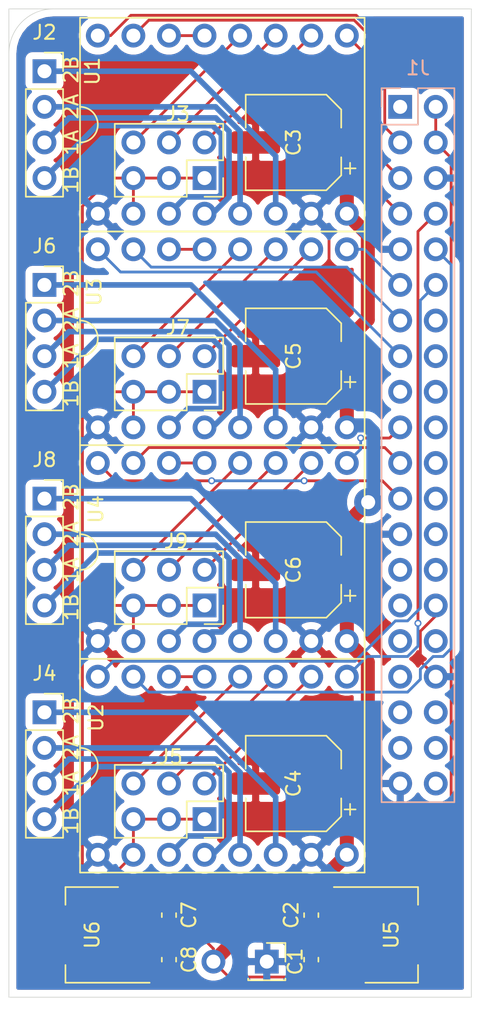
<source format=kicad_pcb>
(kicad_pcb (version 20171130) (host pcbnew "(5.1.10)-1")

  (general
    (thickness 1.6)
    (drawings 14)
    (tracks 228)
    (zones 0)
    (modules 25)
    (nets 68)
  )

  (page A4)
  (layers
    (0 F.Cu signal)
    (31 B.Cu signal hide)
    (32 B.Adhes user hide)
    (33 F.Adhes user hide)
    (34 B.Paste user hide)
    (35 F.Paste user hide)
    (36 B.SilkS user)
    (37 F.SilkS user hide)
    (38 B.Mask user hide)
    (39 F.Mask user hide)
    (40 Dwgs.User user hide)
    (41 Cmts.User user hide)
    (42 Eco1.User user hide)
    (43 Eco2.User user hide)
    (44 Edge.Cuts user)
    (45 Margin user hide)
    (46 B.CrtYd user hide)
    (47 F.CrtYd user hide)
    (48 B.Fab user hide)
    (49 F.Fab user hide)
  )

  (setup
    (last_trace_width 0.4)
    (user_trace_width 0.4)
    (user_trace_width 1)
    (user_trace_width 2.032)
    (trace_clearance 0.15)
    (zone_clearance 0.508)
    (zone_45_only no)
    (trace_min 0.15)
    (via_size 0.5)
    (via_drill 0.3)
    (via_min_size 0.4)
    (via_min_drill 0.2)
    (user_via 2 1)
    (uvia_size 0.5)
    (uvia_drill 0.3)
    (uvias_allowed no)
    (uvia_min_size 0.4)
    (uvia_min_drill 0.3)
    (edge_width 0.05)
    (segment_width 0.2)
    (pcb_text_width 0.3)
    (pcb_text_size 1.5 1.5)
    (mod_edge_width 0.12)
    (mod_text_size 1 1)
    (mod_text_width 0.15)
    (pad_size 1.7 1.7)
    (pad_drill 1)
    (pad_to_mask_clearance 0)
    (aux_axis_origin 0 0)
    (visible_elements 7FFFFFFF)
    (pcbplotparams
      (layerselection 0x010fc_ffffffff)
      (usegerberextensions false)
      (usegerberattributes true)
      (usegerberadvancedattributes true)
      (creategerberjobfile true)
      (excludeedgelayer true)
      (linewidth 0.100000)
      (plotframeref false)
      (viasonmask false)
      (mode 1)
      (useauxorigin false)
      (hpglpennumber 1)
      (hpglpenspeed 20)
      (hpglpendiameter 15.000000)
      (psnegative false)
      (psa4output false)
      (plotreference true)
      (plotvalue true)
      (plotinvisibletext false)
      (padsonsilk false)
      (subtractmaskfromsilk false)
      (outputformat 1)
      (mirror false)
      (drillshape 1)
      (scaleselection 1)
      (outputdirectory ""))
  )

  (net 0 "")
  (net 1 GND)
  (net 2 +12V)
  (net 3 VCC)
  (net 4 /dir1)
  (net 5 /step1)
  (net 6 /en1)
  (net 7 /dir2)
  (net 8 /step2)
  (net 9 /dir3)
  (net 10 /en2)
  (net 11 /step3)
  (net 12 /en3)
  (net 13 "Net-(J1-Pad16)")
  (net 14 "Net-(J1-Pad18)")
  (net 15 /dir4)
  (net 16 "Net-(J1-Pad20)")
  (net 17 /step4)
  (net 18 "Net-(J1-Pad22)")
  (net 19 /en4)
  (net 20 "Net-(J1-Pad24)")
  (net 21 "Net-(J1-Pad26)")
  (net 22 "Net-(J1-Pad27)")
  (net 23 "Net-(J1-Pad28)")
  (net 24 "Net-(J1-Pad29)")
  (net 25 "Net-(J1-Pad31)")
  (net 26 "Net-(J1-Pad32)")
  (net 27 "Net-(J1-Pad33)")
  (net 28 "Net-(J1-Pad35)")
  (net 29 "Net-(J1-Pad36)")
  (net 30 "Net-(J1-Pad37)")
  (net 31 "Net-(J1-Pad38)")
  (net 32 "Net-(J1-Pad40)")
  (net 33 "Net-(J2-Pad4)")
  (net 34 "Net-(J2-Pad3)")
  (net 35 "Net-(J2-Pad2)")
  (net 36 "Net-(J2-Pad1)")
  (net 37 "Net-(J3-Pad4)")
  (net 38 "Net-(J3-Pad6)")
  (net 39 "Net-(J4-Pad1)")
  (net 40 "Net-(J4-Pad2)")
  (net 41 "Net-(J4-Pad3)")
  (net 42 "Net-(J4-Pad4)")
  (net 43 "Net-(J5-Pad6)")
  (net 44 "Net-(J5-Pad4)")
  (net 45 "Net-(J6-Pad4)")
  (net 46 "Net-(J6-Pad3)")
  (net 47 "Net-(J6-Pad2)")
  (net 48 "Net-(J6-Pad1)")
  (net 49 "Net-(J7-Pad4)")
  (net 50 "Net-(J7-Pad6)")
  (net 51 "Net-(J8-Pad1)")
  (net 52 "Net-(J8-Pad2)")
  (net 53 "Net-(J8-Pad3)")
  (net 54 "Net-(J8-Pad4)")
  (net 55 "Net-(J9-Pad6)")
  (net 56 "Net-(J9-Pad4)")
  (net 57 "Net-(U1-Pad3)")
  (net 58 "Net-(U2-Pad3)")
  (net 59 "Net-(U3-Pad3)")
  (net 60 "Net-(U4-Pad3)")
  (net 61 "Net-(J3-Pad2)")
  (net 62 "Net-(J5-Pad2)")
  (net 63 "Net-(J7-Pad2)")
  (net 64 "Net-(J9-Pad2)")
  (net 65 +5V)
  (net 66 "Net-(J1-Pad1)")
  (net 67 "Net-(J1-Pad17)")

  (net_class Default "This is the default net class."
    (clearance 0.15)
    (trace_width 0.2)
    (via_dia 0.5)
    (via_drill 0.3)
    (uvia_dia 0.5)
    (uvia_drill 0.3)
    (add_net +12V)
    (add_net +5V)
    (add_net /dir1)
    (add_net /dir2)
    (add_net /dir3)
    (add_net /dir4)
    (add_net /en1)
    (add_net /en2)
    (add_net /en3)
    (add_net /en4)
    (add_net /step1)
    (add_net /step2)
    (add_net /step3)
    (add_net /step4)
    (add_net GND)
    (add_net "Net-(J1-Pad1)")
    (add_net "Net-(J1-Pad16)")
    (add_net "Net-(J1-Pad17)")
    (add_net "Net-(J1-Pad18)")
    (add_net "Net-(J1-Pad20)")
    (add_net "Net-(J1-Pad22)")
    (add_net "Net-(J1-Pad24)")
    (add_net "Net-(J1-Pad26)")
    (add_net "Net-(J1-Pad27)")
    (add_net "Net-(J1-Pad28)")
    (add_net "Net-(J1-Pad29)")
    (add_net "Net-(J1-Pad31)")
    (add_net "Net-(J1-Pad32)")
    (add_net "Net-(J1-Pad33)")
    (add_net "Net-(J1-Pad35)")
    (add_net "Net-(J1-Pad36)")
    (add_net "Net-(J1-Pad37)")
    (add_net "Net-(J1-Pad38)")
    (add_net "Net-(J1-Pad40)")
    (add_net "Net-(J2-Pad1)")
    (add_net "Net-(J2-Pad2)")
    (add_net "Net-(J2-Pad3)")
    (add_net "Net-(J2-Pad4)")
    (add_net "Net-(J3-Pad2)")
    (add_net "Net-(J3-Pad4)")
    (add_net "Net-(J3-Pad6)")
    (add_net "Net-(J4-Pad1)")
    (add_net "Net-(J4-Pad2)")
    (add_net "Net-(J4-Pad3)")
    (add_net "Net-(J4-Pad4)")
    (add_net "Net-(J5-Pad2)")
    (add_net "Net-(J5-Pad4)")
    (add_net "Net-(J5-Pad6)")
    (add_net "Net-(J6-Pad1)")
    (add_net "Net-(J6-Pad2)")
    (add_net "Net-(J6-Pad3)")
    (add_net "Net-(J6-Pad4)")
    (add_net "Net-(J7-Pad2)")
    (add_net "Net-(J7-Pad4)")
    (add_net "Net-(J7-Pad6)")
    (add_net "Net-(J8-Pad1)")
    (add_net "Net-(J8-Pad2)")
    (add_net "Net-(J8-Pad3)")
    (add_net "Net-(J8-Pad4)")
    (add_net "Net-(J9-Pad2)")
    (add_net "Net-(J9-Pad4)")
    (add_net "Net-(J9-Pad6)")
    (add_net "Net-(U1-Pad3)")
    (add_net "Net-(U2-Pad3)")
    (add_net "Net-(U3-Pad3)")
    (add_net "Net-(U4-Pad3)")
    (add_net VCC)
  )

  (module Capacitor_SMD:CP_Elec_6.3x7.7 (layer F.Cu) (tedit 5BCA39D0) (tstamp 61A1AA5A)
    (at 93.98 83.82 180)
    (descr "SMD capacitor, aluminum electrolytic, Nichicon, 6.3x7.7mm")
    (tags "capacitor electrolytic")
    (path /61A79A5D)
    (attr smd)
    (fp_text reference C5 (at 0 0 90) (layer F.SilkS)
      (effects (font (size 1 1) (thickness 0.15)))
    )
    (fp_text value CP1 (at 0 4.35) (layer F.Fab)
      (effects (font (size 1 1) (thickness 0.15)))
    )
    (fp_circle (center 0 0) (end 3.15 0) (layer F.Fab) (width 0.1))
    (fp_line (start 3.3 -3.3) (end 3.3 3.3) (layer F.Fab) (width 0.1))
    (fp_line (start -2.3 -3.3) (end 3.3 -3.3) (layer F.Fab) (width 0.1))
    (fp_line (start -2.3 3.3) (end 3.3 3.3) (layer F.Fab) (width 0.1))
    (fp_line (start -3.3 -2.3) (end -3.3 2.3) (layer F.Fab) (width 0.1))
    (fp_line (start -3.3 -2.3) (end -2.3 -3.3) (layer F.Fab) (width 0.1))
    (fp_line (start -3.3 2.3) (end -2.3 3.3) (layer F.Fab) (width 0.1))
    (fp_line (start -2.704838 -1.33) (end -2.074838 -1.33) (layer F.Fab) (width 0.1))
    (fp_line (start -2.389838 -1.645) (end -2.389838 -1.015) (layer F.Fab) (width 0.1))
    (fp_line (start 3.41 3.41) (end 3.41 1.06) (layer F.SilkS) (width 0.12))
    (fp_line (start 3.41 -3.41) (end 3.41 -1.06) (layer F.SilkS) (width 0.12))
    (fp_line (start -2.345563 -3.41) (end 3.41 -3.41) (layer F.SilkS) (width 0.12))
    (fp_line (start -2.345563 3.41) (end 3.41 3.41) (layer F.SilkS) (width 0.12))
    (fp_line (start -3.41 2.345563) (end -3.41 1.06) (layer F.SilkS) (width 0.12))
    (fp_line (start -3.41 -2.345563) (end -3.41 -1.06) (layer F.SilkS) (width 0.12))
    (fp_line (start -3.41 -2.345563) (end -2.345563 -3.41) (layer F.SilkS) (width 0.12))
    (fp_line (start -3.41 2.345563) (end -2.345563 3.41) (layer F.SilkS) (width 0.12))
    (fp_line (start -4.4375 -1.8475) (end -3.65 -1.8475) (layer F.SilkS) (width 0.12))
    (fp_line (start -4.04375 -2.24125) (end -4.04375 -1.45375) (layer F.SilkS) (width 0.12))
    (fp_line (start 3.55 -3.55) (end 3.55 -1.05) (layer F.CrtYd) (width 0.05))
    (fp_line (start 3.55 -1.05) (end 4.7 -1.05) (layer F.CrtYd) (width 0.05))
    (fp_line (start 4.7 -1.05) (end 4.7 1.05) (layer F.CrtYd) (width 0.05))
    (fp_line (start 4.7 1.05) (end 3.55 1.05) (layer F.CrtYd) (width 0.05))
    (fp_line (start 3.55 1.05) (end 3.55 3.55) (layer F.CrtYd) (width 0.05))
    (fp_line (start -2.4 3.55) (end 3.55 3.55) (layer F.CrtYd) (width 0.05))
    (fp_line (start -2.4 -3.55) (end 3.55 -3.55) (layer F.CrtYd) (width 0.05))
    (fp_line (start -3.55 2.4) (end -2.4 3.55) (layer F.CrtYd) (width 0.05))
    (fp_line (start -3.55 -2.4) (end -2.4 -3.55) (layer F.CrtYd) (width 0.05))
    (fp_line (start -3.55 -2.4) (end -3.55 -1.05) (layer F.CrtYd) (width 0.05))
    (fp_line (start -3.55 1.05) (end -3.55 2.4) (layer F.CrtYd) (width 0.05))
    (fp_line (start -3.55 -1.05) (end -4.7 -1.05) (layer F.CrtYd) (width 0.05))
    (fp_line (start -4.7 -1.05) (end -4.7 1.05) (layer F.CrtYd) (width 0.05))
    (fp_line (start -4.7 1.05) (end -3.55 1.05) (layer F.CrtYd) (width 0.05))
    (fp_text user %R (at 0 0) (layer F.Fab)
      (effects (font (size 1 1) (thickness 0.15)))
    )
    (pad 1 smd roundrect (at -2.7 0 180) (size 3.5 1.6) (layers F.Cu F.Paste F.Mask) (roundrect_rratio 0.15625)
      (net 2 +12V))
    (pad 2 smd roundrect (at 2.7 0 180) (size 3.5 1.6) (layers F.Cu F.Paste F.Mask) (roundrect_rratio 0.15625)
      (net 1 GND))
    (model ${KISYS3DMOD}/Capacitor_SMD.3dshapes/CP_Elec_6.3x7.7.wrl
      (at (xyz 0 0 0))
      (scale (xyz 1 1 1))
      (rotate (xyz 0 0 0))
    )
  )

  (module Connector_PinSocket_2.54mm:PinSocket_1x01_P2.54mm_Vertical (layer F.Cu) (tedit 61A19D1F) (tstamp 61A1A5DA)
    (at 88.265 127)
    (descr "Through hole straight socket strip, 1x01, 2.54mm pitch, single row (from Kicad 4.0.7), script generated")
    (tags "Through hole socket strip THT 1x01 2.54mm single row")
    (fp_text reference REF** (at 0 -2.77) (layer F.SilkS) hide
      (effects (font (size 1 1) (thickness 0.15)))
    )
    (fp_text value PinSocket_1x01_P2.54mm_Vertical (at 0 2.77) (layer F.Fab) hide
      (effects (font (size 1 1) (thickness 0.15)))
    )
    (fp_line (start -1.8 1.75) (end -1.8 -1.8) (layer F.CrtYd) (width 0.05))
    (fp_line (start 1.75 1.75) (end -1.8 1.75) (layer F.CrtYd) (width 0.05))
    (fp_line (start 1.75 -1.8) (end 1.75 1.75) (layer F.CrtYd) (width 0.05))
    (fp_line (start -1.8 -1.8) (end 1.75 -1.8) (layer F.CrtYd) (width 0.05))
    (fp_line (start -1.27 1.27) (end -1.27 -1.27) (layer F.Fab) (width 0.1))
    (fp_line (start 1.27 1.27) (end -1.27 1.27) (layer F.Fab) (width 0.1))
    (fp_line (start 1.27 -0.635) (end 1.27 1.27) (layer F.Fab) (width 0.1))
    (fp_line (start 0.635 -1.27) (end 1.27 -0.635) (layer F.Fab) (width 0.1))
    (fp_line (start -1.27 -1.27) (end 0.635 -1.27) (layer F.Fab) (width 0.1))
    (fp_text user %R (at 0.635 -1.27) (layer F.Fab) hide
      (effects (font (size 1 1) (thickness 0.15)))
    )
    (pad 1 thru_hole circle (at 0 0) (size 1.7 1.7) (drill 1) (layers *.Cu *.Mask)
      (net 2 +12V))
    (model ${KISYS3DMOD}/Connector_PinSocket_2.54mm.3dshapes/PinSocket_1x01_P2.54mm_Vertical.wrl
      (at (xyz 0 0 0))
      (scale (xyz 1 1 1))
      (rotate (xyz 0 0 0))
    )
  )

  (module Connector_PinSocket_2.54mm:PinSocket_1x01_P2.54mm_Vertical (layer F.Cu) (tedit 61A19CB6) (tstamp 61A1A2A7)
    (at 92.075 127)
    (descr "Through hole straight socket strip, 1x01, 2.54mm pitch, single row (from Kicad 4.0.7), script generated")
    (tags "Through hole socket strip THT 1x01 2.54mm single row")
    (fp_text reference REF** (at 0 -2.77) (layer F.SilkS) hide
      (effects (font (size 1 1) (thickness 0.15)))
    )
    (fp_text value PinSocket_1x01_P2.54mm_Vertical (at 0 2.77) (layer F.Fab) hide
      (effects (font (size 1 1) (thickness 0.15)))
    )
    (fp_line (start -1.8 1.75) (end -1.8 -1.8) (layer F.CrtYd) (width 0.05))
    (fp_line (start 1.75 1.75) (end -1.8 1.75) (layer F.CrtYd) (width 0.05))
    (fp_line (start 1.75 -1.8) (end 1.75 1.75) (layer F.CrtYd) (width 0.05))
    (fp_line (start -1.8 -1.8) (end 1.75 -1.8) (layer F.CrtYd) (width 0.05))
    (fp_line (start 0 -1.33) (end 1.33 -1.33) (layer F.SilkS) (width 0.12))
    (fp_line (start 1.33 -1.33) (end 1.33 0) (layer F.SilkS) (width 0.12))
    (fp_line (start 1.33 1.21) (end 1.33 1.33) (layer F.SilkS) (width 0.12))
    (fp_line (start -1.33 1.21) (end -1.33 1.33) (layer F.SilkS) (width 0.12))
    (fp_line (start -1.33 1.33) (end 1.33 1.33) (layer F.SilkS) (width 0.12))
    (fp_line (start -1.27 1.27) (end -1.27 -1.27) (layer F.Fab) (width 0.1))
    (fp_line (start 1.27 1.27) (end -1.27 1.27) (layer F.Fab) (width 0.1))
    (fp_line (start 1.27 -0.635) (end 1.27 1.27) (layer F.Fab) (width 0.1))
    (fp_line (start 0.635 -1.27) (end 1.27 -0.635) (layer F.Fab) (width 0.1))
    (fp_line (start -1.27 -1.27) (end 0.635 -1.27) (layer F.Fab) (width 0.1))
    (fp_text user %R (at 0 0) (layer F.Fab) hide
      (effects (font (size 1 1) (thickness 0.15)))
    )
    (pad 1 thru_hole rect (at 0 0) (size 1.7 1.7) (drill 1) (layers *.Cu *.Mask)
      (net 1 GND))
    (model ${KISYS3DMOD}/Connector_PinSocket_2.54mm.3dshapes/PinSocket_1x01_P2.54mm_Vertical.wrl
      (at (xyz 0 0 0))
      (scale (xyz 1 1 1))
      (rotate (xyz 0 0 0))
    )
  )

  (module Capacitor_SMD:C_0603_1608Metric (layer F.Cu) (tedit 5F68FEEE) (tstamp 61A19FF6)
    (at 95.25 126.86 90)
    (descr "Capacitor SMD 0603 (1608 Metric), square (rectangular) end terminal, IPC_7351 nominal, (Body size source: IPC-SM-782 page 76, https://www.pcb-3d.com/wordpress/wp-content/uploads/ipc-sm-782a_amendment_1_and_2.pdf), generated with kicad-footprint-generator")
    (tags capacitor)
    (path /61A6BB4C)
    (attr smd)
    (fp_text reference C1 (at -0.14 -1.143 90) (layer F.SilkS)
      (effects (font (size 1 1) (thickness 0.15)))
    )
    (fp_text value C (at 0 1.43 90) (layer F.Fab)
      (effects (font (size 1 1) (thickness 0.15)))
    )
    (fp_line (start 1.48 0.73) (end -1.48 0.73) (layer F.CrtYd) (width 0.05))
    (fp_line (start 1.48 -0.73) (end 1.48 0.73) (layer F.CrtYd) (width 0.05))
    (fp_line (start -1.48 -0.73) (end 1.48 -0.73) (layer F.CrtYd) (width 0.05))
    (fp_line (start -1.48 0.73) (end -1.48 -0.73) (layer F.CrtYd) (width 0.05))
    (fp_line (start -0.14058 0.51) (end 0.14058 0.51) (layer F.SilkS) (width 0.12))
    (fp_line (start -0.14058 -0.51) (end 0.14058 -0.51) (layer F.SilkS) (width 0.12))
    (fp_line (start 0.8 0.4) (end -0.8 0.4) (layer F.Fab) (width 0.1))
    (fp_line (start 0.8 -0.4) (end 0.8 0.4) (layer F.Fab) (width 0.1))
    (fp_line (start -0.8 -0.4) (end 0.8 -0.4) (layer F.Fab) (width 0.1))
    (fp_line (start -0.8 0.4) (end -0.8 -0.4) (layer F.Fab) (width 0.1))
    (fp_text user %R (at 0 0 90) (layer F.Fab)
      (effects (font (size 0.4 0.4) (thickness 0.06)))
    )
    (pad 2 smd roundrect (at 0.775 0 90) (size 0.9 0.95) (layers F.Cu F.Paste F.Mask) (roundrect_rratio 0.25)
      (net 1 GND))
    (pad 1 smd roundrect (at -0.775 0 90) (size 0.9 0.95) (layers F.Cu F.Paste F.Mask) (roundrect_rratio 0.25)
      (net 2 +12V))
    (model ${KISYS3DMOD}/Capacitor_SMD.3dshapes/C_0603_1608Metric.wrl
      (at (xyz 0 0 0))
      (scale (xyz 1 1 1))
      (rotate (xyz 0 0 0))
    )
  )

  (module Capacitor_SMD:C_0603_1608Metric (layer F.Cu) (tedit 5F68FEEE) (tstamp 61A1A007)
    (at 95.25 123.685 90)
    (descr "Capacitor SMD 0603 (1608 Metric), square (rectangular) end terminal, IPC_7351 nominal, (Body size source: IPC-SM-782 page 76, https://www.pcb-3d.com/wordpress/wp-content/uploads/ipc-sm-782a_amendment_1_and_2.pdf), generated with kicad-footprint-generator")
    (tags capacitor)
    (path /61A6C430)
    (attr smd)
    (fp_text reference C2 (at 0 -1.43 90) (layer F.SilkS)
      (effects (font (size 1 1) (thickness 0.15)))
    )
    (fp_text value C (at 0 1.43 90) (layer F.Fab)
      (effects (font (size 1 1) (thickness 0.15)))
    )
    (fp_line (start -0.8 0.4) (end -0.8 -0.4) (layer F.Fab) (width 0.1))
    (fp_line (start -0.8 -0.4) (end 0.8 -0.4) (layer F.Fab) (width 0.1))
    (fp_line (start 0.8 -0.4) (end 0.8 0.4) (layer F.Fab) (width 0.1))
    (fp_line (start 0.8 0.4) (end -0.8 0.4) (layer F.Fab) (width 0.1))
    (fp_line (start -0.14058 -0.51) (end 0.14058 -0.51) (layer F.SilkS) (width 0.12))
    (fp_line (start -0.14058 0.51) (end 0.14058 0.51) (layer F.SilkS) (width 0.12))
    (fp_line (start -1.48 0.73) (end -1.48 -0.73) (layer F.CrtYd) (width 0.05))
    (fp_line (start -1.48 -0.73) (end 1.48 -0.73) (layer F.CrtYd) (width 0.05))
    (fp_line (start 1.48 -0.73) (end 1.48 0.73) (layer F.CrtYd) (width 0.05))
    (fp_line (start 1.48 0.73) (end -1.48 0.73) (layer F.CrtYd) (width 0.05))
    (fp_text user %R (at 1.354999 3.534999 90) (layer F.Fab)
      (effects (font (size 0.4 0.4) (thickness 0.06)))
    )
    (pad 1 smd roundrect (at -0.775 0 90) (size 0.9 0.95) (layers F.Cu F.Paste F.Mask) (roundrect_rratio 0.25)
      (net 65 +5V))
    (pad 2 smd roundrect (at 0.775 0 90) (size 0.9 0.95) (layers F.Cu F.Paste F.Mask) (roundrect_rratio 0.25)
      (net 1 GND))
    (model ${KISYS3DMOD}/Capacitor_SMD.3dshapes/C_0603_1608Metric.wrl
      (at (xyz 0 0 0))
      (scale (xyz 1 1 1))
      (rotate (xyz 0 0 0))
    )
  )

  (module Connector_PinSocket_2.54mm:PinSocket_2x20_P2.54mm_Vertical (layer B.Cu) (tedit 5A19A433) (tstamp 61A1A0E5)
    (at 101.6 66.04 180)
    (descr "Through hole straight socket strip, 2x20, 2.54mm pitch, double cols (from Kicad 4.0.7), script generated")
    (tags "Through hole socket strip THT 2x20 2.54mm double row")
    (path /61A197CD)
    (fp_text reference J1 (at -1.27 2.77) (layer B.SilkS)
      (effects (font (size 1 1) (thickness 0.15)) (justify mirror))
    )
    (fp_text value Conn_02x20_Odd_Even (at -1.27 -51.03) (layer B.Fab)
      (effects (font (size 1 1) (thickness 0.15)) (justify mirror))
    )
    (fp_line (start -3.81 1.27) (end 0.27 1.27) (layer B.Fab) (width 0.1))
    (fp_line (start 0.27 1.27) (end 1.27 0.27) (layer B.Fab) (width 0.1))
    (fp_line (start 1.27 0.27) (end 1.27 -49.53) (layer B.Fab) (width 0.1))
    (fp_line (start 1.27 -49.53) (end -3.81 -49.53) (layer B.Fab) (width 0.1))
    (fp_line (start -3.81 -49.53) (end -3.81 1.27) (layer B.Fab) (width 0.1))
    (fp_line (start -3.87 1.33) (end -1.27 1.33) (layer B.SilkS) (width 0.12))
    (fp_line (start -3.87 1.33) (end -3.87 -49.59) (layer B.SilkS) (width 0.12))
    (fp_line (start -3.87 -49.59) (end 1.33 -49.59) (layer B.SilkS) (width 0.12))
    (fp_line (start 1.33 -1.27) (end 1.33 -49.59) (layer B.SilkS) (width 0.12))
    (fp_line (start -1.27 -1.27) (end 1.33 -1.27) (layer B.SilkS) (width 0.12))
    (fp_line (start -1.27 1.33) (end -1.27 -1.27) (layer B.SilkS) (width 0.12))
    (fp_line (start 1.33 1.33) (end 1.33 0) (layer B.SilkS) (width 0.12))
    (fp_line (start 0 1.33) (end 1.33 1.33) (layer B.SilkS) (width 0.12))
    (fp_line (start -4.34 1.8) (end 1.76 1.8) (layer B.CrtYd) (width 0.05))
    (fp_line (start 1.76 1.8) (end 1.76 -50) (layer B.CrtYd) (width 0.05))
    (fp_line (start 1.76 -50) (end -4.34 -50) (layer B.CrtYd) (width 0.05))
    (fp_line (start -4.34 -50) (end -4.34 1.8) (layer B.CrtYd) (width 0.05))
    (fp_text user %R (at -1.27 -24.13 270) (layer B.Fab)
      (effects (font (size 1 1) (thickness 0.15)) (justify mirror))
    )
    (pad 1 thru_hole rect (at 0 0 180) (size 1.7 1.7) (drill 1) (layers *.Cu *.Mask)
      (net 66 "Net-(J1-Pad1)"))
    (pad 2 thru_hole oval (at -2.54 0 180) (size 1.7 1.7) (drill 1) (layers *.Cu *.Mask)
      (net 65 +5V))
    (pad 3 thru_hole oval (at 0 -2.54 180) (size 1.7 1.7) (drill 1) (layers *.Cu *.Mask)
      (net 4 /dir1))
    (pad 4 thru_hole oval (at -2.54 -2.54 180) (size 1.7 1.7) (drill 1) (layers *.Cu *.Mask)
      (net 65 +5V))
    (pad 5 thru_hole oval (at 0 -5.08 180) (size 1.7 1.7) (drill 1) (layers *.Cu *.Mask)
      (net 5 /step1))
    (pad 6 thru_hole oval (at -2.54 -5.08 180) (size 1.7 1.7) (drill 1) (layers *.Cu *.Mask)
      (net 1 GND))
    (pad 7 thru_hole oval (at 0 -7.62 180) (size 1.7 1.7) (drill 1) (layers *.Cu *.Mask)
      (net 6 /en1))
    (pad 8 thru_hole oval (at -2.54 -7.62 180) (size 1.7 1.7) (drill 1) (layers *.Cu *.Mask)
      (net 10 /en2))
    (pad 9 thru_hole oval (at 0 -10.16 180) (size 1.7 1.7) (drill 1) (layers *.Cu *.Mask)
      (net 1 GND))
    (pad 10 thru_hole oval (at -2.54 -10.16 180) (size 1.7 1.7) (drill 1) (layers *.Cu *.Mask)
      (net 8 /step2))
    (pad 11 thru_hole oval (at 0 -12.7 180) (size 1.7 1.7) (drill 1) (layers *.Cu *.Mask)
      (net 12 /en3))
    (pad 12 thru_hole oval (at -2.54 -12.7 180) (size 1.7 1.7) (drill 1) (layers *.Cu *.Mask)
      (net 7 /dir2))
    (pad 13 thru_hole oval (at 0 -15.24 180) (size 1.7 1.7) (drill 1) (layers *.Cu *.Mask)
      (net 11 /step3))
    (pad 14 thru_hole oval (at -2.54 -15.24 180) (size 1.7 1.7) (drill 1) (layers *.Cu *.Mask)
      (net 1 GND))
    (pad 15 thru_hole oval (at 0 -17.78 180) (size 1.7 1.7) (drill 1) (layers *.Cu *.Mask)
      (net 9 /dir3))
    (pad 16 thru_hole oval (at -2.54 -17.78 180) (size 1.7 1.7) (drill 1) (layers *.Cu *.Mask)
      (net 13 "Net-(J1-Pad16)"))
    (pad 17 thru_hole oval (at 0 -20.32 180) (size 1.7 1.7) (drill 1) (layers *.Cu *.Mask)
      (net 67 "Net-(J1-Pad17)"))
    (pad 18 thru_hole oval (at -2.54 -20.32 180) (size 1.7 1.7) (drill 1) (layers *.Cu *.Mask)
      (net 14 "Net-(J1-Pad18)"))
    (pad 19 thru_hole oval (at 0 -22.86 180) (size 1.7 1.7) (drill 1) (layers *.Cu *.Mask)
      (net 19 /en4))
    (pad 20 thru_hole oval (at -2.54 -22.86 180) (size 1.7 1.7) (drill 1) (layers *.Cu *.Mask)
      (net 16 "Net-(J1-Pad20)"))
    (pad 21 thru_hole oval (at 0 -25.4 180) (size 1.7 1.7) (drill 1) (layers *.Cu *.Mask)
      (net 17 /step4))
    (pad 22 thru_hole oval (at -2.54 -25.4 180) (size 1.7 1.7) (drill 1) (layers *.Cu *.Mask)
      (net 18 "Net-(J1-Pad22)"))
    (pad 23 thru_hole oval (at 0 -27.94 180) (size 1.7 1.7) (drill 1) (layers *.Cu *.Mask)
      (net 15 /dir4))
    (pad 24 thru_hole oval (at -2.54 -27.94 180) (size 1.7 1.7) (drill 1) (layers *.Cu *.Mask)
      (net 20 "Net-(J1-Pad24)"))
    (pad 25 thru_hole oval (at 0 -30.48 180) (size 1.7 1.7) (drill 1) (layers *.Cu *.Mask)
      (net 1 GND))
    (pad 26 thru_hole oval (at -2.54 -30.48 180) (size 1.7 1.7) (drill 1) (layers *.Cu *.Mask)
      (net 21 "Net-(J1-Pad26)"))
    (pad 27 thru_hole oval (at 0 -33.02 180) (size 1.7 1.7) (drill 1) (layers *.Cu *.Mask)
      (net 22 "Net-(J1-Pad27)"))
    (pad 28 thru_hole oval (at -2.54 -33.02 180) (size 1.7 1.7) (drill 1) (layers *.Cu *.Mask)
      (net 23 "Net-(J1-Pad28)"))
    (pad 29 thru_hole oval (at 0 -35.56 180) (size 1.7 1.7) (drill 1) (layers *.Cu *.Mask)
      (net 24 "Net-(J1-Pad29)"))
    (pad 30 thru_hole oval (at -2.54 -35.56 180) (size 1.7 1.7) (drill 1) (layers *.Cu *.Mask)
      (net 1 GND))
    (pad 31 thru_hole oval (at 0 -38.1 180) (size 1.7 1.7) (drill 1) (layers *.Cu *.Mask)
      (net 25 "Net-(J1-Pad31)"))
    (pad 32 thru_hole oval (at -2.54 -38.1 180) (size 1.7 1.7) (drill 1) (layers *.Cu *.Mask)
      (net 26 "Net-(J1-Pad32)"))
    (pad 33 thru_hole oval (at 0 -40.64 180) (size 1.7 1.7) (drill 1) (layers *.Cu *.Mask)
      (net 27 "Net-(J1-Pad33)"))
    (pad 34 thru_hole oval (at -2.54 -40.64 180) (size 1.7 1.7) (drill 1) (layers *.Cu *.Mask)
      (net 1 GND))
    (pad 35 thru_hole oval (at 0 -43.18 180) (size 1.7 1.7) (drill 1) (layers *.Cu *.Mask)
      (net 28 "Net-(J1-Pad35)"))
    (pad 36 thru_hole oval (at -2.54 -43.18 180) (size 1.7 1.7) (drill 1) (layers *.Cu *.Mask)
      (net 29 "Net-(J1-Pad36)"))
    (pad 37 thru_hole oval (at 0 -45.72 180) (size 1.7 1.7) (drill 1) (layers *.Cu *.Mask)
      (net 30 "Net-(J1-Pad37)"))
    (pad 38 thru_hole oval (at -2.54 -45.72 180) (size 1.7 1.7) (drill 1) (layers *.Cu *.Mask)
      (net 31 "Net-(J1-Pad38)"))
    (pad 39 thru_hole oval (at 0 -48.26 180) (size 1.7 1.7) (drill 1) (layers *.Cu *.Mask)
      (net 1 GND))
    (pad 40 thru_hole oval (at -2.54 -48.26 180) (size 1.7 1.7) (drill 1) (layers *.Cu *.Mask)
      (net 32 "Net-(J1-Pad40)"))
    (model ${KISYS3DMOD}/Connector_PinSocket_2.54mm.3dshapes/PinSocket_2x20_P2.54mm_Vertical.wrl
      (at (xyz 0 0 0))
      (scale (xyz 1 1 1))
      (rotate (xyz 0 0 0))
    )
  )

  (module Connector_PinSocket_2.54mm:PinSocket_1x04_P2.54mm_Vertical (layer F.Cu) (tedit 5A19A429) (tstamp 61A1AF72)
    (at 76.2 63.5)
    (descr "Through hole straight socket strip, 1x04, 2.54mm pitch, single row (from Kicad 4.0.7), script generated")
    (tags "Through hole socket strip THT 1x04 2.54mm single row")
    (path /61A7C598)
    (fp_text reference J2 (at 0 -2.77) (layer F.SilkS)
      (effects (font (size 1 1) (thickness 0.15)))
    )
    (fp_text value Conn_01x04 (at 0 10.39) (layer F.Fab)
      (effects (font (size 1 1) (thickness 0.15)))
    )
    (fp_line (start -1.8 9.4) (end -1.8 -1.8) (layer F.CrtYd) (width 0.05))
    (fp_line (start 1.75 9.4) (end -1.8 9.4) (layer F.CrtYd) (width 0.05))
    (fp_line (start 1.75 -1.8) (end 1.75 9.4) (layer F.CrtYd) (width 0.05))
    (fp_line (start -1.8 -1.8) (end 1.75 -1.8) (layer F.CrtYd) (width 0.05))
    (fp_line (start 0 -1.33) (end 1.33 -1.33) (layer F.SilkS) (width 0.12))
    (fp_line (start 1.33 -1.33) (end 1.33 0) (layer F.SilkS) (width 0.12))
    (fp_line (start 1.33 1.27) (end 1.33 8.95) (layer F.SilkS) (width 0.12))
    (fp_line (start -1.33 8.95) (end 1.33 8.95) (layer F.SilkS) (width 0.12))
    (fp_line (start -1.33 1.27) (end -1.33 8.95) (layer F.SilkS) (width 0.12))
    (fp_line (start -1.33 1.27) (end 1.33 1.27) (layer F.SilkS) (width 0.12))
    (fp_line (start -1.27 8.89) (end -1.27 -1.27) (layer F.Fab) (width 0.1))
    (fp_line (start 1.27 8.89) (end -1.27 8.89) (layer F.Fab) (width 0.1))
    (fp_line (start 1.27 -0.635) (end 1.27 8.89) (layer F.Fab) (width 0.1))
    (fp_line (start 0.635 -1.27) (end 1.27 -0.635) (layer F.Fab) (width 0.1))
    (fp_line (start -1.27 -1.27) (end 0.635 -1.27) (layer F.Fab) (width 0.1))
    (fp_text user %R (at 0 3.81 90) (layer F.Fab)
      (effects (font (size 1 1) (thickness 0.15)))
    )
    (pad 4 thru_hole oval (at 0 7.62) (size 1.7 1.7) (drill 1) (layers *.Cu *.Mask)
      (net 33 "Net-(J2-Pad4)"))
    (pad 3 thru_hole oval (at 0 5.08) (size 1.7 1.7) (drill 1) (layers *.Cu *.Mask)
      (net 34 "Net-(J2-Pad3)"))
    (pad 2 thru_hole oval (at 0 2.54) (size 1.7 1.7) (drill 1) (layers *.Cu *.Mask)
      (net 35 "Net-(J2-Pad2)"))
    (pad 1 thru_hole rect (at 0 0) (size 1.7 1.7) (drill 1) (layers *.Cu *.Mask)
      (net 36 "Net-(J2-Pad1)"))
    (model ${KISYS3DMOD}/Connector_PinSocket_2.54mm.3dshapes/PinSocket_1x04_P2.54mm_Vertical.wrl
      (at (xyz 0 0 0))
      (scale (xyz 1 1 1))
      (rotate (xyz 0 0 0))
    )
  )

  (module Connector_PinSocket_2.54mm:PinSocket_2x03_P2.54mm_Vertical (layer F.Cu) (tedit 5A19A425) (tstamp 61A1B61F)
    (at 87.63 71.12 270)
    (descr "Through hole straight socket strip, 2x03, 2.54mm pitch, double cols (from Kicad 4.0.7), script generated")
    (tags "Through hole socket strip THT 2x03 2.54mm double row")
    (path /61A4AF44)
    (fp_text reference J3 (at -4.572 1.905 180) (layer F.SilkS)
      (effects (font (size 1 1) (thickness 0.15)))
    )
    (fp_text value Conn_02x03_Odd_Even (at -1.27 7.85 90) (layer F.Fab)
      (effects (font (size 1 1) (thickness 0.15)))
    )
    (fp_line (start -3.81 -1.27) (end 0.27 -1.27) (layer F.Fab) (width 0.1))
    (fp_line (start 0.27 -1.27) (end 1.27 -0.27) (layer F.Fab) (width 0.1))
    (fp_line (start 1.27 -0.27) (end 1.27 6.35) (layer F.Fab) (width 0.1))
    (fp_line (start 1.27 6.35) (end -3.81 6.35) (layer F.Fab) (width 0.1))
    (fp_line (start -3.81 6.35) (end -3.81 -1.27) (layer F.Fab) (width 0.1))
    (fp_line (start -3.87 -1.33) (end -1.27 -1.33) (layer F.SilkS) (width 0.12))
    (fp_line (start -3.87 -1.33) (end -3.87 6.41) (layer F.SilkS) (width 0.12))
    (fp_line (start -3.87 6.41) (end 1.33 6.41) (layer F.SilkS) (width 0.12))
    (fp_line (start 1.33 1.27) (end 1.33 6.41) (layer F.SilkS) (width 0.12))
    (fp_line (start -1.27 1.27) (end 1.33 1.27) (layer F.SilkS) (width 0.12))
    (fp_line (start -1.27 -1.33) (end -1.27 1.27) (layer F.SilkS) (width 0.12))
    (fp_line (start 1.33 -1.33) (end 1.33 0) (layer F.SilkS) (width 0.12))
    (fp_line (start 0 -1.33) (end 1.33 -1.33) (layer F.SilkS) (width 0.12))
    (fp_line (start -4.34 -1.8) (end 1.76 -1.8) (layer F.CrtYd) (width 0.05))
    (fp_line (start 1.76 -1.8) (end 1.76 6.85) (layer F.CrtYd) (width 0.05))
    (fp_line (start 1.76 6.85) (end -4.34 6.85) (layer F.CrtYd) (width 0.05))
    (fp_line (start -4.34 6.85) (end -4.34 -1.8) (layer F.CrtYd) (width 0.05))
    (fp_text user %R (at -1.27 2.54) (layer F.Fab)
      (effects (font (size 1 1) (thickness 0.15)))
    )
    (pad 1 thru_hole rect (at 0 0 270) (size 1.7 1.7) (drill 1) (layers *.Cu *.Mask)
      (net 3 VCC))
    (pad 2 thru_hole oval (at -2.54 0 270) (size 1.7 1.7) (drill 1) (layers *.Cu *.Mask)
      (net 61 "Net-(J3-Pad2)"))
    (pad 3 thru_hole oval (at 0 2.54 270) (size 1.7 1.7) (drill 1) (layers *.Cu *.Mask)
      (net 3 VCC))
    (pad 4 thru_hole oval (at -2.54 2.54 270) (size 1.7 1.7) (drill 1) (layers *.Cu *.Mask)
      (net 37 "Net-(J3-Pad4)"))
    (pad 5 thru_hole oval (at 0 5.08 270) (size 1.7 1.7) (drill 1) (layers *.Cu *.Mask)
      (net 3 VCC))
    (pad 6 thru_hole oval (at -2.54 5.08 270) (size 1.7 1.7) (drill 1) (layers *.Cu *.Mask)
      (net 38 "Net-(J3-Pad6)"))
    (model ${KISYS3DMOD}/Connector_PinSocket_2.54mm.3dshapes/PinSocket_2x03_P2.54mm_Vertical.wrl
      (at (xyz 0 0 0))
      (scale (xyz 1 1 1))
      (rotate (xyz 0 0 0))
    )
  )

  (module Connector_PinSocket_2.54mm:PinSocket_1x04_P2.54mm_Vertical (layer F.Cu) (tedit 5A19A429) (tstamp 61A1A131)
    (at 76.2 109.22)
    (descr "Through hole straight socket strip, 1x04, 2.54mm pitch, single row (from Kicad 4.0.7), script generated")
    (tags "Through hole socket strip THT 1x04 2.54mm single row")
    (path /61A7CF26)
    (fp_text reference J4 (at 0 -2.77) (layer F.SilkS)
      (effects (font (size 1 1) (thickness 0.15)))
    )
    (fp_text value Conn_01x04 (at 0 10.39) (layer F.Fab)
      (effects (font (size 1 1) (thickness 0.15)))
    )
    (fp_line (start -1.27 -1.27) (end 0.635 -1.27) (layer F.Fab) (width 0.1))
    (fp_line (start 0.635 -1.27) (end 1.27 -0.635) (layer F.Fab) (width 0.1))
    (fp_line (start 1.27 -0.635) (end 1.27 8.89) (layer F.Fab) (width 0.1))
    (fp_line (start 1.27 8.89) (end -1.27 8.89) (layer F.Fab) (width 0.1))
    (fp_line (start -1.27 8.89) (end -1.27 -1.27) (layer F.Fab) (width 0.1))
    (fp_line (start -1.33 1.27) (end 1.33 1.27) (layer F.SilkS) (width 0.12))
    (fp_line (start -1.33 1.27) (end -1.33 8.95) (layer F.SilkS) (width 0.12))
    (fp_line (start -1.33 8.95) (end 1.33 8.95) (layer F.SilkS) (width 0.12))
    (fp_line (start 1.33 1.27) (end 1.33 8.95) (layer F.SilkS) (width 0.12))
    (fp_line (start 1.33 -1.33) (end 1.33 0) (layer F.SilkS) (width 0.12))
    (fp_line (start 0 -1.33) (end 1.33 -1.33) (layer F.SilkS) (width 0.12))
    (fp_line (start -1.8 -1.8) (end 1.75 -1.8) (layer F.CrtYd) (width 0.05))
    (fp_line (start 1.75 -1.8) (end 1.75 9.4) (layer F.CrtYd) (width 0.05))
    (fp_line (start 1.75 9.4) (end -1.8 9.4) (layer F.CrtYd) (width 0.05))
    (fp_line (start -1.8 9.4) (end -1.8 -1.8) (layer F.CrtYd) (width 0.05))
    (fp_text user %R (at 0 3.81 90) (layer F.Fab)
      (effects (font (size 1 1) (thickness 0.15)))
    )
    (pad 1 thru_hole rect (at 0 0) (size 1.7 1.7) (drill 1) (layers *.Cu *.Mask)
      (net 39 "Net-(J4-Pad1)"))
    (pad 2 thru_hole oval (at 0 2.54) (size 1.7 1.7) (drill 1) (layers *.Cu *.Mask)
      (net 40 "Net-(J4-Pad2)"))
    (pad 3 thru_hole oval (at 0 5.08) (size 1.7 1.7) (drill 1) (layers *.Cu *.Mask)
      (net 41 "Net-(J4-Pad3)"))
    (pad 4 thru_hole oval (at 0 7.62) (size 1.7 1.7) (drill 1) (layers *.Cu *.Mask)
      (net 42 "Net-(J4-Pad4)"))
    (model ${KISYS3DMOD}/Connector_PinSocket_2.54mm.3dshapes/PinSocket_1x04_P2.54mm_Vertical.wrl
      (at (xyz 0 0 0))
      (scale (xyz 1 1 1))
      (rotate (xyz 0 0 0))
    )
  )

  (module Connector_PinSocket_2.54mm:PinSocket_2x03_P2.54mm_Vertical (layer F.Cu) (tedit 5A19A425) (tstamp 61A1B8B9)
    (at 87.63 116.84 270)
    (descr "Through hole straight socket strip, 2x03, 2.54mm pitch, double cols (from Kicad 4.0.7), script generated")
    (tags "Through hole socket strip THT 2x03 2.54mm double row")
    (path /61A4CFE9)
    (fp_text reference J5 (at -4.445 2.413 180) (layer F.SilkS)
      (effects (font (size 1 1) (thickness 0.15)))
    )
    (fp_text value Conn_02x03_Odd_Even (at -1.27 7.85 90) (layer F.Fab)
      (effects (font (size 1 1) (thickness 0.15)))
    )
    (fp_line (start -4.34 6.85) (end -4.34 -1.8) (layer F.CrtYd) (width 0.05))
    (fp_line (start 1.76 6.85) (end -4.34 6.85) (layer F.CrtYd) (width 0.05))
    (fp_line (start 1.76 -1.8) (end 1.76 6.85) (layer F.CrtYd) (width 0.05))
    (fp_line (start -4.34 -1.8) (end 1.76 -1.8) (layer F.CrtYd) (width 0.05))
    (fp_line (start 0 -1.33) (end 1.33 -1.33) (layer F.SilkS) (width 0.12))
    (fp_line (start 1.33 -1.33) (end 1.33 0) (layer F.SilkS) (width 0.12))
    (fp_line (start -1.27 -1.33) (end -1.27 1.27) (layer F.SilkS) (width 0.12))
    (fp_line (start -1.27 1.27) (end 1.33 1.27) (layer F.SilkS) (width 0.12))
    (fp_line (start 1.33 1.27) (end 1.33 6.41) (layer F.SilkS) (width 0.12))
    (fp_line (start -3.87 6.41) (end 1.33 6.41) (layer F.SilkS) (width 0.12))
    (fp_line (start -3.87 -1.33) (end -3.87 6.41) (layer F.SilkS) (width 0.12))
    (fp_line (start -3.87 -1.33) (end -1.27 -1.33) (layer F.SilkS) (width 0.12))
    (fp_line (start -3.81 6.35) (end -3.81 -1.27) (layer F.Fab) (width 0.1))
    (fp_line (start 1.27 6.35) (end -3.81 6.35) (layer F.Fab) (width 0.1))
    (fp_line (start 1.27 -0.27) (end 1.27 6.35) (layer F.Fab) (width 0.1))
    (fp_line (start 0.27 -1.27) (end 1.27 -0.27) (layer F.Fab) (width 0.1))
    (fp_line (start -3.81 -1.27) (end 0.27 -1.27) (layer F.Fab) (width 0.1))
    (fp_text user %R (at -1.27 2.54) (layer F.Fab)
      (effects (font (size 1 1) (thickness 0.15)))
    )
    (pad 6 thru_hole oval (at -2.54 5.08 270) (size 1.7 1.7) (drill 1) (layers *.Cu *.Mask)
      (net 43 "Net-(J5-Pad6)"))
    (pad 5 thru_hole oval (at 0 5.08 270) (size 1.7 1.7) (drill 1) (layers *.Cu *.Mask)
      (net 3 VCC))
    (pad 4 thru_hole oval (at -2.54 2.54 270) (size 1.7 1.7) (drill 1) (layers *.Cu *.Mask)
      (net 44 "Net-(J5-Pad4)"))
    (pad 3 thru_hole oval (at 0 2.54 270) (size 1.7 1.7) (drill 1) (layers *.Cu *.Mask)
      (net 3 VCC))
    (pad 2 thru_hole oval (at -2.54 0 270) (size 1.7 1.7) (drill 1) (layers *.Cu *.Mask)
      (net 62 "Net-(J5-Pad2)"))
    (pad 1 thru_hole rect (at 0 0 270) (size 1.7 1.7) (drill 1) (layers *.Cu *.Mask)
      (net 3 VCC))
    (model ${KISYS3DMOD}/Connector_PinSocket_2.54mm.3dshapes/PinSocket_2x03_P2.54mm_Vertical.wrl
      (at (xyz 0 0 0))
      (scale (xyz 1 1 1))
      (rotate (xyz 0 0 0))
    )
  )

  (module Connector_PinSocket_2.54mm:PinSocket_1x04_P2.54mm_Vertical (layer F.Cu) (tedit 5A19A429) (tstamp 61A1A165)
    (at 76.2 78.74)
    (descr "Through hole straight socket strip, 1x04, 2.54mm pitch, single row (from Kicad 4.0.7), script generated")
    (tags "Through hole socket strip THT 1x04 2.54mm single row")
    (path /61A7D8C4)
    (fp_text reference J6 (at 0 -2.77) (layer F.SilkS)
      (effects (font (size 1 1) (thickness 0.15)))
    )
    (fp_text value Conn_01x04 (at 0 10.39) (layer F.Fab)
      (effects (font (size 1 1) (thickness 0.15)))
    )
    (fp_line (start -1.8 9.4) (end -1.8 -1.8) (layer F.CrtYd) (width 0.05))
    (fp_line (start 1.75 9.4) (end -1.8 9.4) (layer F.CrtYd) (width 0.05))
    (fp_line (start 1.75 -1.8) (end 1.75 9.4) (layer F.CrtYd) (width 0.05))
    (fp_line (start -1.8 -1.8) (end 1.75 -1.8) (layer F.CrtYd) (width 0.05))
    (fp_line (start 0 -1.33) (end 1.33 -1.33) (layer F.SilkS) (width 0.12))
    (fp_line (start 1.33 -1.33) (end 1.33 0) (layer F.SilkS) (width 0.12))
    (fp_line (start 1.33 1.27) (end 1.33 8.95) (layer F.SilkS) (width 0.12))
    (fp_line (start -1.33 8.95) (end 1.33 8.95) (layer F.SilkS) (width 0.12))
    (fp_line (start -1.33 1.27) (end -1.33 8.95) (layer F.SilkS) (width 0.12))
    (fp_line (start -1.33 1.27) (end 1.33 1.27) (layer F.SilkS) (width 0.12))
    (fp_line (start -1.27 8.89) (end -1.27 -1.27) (layer F.Fab) (width 0.1))
    (fp_line (start 1.27 8.89) (end -1.27 8.89) (layer F.Fab) (width 0.1))
    (fp_line (start 1.27 -0.635) (end 1.27 8.89) (layer F.Fab) (width 0.1))
    (fp_line (start 0.635 -1.27) (end 1.27 -0.635) (layer F.Fab) (width 0.1))
    (fp_line (start -1.27 -1.27) (end 0.635 -1.27) (layer F.Fab) (width 0.1))
    (fp_text user %R (at 0 3.81 90) (layer F.Fab)
      (effects (font (size 1 1) (thickness 0.15)))
    )
    (pad 4 thru_hole oval (at 0 7.62) (size 1.7 1.7) (drill 1) (layers *.Cu *.Mask)
      (net 45 "Net-(J6-Pad4)"))
    (pad 3 thru_hole oval (at 0 5.08) (size 1.7 1.7) (drill 1) (layers *.Cu *.Mask)
      (net 46 "Net-(J6-Pad3)"))
    (pad 2 thru_hole oval (at 0 2.54) (size 1.7 1.7) (drill 1) (layers *.Cu *.Mask)
      (net 47 "Net-(J6-Pad2)"))
    (pad 1 thru_hole rect (at 0 0) (size 1.7 1.7) (drill 1) (layers *.Cu *.Mask)
      (net 48 "Net-(J6-Pad1)"))
    (model ${KISYS3DMOD}/Connector_PinSocket_2.54mm.3dshapes/PinSocket_1x04_P2.54mm_Vertical.wrl
      (at (xyz 0 0 0))
      (scale (xyz 1 1 1))
      (rotate (xyz 0 0 0))
    )
  )

  (module Connector_PinSocket_2.54mm:PinSocket_2x03_P2.54mm_Vertical (layer F.Cu) (tedit 5A19A425) (tstamp 61A14FA2)
    (at 87.63 86.36 270)
    (descr "Through hole straight socket strip, 2x03, 2.54mm pitch, double cols (from Kicad 4.0.7), script generated")
    (tags "Through hole socket strip THT 2x03 2.54mm double row")
    (path /61A4EC43)
    (fp_text reference J7 (at -4.572 1.905 180) (layer F.SilkS)
      (effects (font (size 1 1) (thickness 0.15)))
    )
    (fp_text value Conn_02x03_Odd_Even (at -1.27 7.85 90) (layer F.Fab)
      (effects (font (size 1 1) (thickness 0.15)))
    )
    (fp_line (start -3.81 -1.27) (end 0.27 -1.27) (layer F.Fab) (width 0.1))
    (fp_line (start 0.27 -1.27) (end 1.27 -0.27) (layer F.Fab) (width 0.1))
    (fp_line (start 1.27 -0.27) (end 1.27 6.35) (layer F.Fab) (width 0.1))
    (fp_line (start 1.27 6.35) (end -3.81 6.35) (layer F.Fab) (width 0.1))
    (fp_line (start -3.81 6.35) (end -3.81 -1.27) (layer F.Fab) (width 0.1))
    (fp_line (start -3.87 -1.33) (end -1.27 -1.33) (layer F.SilkS) (width 0.12))
    (fp_line (start -3.87 -1.33) (end -3.87 6.41) (layer F.SilkS) (width 0.12))
    (fp_line (start -3.87 6.41) (end 1.33 6.41) (layer F.SilkS) (width 0.12))
    (fp_line (start 1.33 1.27) (end 1.33 6.41) (layer F.SilkS) (width 0.12))
    (fp_line (start -1.27 1.27) (end 1.33 1.27) (layer F.SilkS) (width 0.12))
    (fp_line (start -1.27 -1.33) (end -1.27 1.27) (layer F.SilkS) (width 0.12))
    (fp_line (start 1.33 -1.33) (end 1.33 0) (layer F.SilkS) (width 0.12))
    (fp_line (start 0 -1.33) (end 1.33 -1.33) (layer F.SilkS) (width 0.12))
    (fp_line (start -4.34 -1.8) (end 1.76 -1.8) (layer F.CrtYd) (width 0.05))
    (fp_line (start 1.76 -1.8) (end 1.76 6.85) (layer F.CrtYd) (width 0.05))
    (fp_line (start 1.76 6.85) (end -4.34 6.85) (layer F.CrtYd) (width 0.05))
    (fp_line (start -4.34 6.85) (end -4.34 -1.8) (layer F.CrtYd) (width 0.05))
    (fp_text user %R (at -1.27 2.54) (layer F.Fab)
      (effects (font (size 1 1) (thickness 0.15)))
    )
    (pad 1 thru_hole rect (at 0 0 270) (size 1.7 1.7) (drill 1) (layers *.Cu *.Mask)
      (net 3 VCC))
    (pad 2 thru_hole oval (at -2.54 0 270) (size 1.7 1.7) (drill 1) (layers *.Cu *.Mask)
      (net 63 "Net-(J7-Pad2)"))
    (pad 3 thru_hole oval (at 0 2.54 270) (size 1.7 1.7) (drill 1) (layers *.Cu *.Mask)
      (net 3 VCC))
    (pad 4 thru_hole oval (at -2.54 2.54 270) (size 1.7 1.7) (drill 1) (layers *.Cu *.Mask)
      (net 49 "Net-(J7-Pad4)"))
    (pad 5 thru_hole oval (at 0 5.08 270) (size 1.7 1.7) (drill 1) (layers *.Cu *.Mask)
      (net 3 VCC))
    (pad 6 thru_hole oval (at -2.54 5.08 270) (size 1.7 1.7) (drill 1) (layers *.Cu *.Mask)
      (net 50 "Net-(J7-Pad6)"))
    (model ${KISYS3DMOD}/Connector_PinSocket_2.54mm.3dshapes/PinSocket_2x03_P2.54mm_Vertical.wrl
      (at (xyz 0 0 0))
      (scale (xyz 1 1 1))
      (rotate (xyz 0 0 0))
    )
  )

  (module Connector_PinSocket_2.54mm:PinSocket_1x04_P2.54mm_Vertical (layer F.Cu) (tedit 5A19A429) (tstamp 61A1A199)
    (at 76.2 93.98)
    (descr "Through hole straight socket strip, 1x04, 2.54mm pitch, single row (from Kicad 4.0.7), script generated")
    (tags "Through hole socket strip THT 1x04 2.54mm single row")
    (path /61A7E3E6)
    (fp_text reference J8 (at 0 -2.77) (layer F.SilkS)
      (effects (font (size 1 1) (thickness 0.15)))
    )
    (fp_text value Conn_01x04 (at 0 10.39) (layer F.Fab)
      (effects (font (size 1 1) (thickness 0.15)))
    )
    (fp_line (start -1.27 -1.27) (end 0.635 -1.27) (layer F.Fab) (width 0.1))
    (fp_line (start 0.635 -1.27) (end 1.27 -0.635) (layer F.Fab) (width 0.1))
    (fp_line (start 1.27 -0.635) (end 1.27 8.89) (layer F.Fab) (width 0.1))
    (fp_line (start 1.27 8.89) (end -1.27 8.89) (layer F.Fab) (width 0.1))
    (fp_line (start -1.27 8.89) (end -1.27 -1.27) (layer F.Fab) (width 0.1))
    (fp_line (start -1.33 1.27) (end 1.33 1.27) (layer F.SilkS) (width 0.12))
    (fp_line (start -1.33 1.27) (end -1.33 8.95) (layer F.SilkS) (width 0.12))
    (fp_line (start -1.33 8.95) (end 1.33 8.95) (layer F.SilkS) (width 0.12))
    (fp_line (start 1.33 1.27) (end 1.33 8.95) (layer F.SilkS) (width 0.12))
    (fp_line (start 1.33 -1.33) (end 1.33 0) (layer F.SilkS) (width 0.12))
    (fp_line (start 0 -1.33) (end 1.33 -1.33) (layer F.SilkS) (width 0.12))
    (fp_line (start -1.8 -1.8) (end 1.75 -1.8) (layer F.CrtYd) (width 0.05))
    (fp_line (start 1.75 -1.8) (end 1.75 9.4) (layer F.CrtYd) (width 0.05))
    (fp_line (start 1.75 9.4) (end -1.8 9.4) (layer F.CrtYd) (width 0.05))
    (fp_line (start -1.8 9.4) (end -1.8 -1.8) (layer F.CrtYd) (width 0.05))
    (fp_text user %R (at 0 3.81 90) (layer F.Fab)
      (effects (font (size 1 1) (thickness 0.15)))
    )
    (pad 1 thru_hole rect (at 0 0) (size 1.7 1.7) (drill 1) (layers *.Cu *.Mask)
      (net 51 "Net-(J8-Pad1)"))
    (pad 2 thru_hole oval (at 0 2.54) (size 1.7 1.7) (drill 1) (layers *.Cu *.Mask)
      (net 52 "Net-(J8-Pad2)"))
    (pad 3 thru_hole oval (at 0 5.08) (size 1.7 1.7) (drill 1) (layers *.Cu *.Mask)
      (net 53 "Net-(J8-Pad3)"))
    (pad 4 thru_hole oval (at 0 7.62) (size 1.7 1.7) (drill 1) (layers *.Cu *.Mask)
      (net 54 "Net-(J8-Pad4)"))
    (model ${KISYS3DMOD}/Connector_PinSocket_2.54mm.3dshapes/PinSocket_1x04_P2.54mm_Vertical.wrl
      (at (xyz 0 0 0))
      (scale (xyz 1 1 1))
      (rotate (xyz 0 0 0))
    )
  )

  (module Connector_PinSocket_2.54mm:PinSocket_2x03_P2.54mm_Vertical (layer F.Cu) (tedit 5A19A425) (tstamp 61A1A1B5)
    (at 87.63 101.6 270)
    (descr "Through hole straight socket strip, 2x03, 2.54mm pitch, double cols (from Kicad 4.0.7), script generated")
    (tags "Through hole socket strip THT 2x03 2.54mm double row")
    (path /61A507B7)
    (fp_text reference J9 (at -4.572 2.032 180) (layer F.SilkS)
      (effects (font (size 1 1) (thickness 0.15)))
    )
    (fp_text value Conn_02x03_Odd_Even (at -1.27 7.85 90) (layer F.Fab)
      (effects (font (size 1 1) (thickness 0.15)))
    )
    (fp_line (start -4.34 6.85) (end -4.34 -1.8) (layer F.CrtYd) (width 0.05))
    (fp_line (start 1.76 6.85) (end -4.34 6.85) (layer F.CrtYd) (width 0.05))
    (fp_line (start 1.76 -1.8) (end 1.76 6.85) (layer F.CrtYd) (width 0.05))
    (fp_line (start -4.34 -1.8) (end 1.76 -1.8) (layer F.CrtYd) (width 0.05))
    (fp_line (start 0 -1.33) (end 1.33 -1.33) (layer F.SilkS) (width 0.12))
    (fp_line (start 1.33 -1.33) (end 1.33 0) (layer F.SilkS) (width 0.12))
    (fp_line (start -1.27 -1.33) (end -1.27 1.27) (layer F.SilkS) (width 0.12))
    (fp_line (start -1.27 1.27) (end 1.33 1.27) (layer F.SilkS) (width 0.12))
    (fp_line (start 1.33 1.27) (end 1.33 6.41) (layer F.SilkS) (width 0.12))
    (fp_line (start -3.87 6.41) (end 1.33 6.41) (layer F.SilkS) (width 0.12))
    (fp_line (start -3.87 -1.33) (end -3.87 6.41) (layer F.SilkS) (width 0.12))
    (fp_line (start -3.87 -1.33) (end -1.27 -1.33) (layer F.SilkS) (width 0.12))
    (fp_line (start -3.81 6.35) (end -3.81 -1.27) (layer F.Fab) (width 0.1))
    (fp_line (start 1.27 6.35) (end -3.81 6.35) (layer F.Fab) (width 0.1))
    (fp_line (start 1.27 -0.27) (end 1.27 6.35) (layer F.Fab) (width 0.1))
    (fp_line (start 0.27 -1.27) (end 1.27 -0.27) (layer F.Fab) (width 0.1))
    (fp_line (start -3.81 -1.27) (end 0.27 -1.27) (layer F.Fab) (width 0.1))
    (fp_text user %R (at -1.27 2.54) (layer F.Fab)
      (effects (font (size 1 1) (thickness 0.15)))
    )
    (pad 6 thru_hole oval (at -2.54 5.08 270) (size 1.7 1.7) (drill 1) (layers *.Cu *.Mask)
      (net 55 "Net-(J9-Pad6)"))
    (pad 5 thru_hole oval (at 0 5.08 270) (size 1.7 1.7) (drill 1) (layers *.Cu *.Mask)
      (net 3 VCC))
    (pad 4 thru_hole oval (at -2.54 2.54 270) (size 1.7 1.7) (drill 1) (layers *.Cu *.Mask)
      (net 56 "Net-(J9-Pad4)"))
    (pad 3 thru_hole oval (at 0 2.54 270) (size 1.7 1.7) (drill 1) (layers *.Cu *.Mask)
      (net 3 VCC))
    (pad 2 thru_hole oval (at -2.54 0 270) (size 1.7 1.7) (drill 1) (layers *.Cu *.Mask)
      (net 64 "Net-(J9-Pad2)"))
    (pad 1 thru_hole rect (at 0 0 270) (size 1.7 1.7) (drill 1) (layers *.Cu *.Mask)
      (net 3 VCC))
    (model ${KISYS3DMOD}/Connector_PinSocket_2.54mm.3dshapes/PinSocket_2x03_P2.54mm_Vertical.wrl
      (at (xyz 0 0 0))
      (scale (xyz 1 1 1))
      (rotate (xyz 0 0 0))
    )
  )

  (module a4988:a4988 (layer F.Cu) (tedit 61A1232A) (tstamp 61A1B783)
    (at 88.9 67.31)
    (path /61A10955)
    (fp_text reference U1 (at -9.271 -3.81 270) (layer F.SilkS)
      (effects (font (size 1 1) (thickness 0.15)))
    )
    (fp_text value a4988 (at -45.72 -25.4) (layer F.Fab)
      (effects (font (size 1 1) (thickness 0.15)))
    )
    (fp_line (start 10.16 -7.62) (end -10.16 -7.62) (layer F.SilkS) (width 0.12))
    (fp_line (start 10.16 7.62) (end 10.16 -7.62) (layer F.SilkS) (width 0.12))
    (fp_line (start -10.16 7.62) (end 10.16 7.62) (layer F.SilkS) (width 0.12))
    (fp_line (start -10.16 -7.62) (end -10.16 7.62) (layer F.SilkS) (width 0.12))
    (fp_arc (start -10.16 0) (end -10.16 1.27) (angle -180) (layer F.SilkS) (width 0.12))
    (pad 9 thru_hole circle (at 8.89 6.35 90) (size 1.7 1.7) (drill 1) (layers *.Cu *.Mask)
      (net 2 +12V))
    (pad 10 thru_hole circle (at 6.35 6.35 90) (size 1.7 1.7) (drill 1) (layers *.Cu *.Mask)
      (net 1 GND))
    (pad 11 thru_hole circle (at 3.81 6.35 90) (size 1.7 1.7) (drill 1) (layers *.Cu *.Mask)
      (net 36 "Net-(J2-Pad1)"))
    (pad 12 thru_hole circle (at 1.27 6.35 90) (size 1.7 1.7) (drill 1) (layers *.Cu *.Mask)
      (net 35 "Net-(J2-Pad2)"))
    (pad 13 thru_hole circle (at -1.27 6.35 90) (size 1.7 1.7) (drill 1) (layers *.Cu *.Mask)
      (net 34 "Net-(J2-Pad3)"))
    (pad 14 thru_hole circle (at -3.81 6.35 90) (size 1.7 1.7) (drill 1) (layers *.Cu *.Mask)
      (net 33 "Net-(J2-Pad4)"))
    (pad 15 thru_hole circle (at -6.35 6.35 90) (size 1.7 1.7) (drill 1) (layers *.Cu *.Mask)
      (net 3 VCC))
    (pad 16 thru_hole circle (at -8.89 6.35 90) (size 1.7 1.7) (drill 1) (layers *.Cu *.Mask)
      (net 1 GND))
    (pad 1 thru_hole circle (at -8.89 -6.35 90) (size 1.7 1.7) (drill 1) (layers *.Cu *.Mask)
      (net 4 /dir1))
    (pad 2 thru_hole circle (at -6.35 -6.35 90) (size 1.7 1.7) (drill 1) (layers *.Cu *.Mask)
      (net 5 /step1))
    (pad 3 thru_hole circle (at -3.81 -6.35 90) (size 1.7 1.7) (drill 1) (layers *.Cu *.Mask)
      (net 57 "Net-(U1-Pad3)"))
    (pad 4 thru_hole circle (at -1.27 -6.35 90) (size 1.7 1.7) (drill 1) (layers *.Cu *.Mask)
      (net 57 "Net-(U1-Pad3)"))
    (pad 5 thru_hole circle (at 1.27 -6.35 90) (size 1.7 1.7) (drill 1) (layers *.Cu *.Mask)
      (net 38 "Net-(J3-Pad6)"))
    (pad 6 thru_hole circle (at 3.81 -6.35 90) (size 1.7 1.7) (drill 1) (layers *.Cu *.Mask)
      (net 37 "Net-(J3-Pad4)"))
    (pad 7 thru_hole circle (at 6.35 -6.35 90) (size 1.7 1.7) (drill 1) (layers *.Cu *.Mask)
      (net 61 "Net-(J3-Pad2)"))
    (pad 8 thru_hole circle (at 8.89 -6.35 90) (size 1.7 1.7) (drill 1) (layers *.Cu *.Mask)
      (net 6 /en1))
  )

  (module a4988:a4988 (layer F.Cu) (tedit 61A1232A) (tstamp 61A1A1E7)
    (at 88.9 113.03)
    (path /61A12615)
    (fp_text reference U2 (at -9.017 -3.429 270) (layer F.SilkS)
      (effects (font (size 1 1) (thickness 0.15)))
    )
    (fp_text value a4988 (at -45.72 -25.4) (layer F.Fab)
      (effects (font (size 1 1) (thickness 0.15)))
    )
    (fp_line (start -10.16 -7.62) (end -10.16 7.62) (layer F.SilkS) (width 0.12))
    (fp_line (start -10.16 7.62) (end 10.16 7.62) (layer F.SilkS) (width 0.12))
    (fp_line (start 10.16 7.62) (end 10.16 -7.62) (layer F.SilkS) (width 0.12))
    (fp_line (start 10.16 -7.62) (end -10.16 -7.62) (layer F.SilkS) (width 0.12))
    (fp_arc (start -10.16 0) (end -10.16 1.27) (angle -180) (layer F.SilkS) (width 0.12))
    (pad 8 thru_hole circle (at 8.89 -6.35 90) (size 1.7 1.7) (drill 1) (layers *.Cu *.Mask)
      (net 10 /en2))
    (pad 7 thru_hole circle (at 6.35 -6.35 90) (size 1.7 1.7) (drill 1) (layers *.Cu *.Mask)
      (net 62 "Net-(J5-Pad2)"))
    (pad 6 thru_hole circle (at 3.81 -6.35 90) (size 1.7 1.7) (drill 1) (layers *.Cu *.Mask)
      (net 44 "Net-(J5-Pad4)"))
    (pad 5 thru_hole circle (at 1.27 -6.35 90) (size 1.7 1.7) (drill 1) (layers *.Cu *.Mask)
      (net 43 "Net-(J5-Pad6)"))
    (pad 4 thru_hole circle (at -1.27 -6.35 90) (size 1.7 1.7) (drill 1) (layers *.Cu *.Mask)
      (net 58 "Net-(U2-Pad3)"))
    (pad 3 thru_hole circle (at -3.81 -6.35 90) (size 1.7 1.7) (drill 1) (layers *.Cu *.Mask)
      (net 58 "Net-(U2-Pad3)"))
    (pad 2 thru_hole circle (at -6.35 -6.35 90) (size 1.7 1.7) (drill 1) (layers *.Cu *.Mask)
      (net 8 /step2))
    (pad 1 thru_hole circle (at -8.89 -6.35 90) (size 1.7 1.7) (drill 1) (layers *.Cu *.Mask)
      (net 7 /dir2))
    (pad 16 thru_hole circle (at -8.89 6.35 90) (size 1.7 1.7) (drill 1) (layers *.Cu *.Mask)
      (net 1 GND))
    (pad 15 thru_hole circle (at -6.35 6.35 90) (size 1.7 1.7) (drill 1) (layers *.Cu *.Mask)
      (net 3 VCC))
    (pad 14 thru_hole circle (at -3.81 6.35 90) (size 1.7 1.7) (drill 1) (layers *.Cu *.Mask)
      (net 42 "Net-(J4-Pad4)"))
    (pad 13 thru_hole circle (at -1.27 6.35 90) (size 1.7 1.7) (drill 1) (layers *.Cu *.Mask)
      (net 41 "Net-(J4-Pad3)"))
    (pad 12 thru_hole circle (at 1.27 6.35 90) (size 1.7 1.7) (drill 1) (layers *.Cu *.Mask)
      (net 40 "Net-(J4-Pad2)"))
    (pad 11 thru_hole circle (at 3.81 6.35 90) (size 1.7 1.7) (drill 1) (layers *.Cu *.Mask)
      (net 39 "Net-(J4-Pad1)"))
    (pad 10 thru_hole circle (at 6.35 6.35 90) (size 1.7 1.7) (drill 1) (layers *.Cu *.Mask)
      (net 1 GND))
    (pad 9 thru_hole circle (at 8.89 6.35 90) (size 1.7 1.7) (drill 1) (layers *.Cu *.Mask)
      (net 2 +12V))
  )

  (module a4988:a4988 (layer F.Cu) (tedit 61A1232A) (tstamp 61A1A200)
    (at 88.9 82.55)
    (path /61A12F52)
    (fp_text reference U3 (at -9.144 -3.302 90) (layer F.SilkS)
      (effects (font (size 1 1) (thickness 0.15)))
    )
    (fp_text value a4988 (at -45.72 -25.4) (layer F.Fab)
      (effects (font (size 1 1) (thickness 0.15)))
    )
    (fp_line (start 10.16 -7.62) (end -10.16 -7.62) (layer F.SilkS) (width 0.12))
    (fp_line (start 10.16 7.62) (end 10.16 -7.62) (layer F.SilkS) (width 0.12))
    (fp_line (start -10.16 7.62) (end 10.16 7.62) (layer F.SilkS) (width 0.12))
    (fp_line (start -10.16 -7.62) (end -10.16 7.62) (layer F.SilkS) (width 0.12))
    (fp_arc (start -10.16 0) (end -10.16 1.27) (angle -180) (layer F.SilkS) (width 0.12))
    (pad 9 thru_hole circle (at 8.89 6.35 90) (size 1.7 1.7) (drill 1) (layers *.Cu *.Mask)
      (net 2 +12V))
    (pad 10 thru_hole circle (at 6.35 6.35 90) (size 1.7 1.7) (drill 1) (layers *.Cu *.Mask)
      (net 1 GND))
    (pad 11 thru_hole circle (at 3.81 6.35 90) (size 1.7 1.7) (drill 1) (layers *.Cu *.Mask)
      (net 48 "Net-(J6-Pad1)"))
    (pad 12 thru_hole circle (at 1.27 6.35 90) (size 1.7 1.7) (drill 1) (layers *.Cu *.Mask)
      (net 47 "Net-(J6-Pad2)"))
    (pad 13 thru_hole circle (at -1.27 6.35 90) (size 1.7 1.7) (drill 1) (layers *.Cu *.Mask)
      (net 46 "Net-(J6-Pad3)"))
    (pad 14 thru_hole circle (at -3.81 6.35 90) (size 1.7 1.7) (drill 1) (layers *.Cu *.Mask)
      (net 45 "Net-(J6-Pad4)"))
    (pad 15 thru_hole circle (at -6.35 6.35 90) (size 1.7 1.7) (drill 1) (layers *.Cu *.Mask)
      (net 3 VCC))
    (pad 16 thru_hole circle (at -8.89 6.35 90) (size 1.7 1.7) (drill 1) (layers *.Cu *.Mask)
      (net 1 GND))
    (pad 1 thru_hole circle (at -8.89 -6.35 90) (size 1.7 1.7) (drill 1) (layers *.Cu *.Mask)
      (net 9 /dir3))
    (pad 2 thru_hole circle (at -6.35 -6.35 90) (size 1.7 1.7) (drill 1) (layers *.Cu *.Mask)
      (net 11 /step3))
    (pad 3 thru_hole circle (at -3.81 -6.35 90) (size 1.7 1.7) (drill 1) (layers *.Cu *.Mask)
      (net 59 "Net-(U3-Pad3)"))
    (pad 4 thru_hole circle (at -1.27 -6.35 90) (size 1.7 1.7) (drill 1) (layers *.Cu *.Mask)
      (net 59 "Net-(U3-Pad3)"))
    (pad 5 thru_hole circle (at 1.27 -6.35 90) (size 1.7 1.7) (drill 1) (layers *.Cu *.Mask)
      (net 50 "Net-(J7-Pad6)"))
    (pad 6 thru_hole circle (at 3.81 -6.35 90) (size 1.7 1.7) (drill 1) (layers *.Cu *.Mask)
      (net 49 "Net-(J7-Pad4)"))
    (pad 7 thru_hole circle (at 6.35 -6.35 90) (size 1.7 1.7) (drill 1) (layers *.Cu *.Mask)
      (net 63 "Net-(J7-Pad2)"))
    (pad 8 thru_hole circle (at 8.89 -6.35 90) (size 1.7 1.7) (drill 1) (layers *.Cu *.Mask)
      (net 12 /en3))
  )

  (module a4988:a4988 (layer F.Cu) (tedit 61A1232A) (tstamp 61A1A219)
    (at 88.9 97.79)
    (path /61A138F7)
    (fp_text reference U4 (at -9.017 -3.048 90) (layer F.SilkS)
      (effects (font (size 1 1) (thickness 0.15)))
    )
    (fp_text value a4988 (at -45.72 -25.4) (layer F.Fab)
      (effects (font (size 1 1) (thickness 0.15)))
    )
    (fp_line (start -10.16 -7.62) (end -10.16 7.62) (layer F.SilkS) (width 0.12))
    (fp_line (start -10.16 7.62) (end 10.16 7.62) (layer F.SilkS) (width 0.12))
    (fp_line (start 10.16 7.62) (end 10.16 -7.62) (layer F.SilkS) (width 0.12))
    (fp_line (start 10.16 -7.62) (end -10.16 -7.62) (layer F.SilkS) (width 0.12))
    (fp_arc (start -10.16 0) (end -10.16 1.27) (angle -180) (layer F.SilkS) (width 0.12))
    (pad 8 thru_hole circle (at 8.89 -6.35 90) (size 1.7 1.7) (drill 1) (layers *.Cu *.Mask)
      (net 19 /en4))
    (pad 7 thru_hole circle (at 6.35 -6.35 90) (size 1.7 1.7) (drill 1) (layers *.Cu *.Mask)
      (net 64 "Net-(J9-Pad2)"))
    (pad 6 thru_hole circle (at 3.81 -6.35 90) (size 1.7 1.7) (drill 1) (layers *.Cu *.Mask)
      (net 56 "Net-(J9-Pad4)"))
    (pad 5 thru_hole circle (at 1.27 -6.35 90) (size 1.7 1.7) (drill 1) (layers *.Cu *.Mask)
      (net 55 "Net-(J9-Pad6)"))
    (pad 4 thru_hole circle (at -1.27 -6.35 90) (size 1.7 1.7) (drill 1) (layers *.Cu *.Mask)
      (net 60 "Net-(U4-Pad3)"))
    (pad 3 thru_hole circle (at -3.81 -6.35 90) (size 1.7 1.7) (drill 1) (layers *.Cu *.Mask)
      (net 60 "Net-(U4-Pad3)"))
    (pad 2 thru_hole circle (at -6.35 -6.35 90) (size 1.7 1.7) (drill 1) (layers *.Cu *.Mask)
      (net 17 /step4))
    (pad 1 thru_hole circle (at -8.89 -6.35 90) (size 1.7 1.7) (drill 1) (layers *.Cu *.Mask)
      (net 15 /dir4))
    (pad 16 thru_hole circle (at -8.89 6.35 90) (size 1.7 1.7) (drill 1) (layers *.Cu *.Mask)
      (net 1 GND))
    (pad 15 thru_hole circle (at -6.35 6.35 90) (size 1.7 1.7) (drill 1) (layers *.Cu *.Mask)
      (net 3 VCC))
    (pad 14 thru_hole circle (at -3.81 6.35 90) (size 1.7 1.7) (drill 1) (layers *.Cu *.Mask)
      (net 54 "Net-(J8-Pad4)"))
    (pad 13 thru_hole circle (at -1.27 6.35 90) (size 1.7 1.7) (drill 1) (layers *.Cu *.Mask)
      (net 53 "Net-(J8-Pad3)"))
    (pad 12 thru_hole circle (at 1.27 6.35 90) (size 1.7 1.7) (drill 1) (layers *.Cu *.Mask)
      (net 52 "Net-(J8-Pad2)"))
    (pad 11 thru_hole circle (at 3.81 6.35 90) (size 1.7 1.7) (drill 1) (layers *.Cu *.Mask)
      (net 51 "Net-(J8-Pad1)"))
    (pad 10 thru_hole circle (at 6.35 6.35 90) (size 1.7 1.7) (drill 1) (layers *.Cu *.Mask)
      (net 1 GND))
    (pad 9 thru_hole circle (at 8.89 6.35 90) (size 1.7 1.7) (drill 1) (layers *.Cu *.Mask)
      (net 2 +12V))
  )

  (module Capacitor_SMD:CP_Elec_6.3x7.7 (layer F.Cu) (tedit 5BCA39D0) (tstamp 61A1AA0A)
    (at 93.98 68.58 180)
    (descr "SMD capacitor, aluminum electrolytic, Nichicon, 6.3x7.7mm")
    (tags "capacitor electrolytic")
    (path /61A73D2B)
    (attr smd)
    (fp_text reference C3 (at 0 0 90) (layer F.SilkS)
      (effects (font (size 1 1) (thickness 0.15)))
    )
    (fp_text value CP1 (at 0 4.35) (layer F.Fab)
      (effects (font (size 1 1) (thickness 0.15)))
    )
    (fp_line (start -4.7 1.05) (end -3.55 1.05) (layer F.CrtYd) (width 0.05))
    (fp_line (start -4.7 -1.05) (end -4.7 1.05) (layer F.CrtYd) (width 0.05))
    (fp_line (start -3.55 -1.05) (end -4.7 -1.05) (layer F.CrtYd) (width 0.05))
    (fp_line (start -3.55 1.05) (end -3.55 2.4) (layer F.CrtYd) (width 0.05))
    (fp_line (start -3.55 -2.4) (end -3.55 -1.05) (layer F.CrtYd) (width 0.05))
    (fp_line (start -3.55 -2.4) (end -2.4 -3.55) (layer F.CrtYd) (width 0.05))
    (fp_line (start -3.55 2.4) (end -2.4 3.55) (layer F.CrtYd) (width 0.05))
    (fp_line (start -2.4 -3.55) (end 3.55 -3.55) (layer F.CrtYd) (width 0.05))
    (fp_line (start -2.4 3.55) (end 3.55 3.55) (layer F.CrtYd) (width 0.05))
    (fp_line (start 3.55 1.05) (end 3.55 3.55) (layer F.CrtYd) (width 0.05))
    (fp_line (start 4.7 1.05) (end 3.55 1.05) (layer F.CrtYd) (width 0.05))
    (fp_line (start 4.7 -1.05) (end 4.7 1.05) (layer F.CrtYd) (width 0.05))
    (fp_line (start 3.55 -1.05) (end 4.7 -1.05) (layer F.CrtYd) (width 0.05))
    (fp_line (start 3.55 -3.55) (end 3.55 -1.05) (layer F.CrtYd) (width 0.05))
    (fp_line (start -4.04375 -2.24125) (end -4.04375 -1.45375) (layer F.SilkS) (width 0.12))
    (fp_line (start -4.4375 -1.8475) (end -3.65 -1.8475) (layer F.SilkS) (width 0.12))
    (fp_line (start -3.41 2.345563) (end -2.345563 3.41) (layer F.SilkS) (width 0.12))
    (fp_line (start -3.41 -2.345563) (end -2.345563 -3.41) (layer F.SilkS) (width 0.12))
    (fp_line (start -3.41 -2.345563) (end -3.41 -1.06) (layer F.SilkS) (width 0.12))
    (fp_line (start -3.41 2.345563) (end -3.41 1.06) (layer F.SilkS) (width 0.12))
    (fp_line (start -2.345563 3.41) (end 3.41 3.41) (layer F.SilkS) (width 0.12))
    (fp_line (start -2.345563 -3.41) (end 3.41 -3.41) (layer F.SilkS) (width 0.12))
    (fp_line (start 3.41 -3.41) (end 3.41 -1.06) (layer F.SilkS) (width 0.12))
    (fp_line (start 3.41 3.41) (end 3.41 1.06) (layer F.SilkS) (width 0.12))
    (fp_line (start -2.389838 -1.645) (end -2.389838 -1.015) (layer F.Fab) (width 0.1))
    (fp_line (start -2.704838 -1.33) (end -2.074838 -1.33) (layer F.Fab) (width 0.1))
    (fp_line (start -3.3 2.3) (end -2.3 3.3) (layer F.Fab) (width 0.1))
    (fp_line (start -3.3 -2.3) (end -2.3 -3.3) (layer F.Fab) (width 0.1))
    (fp_line (start -3.3 -2.3) (end -3.3 2.3) (layer F.Fab) (width 0.1))
    (fp_line (start -2.3 3.3) (end 3.3 3.3) (layer F.Fab) (width 0.1))
    (fp_line (start -2.3 -3.3) (end 3.3 -3.3) (layer F.Fab) (width 0.1))
    (fp_line (start 3.3 -3.3) (end 3.3 3.3) (layer F.Fab) (width 0.1))
    (fp_circle (center 0 0) (end 3.15 0) (layer F.Fab) (width 0.1))
    (fp_text user %R (at 0 0) (layer F.Fab)
      (effects (font (size 1 1) (thickness 0.15)))
    )
    (pad 2 smd roundrect (at 2.7 0 180) (size 3.5 1.6) (layers F.Cu F.Paste F.Mask) (roundrect_rratio 0.15625)
      (net 1 GND))
    (pad 1 smd roundrect (at -2.7 0 180) (size 3.5 1.6) (layers F.Cu F.Paste F.Mask) (roundrect_rratio 0.15625)
      (net 2 +12V))
    (model ${KISYS3DMOD}/Capacitor_SMD.3dshapes/CP_Elec_6.3x7.7.wrl
      (at (xyz 0 0 0))
      (scale (xyz 1 1 1))
      (rotate (xyz 0 0 0))
    )
  )

  (module Capacitor_SMD:CP_Elec_6.3x7.7 (layer F.Cu) (tedit 5BCA39D0) (tstamp 61A1AA32)
    (at 93.98 114.3 180)
    (descr "SMD capacitor, aluminum electrolytic, Nichicon, 6.3x7.7mm")
    (tags "capacitor electrolytic")
    (path /61A78B61)
    (attr smd)
    (fp_text reference C4 (at 0 0 90) (layer F.SilkS)
      (effects (font (size 1 1) (thickness 0.15)))
    )
    (fp_text value CP1 (at 0 4.35) (layer F.Fab)
      (effects (font (size 1 1) (thickness 0.15)))
    )
    (fp_circle (center 0 0) (end 3.15 0) (layer F.Fab) (width 0.1))
    (fp_line (start 3.3 -3.3) (end 3.3 3.3) (layer F.Fab) (width 0.1))
    (fp_line (start -2.3 -3.3) (end 3.3 -3.3) (layer F.Fab) (width 0.1))
    (fp_line (start -2.3 3.3) (end 3.3 3.3) (layer F.Fab) (width 0.1))
    (fp_line (start -3.3 -2.3) (end -3.3 2.3) (layer F.Fab) (width 0.1))
    (fp_line (start -3.3 -2.3) (end -2.3 -3.3) (layer F.Fab) (width 0.1))
    (fp_line (start -3.3 2.3) (end -2.3 3.3) (layer F.Fab) (width 0.1))
    (fp_line (start -2.704838 -1.33) (end -2.074838 -1.33) (layer F.Fab) (width 0.1))
    (fp_line (start -2.389838 -1.645) (end -2.389838 -1.015) (layer F.Fab) (width 0.1))
    (fp_line (start 3.41 3.41) (end 3.41 1.06) (layer F.SilkS) (width 0.12))
    (fp_line (start 3.41 -3.41) (end 3.41 -1.06) (layer F.SilkS) (width 0.12))
    (fp_line (start -2.345563 -3.41) (end 3.41 -3.41) (layer F.SilkS) (width 0.12))
    (fp_line (start -2.345563 3.41) (end 3.41 3.41) (layer F.SilkS) (width 0.12))
    (fp_line (start -3.41 2.345563) (end -3.41 1.06) (layer F.SilkS) (width 0.12))
    (fp_line (start -3.41 -2.345563) (end -3.41 -1.06) (layer F.SilkS) (width 0.12))
    (fp_line (start -3.41 -2.345563) (end -2.345563 -3.41) (layer F.SilkS) (width 0.12))
    (fp_line (start -3.41 2.345563) (end -2.345563 3.41) (layer F.SilkS) (width 0.12))
    (fp_line (start -4.4375 -1.8475) (end -3.65 -1.8475) (layer F.SilkS) (width 0.12))
    (fp_line (start -4.04375 -2.24125) (end -4.04375 -1.45375) (layer F.SilkS) (width 0.12))
    (fp_line (start 3.55 -3.55) (end 3.55 -1.05) (layer F.CrtYd) (width 0.05))
    (fp_line (start 3.55 -1.05) (end 4.7 -1.05) (layer F.CrtYd) (width 0.05))
    (fp_line (start 4.7 -1.05) (end 4.7 1.05) (layer F.CrtYd) (width 0.05))
    (fp_line (start 4.7 1.05) (end 3.55 1.05) (layer F.CrtYd) (width 0.05))
    (fp_line (start 3.55 1.05) (end 3.55 3.55) (layer F.CrtYd) (width 0.05))
    (fp_line (start -2.4 3.55) (end 3.55 3.55) (layer F.CrtYd) (width 0.05))
    (fp_line (start -2.4 -3.55) (end 3.55 -3.55) (layer F.CrtYd) (width 0.05))
    (fp_line (start -3.55 2.4) (end -2.4 3.55) (layer F.CrtYd) (width 0.05))
    (fp_line (start -3.55 -2.4) (end -2.4 -3.55) (layer F.CrtYd) (width 0.05))
    (fp_line (start -3.55 -2.4) (end -3.55 -1.05) (layer F.CrtYd) (width 0.05))
    (fp_line (start -3.55 1.05) (end -3.55 2.4) (layer F.CrtYd) (width 0.05))
    (fp_line (start -3.55 -1.05) (end -4.7 -1.05) (layer F.CrtYd) (width 0.05))
    (fp_line (start -4.7 -1.05) (end -4.7 1.05) (layer F.CrtYd) (width 0.05))
    (fp_line (start -4.7 1.05) (end -3.55 1.05) (layer F.CrtYd) (width 0.05))
    (fp_text user %R (at 0 0) (layer F.Fab)
      (effects (font (size 1 1) (thickness 0.15)))
    )
    (pad 1 smd roundrect (at -2.7 0 180) (size 3.5 1.6) (layers F.Cu F.Paste F.Mask) (roundrect_rratio 0.15625)
      (net 2 +12V))
    (pad 2 smd roundrect (at 2.7 0 180) (size 3.5 1.6) (layers F.Cu F.Paste F.Mask) (roundrect_rratio 0.15625)
      (net 1 GND))
    (model ${KISYS3DMOD}/Capacitor_SMD.3dshapes/CP_Elec_6.3x7.7.wrl
      (at (xyz 0 0 0))
      (scale (xyz 1 1 1))
      (rotate (xyz 0 0 0))
    )
  )

  (module Capacitor_SMD:CP_Elec_6.3x7.7 (layer F.Cu) (tedit 5BCA39D0) (tstamp 61A1AA82)
    (at 93.98 99.06 180)
    (descr "SMD capacitor, aluminum electrolytic, Nichicon, 6.3x7.7mm")
    (tags "capacitor electrolytic")
    (path /61A7ADA6)
    (attr smd)
    (fp_text reference C6 (at 0 0 90) (layer F.SilkS)
      (effects (font (size 1 1) (thickness 0.15)))
    )
    (fp_text value CP1 (at 0 4.35) (layer F.Fab)
      (effects (font (size 1 1) (thickness 0.15)))
    )
    (fp_line (start -4.7 1.05) (end -3.55 1.05) (layer F.CrtYd) (width 0.05))
    (fp_line (start -4.7 -1.05) (end -4.7 1.05) (layer F.CrtYd) (width 0.05))
    (fp_line (start -3.55 -1.05) (end -4.7 -1.05) (layer F.CrtYd) (width 0.05))
    (fp_line (start -3.55 1.05) (end -3.55 2.4) (layer F.CrtYd) (width 0.05))
    (fp_line (start -3.55 -2.4) (end -3.55 -1.05) (layer F.CrtYd) (width 0.05))
    (fp_line (start -3.55 -2.4) (end -2.4 -3.55) (layer F.CrtYd) (width 0.05))
    (fp_line (start -3.55 2.4) (end -2.4 3.55) (layer F.CrtYd) (width 0.05))
    (fp_line (start -2.4 -3.55) (end 3.55 -3.55) (layer F.CrtYd) (width 0.05))
    (fp_line (start -2.4 3.55) (end 3.55 3.55) (layer F.CrtYd) (width 0.05))
    (fp_line (start 3.55 1.05) (end 3.55 3.55) (layer F.CrtYd) (width 0.05))
    (fp_line (start 4.7 1.05) (end 3.55 1.05) (layer F.CrtYd) (width 0.05))
    (fp_line (start 4.7 -1.05) (end 4.7 1.05) (layer F.CrtYd) (width 0.05))
    (fp_line (start 3.55 -1.05) (end 4.7 -1.05) (layer F.CrtYd) (width 0.05))
    (fp_line (start 3.55 -3.55) (end 3.55 -1.05) (layer F.CrtYd) (width 0.05))
    (fp_line (start -4.04375 -2.24125) (end -4.04375 -1.45375) (layer F.SilkS) (width 0.12))
    (fp_line (start -4.4375 -1.8475) (end -3.65 -1.8475) (layer F.SilkS) (width 0.12))
    (fp_line (start -3.41 2.345563) (end -2.345563 3.41) (layer F.SilkS) (width 0.12))
    (fp_line (start -3.41 -2.345563) (end -2.345563 -3.41) (layer F.SilkS) (width 0.12))
    (fp_line (start -3.41 -2.345563) (end -3.41 -1.06) (layer F.SilkS) (width 0.12))
    (fp_line (start -3.41 2.345563) (end -3.41 1.06) (layer F.SilkS) (width 0.12))
    (fp_line (start -2.345563 3.41) (end 3.41 3.41) (layer F.SilkS) (width 0.12))
    (fp_line (start -2.345563 -3.41) (end 3.41 -3.41) (layer F.SilkS) (width 0.12))
    (fp_line (start 3.41 -3.41) (end 3.41 -1.06) (layer F.SilkS) (width 0.12))
    (fp_line (start 3.41 3.41) (end 3.41 1.06) (layer F.SilkS) (width 0.12))
    (fp_line (start -2.389838 -1.645) (end -2.389838 -1.015) (layer F.Fab) (width 0.1))
    (fp_line (start -2.704838 -1.33) (end -2.074838 -1.33) (layer F.Fab) (width 0.1))
    (fp_line (start -3.3 2.3) (end -2.3 3.3) (layer F.Fab) (width 0.1))
    (fp_line (start -3.3 -2.3) (end -2.3 -3.3) (layer F.Fab) (width 0.1))
    (fp_line (start -3.3 -2.3) (end -3.3 2.3) (layer F.Fab) (width 0.1))
    (fp_line (start -2.3 3.3) (end 3.3 3.3) (layer F.Fab) (width 0.1))
    (fp_line (start -2.3 -3.3) (end 3.3 -3.3) (layer F.Fab) (width 0.1))
    (fp_line (start 3.3 -3.3) (end 3.3 3.3) (layer F.Fab) (width 0.1))
    (fp_circle (center 0 0) (end 3.15 0) (layer F.Fab) (width 0.1))
    (fp_text user %R (at 0 0) (layer F.Fab)
      (effects (font (size 1 1) (thickness 0.15)))
    )
    (pad 2 smd roundrect (at 2.7 0 180) (size 3.5 1.6) (layers F.Cu F.Paste F.Mask) (roundrect_rratio 0.15625)
      (net 1 GND))
    (pad 1 smd roundrect (at -2.7 0 180) (size 3.5 1.6) (layers F.Cu F.Paste F.Mask) (roundrect_rratio 0.15625)
      (net 2 +12V))
    (model ${KISYS3DMOD}/Capacitor_SMD.3dshapes/CP_Elec_6.3x7.7.wrl
      (at (xyz 0 0 0))
      (scale (xyz 1 1 1))
      (rotate (xyz 0 0 0))
    )
  )

  (module Capacitor_SMD:C_0603_1608Metric (layer F.Cu) (tedit 5F68FEEE) (tstamp 61A1961E)
    (at 85.09 123.685 270)
    (descr "Capacitor SMD 0603 (1608 Metric), square (rectangular) end terminal, IPC_7351 nominal, (Body size source: IPC-SM-782 page 76, https://www.pcb-3d.com/wordpress/wp-content/uploads/ipc-sm-782a_amendment_1_and_2.pdf), generated with kicad-footprint-generator")
    (tags capacitor)
    (path /61A2BC88)
    (attr smd)
    (fp_text reference C7 (at 0 -1.43 90) (layer F.SilkS)
      (effects (font (size 1 1) (thickness 0.15)))
    )
    (fp_text value C (at 0 1.43 90) (layer F.Fab)
      (effects (font (size 1 1) (thickness 0.15)))
    )
    (fp_line (start -0.8 0.4) (end -0.8 -0.4) (layer F.Fab) (width 0.1))
    (fp_line (start -0.8 -0.4) (end 0.8 -0.4) (layer F.Fab) (width 0.1))
    (fp_line (start 0.8 -0.4) (end 0.8 0.4) (layer F.Fab) (width 0.1))
    (fp_line (start 0.8 0.4) (end -0.8 0.4) (layer F.Fab) (width 0.1))
    (fp_line (start -0.14058 -0.51) (end 0.14058 -0.51) (layer F.SilkS) (width 0.12))
    (fp_line (start -0.14058 0.51) (end 0.14058 0.51) (layer F.SilkS) (width 0.12))
    (fp_line (start -1.48 0.73) (end -1.48 -0.73) (layer F.CrtYd) (width 0.05))
    (fp_line (start -1.48 -0.73) (end 1.48 -0.73) (layer F.CrtYd) (width 0.05))
    (fp_line (start 1.48 -0.73) (end 1.48 0.73) (layer F.CrtYd) (width 0.05))
    (fp_line (start 1.48 0.73) (end -1.48 0.73) (layer F.CrtYd) (width 0.05))
    (fp_text user %R (at 0 0 90) (layer F.Fab)
      (effects (font (size 0.4 0.4) (thickness 0.06)))
    )
    (pad 1 smd roundrect (at -0.775 0 270) (size 0.9 0.95) (layers F.Cu F.Paste F.Mask) (roundrect_rratio 0.25)
      (net 2 +12V))
    (pad 2 smd roundrect (at 0.775 0 270) (size 0.9 0.95) (layers F.Cu F.Paste F.Mask) (roundrect_rratio 0.25)
      (net 1 GND))
    (model ${KISYS3DMOD}/Capacitor_SMD.3dshapes/C_0603_1608Metric.wrl
      (at (xyz 0 0 0))
      (scale (xyz 1 1 1))
      (rotate (xyz 0 0 0))
    )
  )

  (module Capacitor_SMD:C_0603_1608Metric (layer F.Cu) (tedit 5F68FEEE) (tstamp 61A1962F)
    (at 85.09 126.86 270)
    (descr "Capacitor SMD 0603 (1608 Metric), square (rectangular) end terminal, IPC_7351 nominal, (Body size source: IPC-SM-782 page 76, https://www.pcb-3d.com/wordpress/wp-content/uploads/ipc-sm-782a_amendment_1_and_2.pdf), generated with kicad-footprint-generator")
    (tags capacitor)
    (path /61A2C516)
    (attr smd)
    (fp_text reference C8 (at 0 -1.43 90) (layer F.SilkS)
      (effects (font (size 1 1) (thickness 0.15)))
    )
    (fp_text value C (at 0 1.43 90) (layer F.Fab)
      (effects (font (size 1 1) (thickness 0.15)))
    )
    (fp_line (start 1.48 0.73) (end -1.48 0.73) (layer F.CrtYd) (width 0.05))
    (fp_line (start 1.48 -0.73) (end 1.48 0.73) (layer F.CrtYd) (width 0.05))
    (fp_line (start -1.48 -0.73) (end 1.48 -0.73) (layer F.CrtYd) (width 0.05))
    (fp_line (start -1.48 0.73) (end -1.48 -0.73) (layer F.CrtYd) (width 0.05))
    (fp_line (start -0.14058 0.51) (end 0.14058 0.51) (layer F.SilkS) (width 0.12))
    (fp_line (start -0.14058 -0.51) (end 0.14058 -0.51) (layer F.SilkS) (width 0.12))
    (fp_line (start 0.8 0.4) (end -0.8 0.4) (layer F.Fab) (width 0.1))
    (fp_line (start 0.8 -0.4) (end 0.8 0.4) (layer F.Fab) (width 0.1))
    (fp_line (start -0.8 -0.4) (end 0.8 -0.4) (layer F.Fab) (width 0.1))
    (fp_line (start -0.8 0.4) (end -0.8 -0.4) (layer F.Fab) (width 0.1))
    (fp_text user %R (at 0 0 90) (layer F.Fab)
      (effects (font (size 0.4 0.4) (thickness 0.06)))
    )
    (pad 2 smd roundrect (at 0.775 0 270) (size 0.9 0.95) (layers F.Cu F.Paste F.Mask) (roundrect_rratio 0.25)
      (net 1 GND))
    (pad 1 smd roundrect (at -0.775 0 270) (size 0.9 0.95) (layers F.Cu F.Paste F.Mask) (roundrect_rratio 0.25)
      (net 3 VCC))
    (model ${KISYS3DMOD}/Capacitor_SMD.3dshapes/C_0603_1608Metric.wrl
      (at (xyz 0 0 0))
      (scale (xyz 1 1 1))
      (rotate (xyz 0 0 0))
    )
  )

  (module Package_TO_SOT_SMD:SOT-223-3_TabPin2 (layer F.Cu) (tedit 5A02FF57) (tstamp 61A19D2B)
    (at 79.609001 125.095 180)
    (descr "module CMS SOT223 4 pins")
    (tags "CMS SOT")
    (path /61A1AD06)
    (attr smd)
    (fp_text reference U6 (at 0 0 90) (layer F.SilkS)
      (effects (font (size 1 1) (thickness 0.15)))
    )
    (fp_text value AP1117-33 (at 0 4.5) (layer F.Fab)
      (effects (font (size 1 1) (thickness 0.15)))
    )
    (fp_line (start 1.91 3.41) (end 1.91 2.15) (layer F.SilkS) (width 0.12))
    (fp_line (start 1.91 -3.41) (end 1.91 -2.15) (layer F.SilkS) (width 0.12))
    (fp_line (start 4.4 -3.6) (end -4.4 -3.6) (layer F.CrtYd) (width 0.05))
    (fp_line (start 4.4 3.6) (end 4.4 -3.6) (layer F.CrtYd) (width 0.05))
    (fp_line (start -4.4 3.6) (end 4.4 3.6) (layer F.CrtYd) (width 0.05))
    (fp_line (start -4.4 -3.6) (end -4.4 3.6) (layer F.CrtYd) (width 0.05))
    (fp_line (start -1.85 -2.35) (end -0.85 -3.35) (layer F.Fab) (width 0.1))
    (fp_line (start -1.85 -2.35) (end -1.85 3.35) (layer F.Fab) (width 0.1))
    (fp_line (start -1.85 3.41) (end 1.91 3.41) (layer F.SilkS) (width 0.12))
    (fp_line (start -0.85 -3.35) (end 1.85 -3.35) (layer F.Fab) (width 0.1))
    (fp_line (start -4.1 -3.41) (end 1.91 -3.41) (layer F.SilkS) (width 0.12))
    (fp_line (start -1.85 3.35) (end 1.85 3.35) (layer F.Fab) (width 0.1))
    (fp_line (start 1.85 -3.35) (end 1.85 3.35) (layer F.Fab) (width 0.1))
    (fp_text user %R (at 0 0 90) (layer F.Fab)
      (effects (font (size 0.8 0.8) (thickness 0.12)))
    )
    (pad 2 smd rect (at 3.15 0 180) (size 2 3.8) (layers F.Cu F.Paste F.Mask)
      (net 3 VCC))
    (pad 2 smd rect (at -3.15 0 180) (size 2 1.5) (layers F.Cu F.Paste F.Mask)
      (net 3 VCC))
    (pad 3 smd rect (at -3.15 2.3 180) (size 2 1.5) (layers F.Cu F.Paste F.Mask)
      (net 2 +12V))
    (pad 1 smd rect (at -3.15 -2.3 180) (size 2 1.5) (layers F.Cu F.Paste F.Mask)
      (net 1 GND))
    (model ${KISYS3DMOD}/Package_TO_SOT_SMD.3dshapes/SOT-223.wrl
      (at (xyz 0 0 0))
      (scale (xyz 1 1 1))
      (rotate (xyz 0 0 0))
    )
  )

  (module Package_TO_SOT_SMD:SOT-223-3_TabPin2 (layer F.Cu) (tedit 5A02FF57) (tstamp 61A19C97)
    (at 100.965 125.095)
    (descr "module CMS SOT223 4 pins")
    (tags "CMS SOT")
    (path /61A66CEB)
    (attr smd)
    (fp_text reference U5 (at 0 0 90) (layer F.SilkS)
      (effects (font (size 1 1) (thickness 0.15)))
    )
    (fp_text value IFX27001TFV50 (at 0 4.5) (layer F.Fab)
      (effects (font (size 1 1) (thickness 0.15)))
    )
    (fp_line (start 1.91 3.41) (end 1.91 2.15) (layer F.SilkS) (width 0.12))
    (fp_line (start 1.91 -3.41) (end 1.91 -2.15) (layer F.SilkS) (width 0.12))
    (fp_line (start 4.4 -3.6) (end -4.4 -3.6) (layer F.CrtYd) (width 0.05))
    (fp_line (start 4.4 3.6) (end 4.4 -3.6) (layer F.CrtYd) (width 0.05))
    (fp_line (start -4.4 3.6) (end 4.4 3.6) (layer F.CrtYd) (width 0.05))
    (fp_line (start -4.4 -3.6) (end -4.4 3.6) (layer F.CrtYd) (width 0.05))
    (fp_line (start -1.85 -2.35) (end -0.85 -3.35) (layer F.Fab) (width 0.1))
    (fp_line (start -1.85 -2.35) (end -1.85 3.35) (layer F.Fab) (width 0.1))
    (fp_line (start -1.85 3.41) (end 1.91 3.41) (layer F.SilkS) (width 0.12))
    (fp_line (start -0.85 -3.35) (end 1.85 -3.35) (layer F.Fab) (width 0.1))
    (fp_line (start -4.1 -3.41) (end 1.91 -3.41) (layer F.SilkS) (width 0.12))
    (fp_line (start -1.85 3.35) (end 1.85 3.35) (layer F.Fab) (width 0.1))
    (fp_line (start 1.85 -3.35) (end 1.85 3.35) (layer F.Fab) (width 0.1))
    (fp_text user %R (at 0 0 90) (layer F.Fab)
      (effects (font (size 0.8 0.8) (thickness 0.12)))
    )
    (pad 2 smd rect (at 3.15 0) (size 2 3.8) (layers F.Cu F.Paste F.Mask)
      (net 65 +5V))
    (pad 2 smd rect (at -3.15 0) (size 2 1.5) (layers F.Cu F.Paste F.Mask)
      (net 65 +5V))
    (pad 3 smd rect (at -3.15 2.3) (size 2 1.5) (layers F.Cu F.Paste F.Mask)
      (net 2 +12V))
    (pad 1 smd rect (at -3.15 -2.3) (size 2 1.5) (layers F.Cu F.Paste F.Mask)
      (net 1 GND))
    (model ${KISYS3DMOD}/Package_TO_SOT_SMD.3dshapes/SOT-223.wrl
      (at (xyz 0 0 0))
      (scale (xyz 1 1 1))
      (rotate (xyz 0 0 0))
    )
  )

  (gr_text "1B 1A 2A 2B" (at 78.105 113.03 90) (layer F.SilkS) (tstamp 61A39BC9)
    (effects (font (size 1 1) (thickness 0.15)))
  )
  (gr_text "1B 1A 2A 2B" (at 78.105 97.79 90) (layer F.SilkS) (tstamp 61A39BC9)
    (effects (font (size 1 1) (thickness 0.15)))
  )
  (gr_text "1B 1A 2A 2B" (at 78.105 82.55 90) (layer F.SilkS) (tstamp 61A39BC9)
    (effects (font (size 1 1) (thickness 0.15)))
  )
  (gr_text "1B 1A 2A 2B" (at 78.105 67.31 90) (layer F.SilkS)
    (effects (font (size 1 1) (thickness 0.15)))
  )
  (gr_arc (start 76.835 62.23) (end 76.835 59.055) (angle -90) (layer Edge.Cuts) (width 0.05))
  (gr_line (start 106.68 129.54) (end 106.68 59.055) (layer Edge.Cuts) (width 0.05) (tstamp 61A1AB68))
  (gr_line (start 73.66 129.54) (end 106.68 129.54) (layer Edge.Cuts) (width 0.05))
  (gr_line (start 73.66 128.905) (end 73.66 129.54) (layer Edge.Cuts) (width 0.05))
  (gr_line (start 73.66 59.055) (end 73.66 128.905) (layer Edge.Cuts) (width 0.05))
  (gr_line (start 106.68 59.055) (end 73.66 59.055) (layer Edge.Cuts) (width 0.05))
  (gr_line (start 105.94 59.188) (end 105.94 124.188) (layer Dwgs.User) (width 0.15))
  (gr_line (start 75.94 59.188) (end 105.94 59.188) (layer Dwgs.User) (width 0.15))
  (gr_line (start 75.84 124.188) (end 75.94 59.188) (layer Dwgs.User) (width 0.15))
  (gr_line (start 105.94 124.188) (end 75.84 124.188) (layer Dwgs.User) (width 0.15))

  (segment (start 104.14 102.340002) (end 104.14 101.6) (width 0.2) (layer F.Cu) (net 1))
  (segment (start 103.039999 103.440003) (end 104.14 102.340002) (width 0.2) (layer F.Cu) (net 1))
  (segment (start 103.039999 105.579999) (end 103.039999 103.440003) (width 0.2) (layer F.Cu) (net 1))
  (segment (start 104.14 106.68) (end 103.039999 105.579999) (width 0.2) (layer F.Cu) (net 1))
  (segment (start 95.25 73.66) (end 96.52 74.93) (width 0.2) (layer F.Cu) (net 1))
  (segment (start 96.52 74.93) (end 96.52 78.105) (width 0.2) (layer F.Cu) (net 1))
  (segment (start 85.09 124.46) (end 86.36 125.73) (width 0.2) (layer F.Cu) (net 1))
  (segment (start 94.784999 128.100001) (end 95.25 127.635) (width 0.2) (layer F.Cu) (net 2))
  (segment (start 89.365001 128.100001) (end 94.784999 128.100001) (width 0.2) (layer F.Cu) (net 2))
  (segment (start 88.265 127) (end 89.365001 128.100001) (width 0.2) (layer F.Cu) (net 2))
  (segment (start 97.575 127.635) (end 97.815 127.395) (width 0.2) (layer F.Cu) (net 2))
  (segment (start 95.25 127.635) (end 97.575 127.635) (width 0.2) (layer F.Cu) (net 2))
  (segment (start 84.975 122.795) (end 85.09 122.91) (width 0.2) (layer F.Cu) (net 2))
  (segment (start 82.759001 122.795) (end 84.975 122.795) (width 0.2) (layer F.Cu) (net 2))
  (segment (start 88.265 126.085) (end 88.265 127) (width 0.2) (layer F.Cu) (net 2))
  (segment (start 85.09 122.91) (end 88.265 126.085) (width 0.2) (layer F.Cu) (net 2))
  (segment (start 95.36001 121.80999) (end 97.79 119.38) (width 1) (layer F.Cu) (net 2))
  (segment (start 93.45501 121.80999) (end 95.36001 121.80999) (width 1) (layer F.Cu) (net 2))
  (segment (start 88.265 127) (end 93.45501 121.80999) (width 1) (layer F.Cu) (net 2))
  (segment (start 97.79 115.41) (end 96.68 114.3) (width 1) (layer F.Cu) (net 2))
  (segment (start 97.79 119.38) (end 97.79 115.41) (width 1) (layer F.Cu) (net 2))
  (segment (start 99.290001 105.640001) (end 97.79 104.14) (width 1) (layer F.Cu) (net 2))
  (segment (start 99.290001 111.689999) (end 99.290001 105.640001) (width 1) (layer F.Cu) (net 2))
  (segment (start 96.68 114.3) (end 99.290001 111.689999) (width 1) (layer F.Cu) (net 2))
  (segment (start 97.79 100.17) (end 96.68 99.06) (width 1) (layer F.Cu) (net 2))
  (segment (start 97.79 104.14) (end 97.79 100.17) (width 1) (layer F.Cu) (net 2))
  (segment (start 97.79 84.93) (end 96.68 83.82) (width 1) (layer F.Cu) (net 2))
  (segment (start 97.79 88.9) (end 97.79 84.93) (width 1) (layer F.Cu) (net 2))
  (via (at 99.314 94.234) (size 2) (drill 1) (layers F.Cu B.Cu) (net 2))
  (segment (start 96.68 96.868) (end 99.314 94.234) (width 1) (layer F.Cu) (net 2))
  (segment (start 96.68 99.06) (end 96.68 96.868) (width 1) (layer F.Cu) (net 2))
  (segment (start 97.929663 88.760337) (end 97.79 88.9) (width 1) (layer B.Cu) (net 2))
  (segment (start 99.214165 88.760337) (end 97.929663 88.760337) (width 1) (layer B.Cu) (net 2))
  (segment (start 99.682165 89.228337) (end 99.214165 88.760337) (width 1) (layer B.Cu) (net 2))
  (segment (start 99.682165 93.865835) (end 99.682165 89.228337) (width 1) (layer B.Cu) (net 2))
  (segment (start 99.314 94.234) (end 99.682165 93.865835) (width 1) (layer B.Cu) (net 2))
  (segment (start 99.290001 75.160001) (end 97.79 73.66) (width 1) (layer F.Cu) (net 2))
  (segment (start 99.290001 81.209999) (end 99.290001 75.160001) (width 1) (layer F.Cu) (net 2))
  (segment (start 96.68 83.82) (end 99.290001 81.209999) (width 1) (layer F.Cu) (net 2))
  (segment (start 97.79 69.69) (end 96.68 68.58) (width 1) (layer F.Cu) (net 2))
  (segment (start 97.79 73.66) (end 97.79 69.69) (width 1) (layer F.Cu) (net 2))
  (segment (start 82.55 119.38) (end 82.55 116.84) (width 0.2) (layer F.Cu) (net 3))
  (segment (start 82.55 116.84) (end 87.63 116.84) (width 0.2) (layer F.Cu) (net 3))
  (segment (start 82.55 104.14) (end 82.55 101.6) (width 0.2) (layer F.Cu) (net 3))
  (segment (start 82.55 101.6) (end 87.63 101.6) (width 0.2) (layer F.Cu) (net 3))
  (segment (start 82.55 88.9) (end 82.55 86.36) (width 0.2) (layer F.Cu) (net 3))
  (segment (start 82.55 86.36) (end 87.63 86.36) (width 0.2) (layer F.Cu) (net 3))
  (segment (start 82.55 73.66) (end 82.55 71.12) (width 0.2) (layer F.Cu) (net 3))
  (segment (start 82.55 71.12) (end 87.63 71.12) (width 0.2) (layer F.Cu) (net 3))
  (segment (start 78.74 123.19) (end 78.74 125.095) (width 0.2) (layer F.Cu) (net 3))
  (segment (start 78.74 125.095) (end 76.459001 125.095) (width 0.2) (layer F.Cu) (net 3))
  (segment (start 80.921998 71.12) (end 82.55 71.12) (width 0.2) (layer F.Cu) (net 3))
  (segment (start 79.375 122.555) (end 78.909999 122.089999) (width 0.2) (layer F.Cu) (net 3))
  (segment (start 78.909999 73.131999) (end 80.921998 71.12) (width 0.2) (layer F.Cu) (net 3))
  (segment (start 82.55 119.38) (end 79.375 122.555) (width 0.2) (layer F.Cu) (net 3))
  (segment (start 79.375 122.555) (end 78.74 123.19) (width 0.2) (layer F.Cu) (net 3))
  (segment (start 79.079998 86.36) (end 78.909999 86.529999) (width 0.2) (layer F.Cu) (net 3))
  (segment (start 82.55 86.36) (end 79.079998 86.36) (width 0.2) (layer F.Cu) (net 3))
  (segment (start 78.909999 86.529999) (end 78.909999 73.131999) (width 0.2) (layer F.Cu) (net 3))
  (segment (start 79.079998 101.6) (end 78.909999 101.430001) (width 0.2) (layer F.Cu) (net 3))
  (segment (start 82.55 101.6) (end 79.079998 101.6) (width 0.2) (layer F.Cu) (net 3))
  (segment (start 78.909999 101.430001) (end 78.909999 86.529999) (width 0.2) (layer F.Cu) (net 3))
  (segment (start 78.909999 122.089999) (end 78.909999 101.430001) (width 0.2) (layer F.Cu) (net 3))
  (segment (start 84.1 125.095) (end 85.09 126.085) (width 0.2) (layer F.Cu) (net 3))
  (segment (start 82.759001 125.095) (end 84.1 125.095) (width 0.2) (layer F.Cu) (net 3))
  (segment (start 100.499999 67.479999) (end 101.6 68.58) (width 0.2) (layer F.Cu) (net 4))
  (segment (start 100.499999 61.547009) (end 100.499999 67.479999) (width 0.2) (layer F.Cu) (net 4))
  (segment (start 98.462979 59.509989) (end 100.499999 61.547009) (width 0.2) (layer F.Cu) (net 4))
  (segment (start 80.921998 60.96) (end 82.372009 59.509989) (width 0.2) (layer F.Cu) (net 4))
  (segment (start 82.372009 59.509989) (end 98.462979 59.509989) (width 0.2) (layer F.Cu) (net 4))
  (segment (start 80.01 60.96) (end 80.921998 60.96) (width 0.2) (layer F.Cu) (net 4))
  (segment (start 83.650001 59.859999) (end 98.318001 59.859999) (width 0.2) (layer F.Cu) (net 5))
  (segment (start 82.55 60.96) (end 83.650001 59.859999) (width 0.2) (layer F.Cu) (net 5))
  (segment (start 100.149989 69.669989) (end 101.6 71.12) (width 0.2) (layer F.Cu) (net 5))
  (segment (start 100.149989 61.691987) (end 100.149989 69.669989) (width 0.2) (layer F.Cu) (net 5))
  (segment (start 98.318001 59.859999) (end 100.149989 61.691987) (width 0.2) (layer F.Cu) (net 5))
  (segment (start 99.799979 71.859979) (end 101.6 73.66) (width 0.2) (layer F.Cu) (net 6))
  (segment (start 99.799979 62.969979) (end 99.799979 71.859979) (width 0.2) (layer F.Cu) (net 6))
  (segment (start 97.79 60.96) (end 99.799979 62.969979) (width 0.2) (layer F.Cu) (net 6))
  (segment (start 103.039999 101.788003) (end 103.039999 79.840001) (width 0.2) (layer B.Cu) (net 7))
  (segment (start 102.128001 102.700001) (end 103.039999 101.788003) (width 0.2) (layer B.Cu) (net 7))
  (segment (start 101.261999 102.700001) (end 102.128001 102.700001) (width 0.2) (layer B.Cu) (net 7))
  (segment (start 103.039999 79.840001) (end 104.14 78.74) (width 0.2) (layer B.Cu) (net 7))
  (segment (start 80.01 106.68) (end 81.110001 105.579999) (width 0.2) (layer B.Cu) (net 7))
  (segment (start 98.382001 105.579999) (end 101.261999 102.700001) (width 0.2) (layer B.Cu) (net 7))
  (segment (start 81.110001 105.579999) (end 98.382001 105.579999) (width 0.2) (layer B.Cu) (net 7))
  (segment (start 105.240001 77.300001) (end 104.14 76.2) (width 0.2) (layer B.Cu) (net 8))
  (segment (start 104.668001 105.240001) (end 105.240001 104.668001) (width 0.2) (layer B.Cu) (net 8))
  (segment (start 105.240001 104.668001) (end 105.240001 77.300001) (width 0.2) (layer B.Cu) (net 8))
  (segment (start 103.951997 105.240001) (end 104.668001 105.240001) (width 0.2) (layer B.Cu) (net 8))
  (segment (start 103.039999 106.151999) (end 103.951997 105.240001) (width 0.2) (layer B.Cu) (net 8))
  (segment (start 102.128001 107.780001) (end 103.039999 106.868003) (width 0.2) (layer B.Cu) (net 8))
  (segment (start 103.039999 106.868003) (end 103.039999 106.151999) (width 0.2) (layer B.Cu) (net 8))
  (segment (start 83.650001 107.780001) (end 102.128001 107.780001) (width 0.2) (layer B.Cu) (net 8))
  (segment (start 82.55 106.68) (end 83.650001 107.780001) (width 0.2) (layer B.Cu) (net 8))
  (segment (start 80.01 76.2) (end 81.63001 77.82001) (width 0.2) (layer B.Cu) (net 9))
  (segment (start 95.60001 77.82001) (end 101.6 83.82) (width 0.2) (layer B.Cu) (net 9))
  (segment (start 81.63001 77.82001) (end 95.60001 77.82001) (width 0.2) (layer B.Cu) (net 9))
  (segment (start 103.039999 74.760001) (end 104.14 73.66) (width 0.2) (layer F.Cu) (net 10))
  (via (at 102.87 102.87) (size 0.5) (drill 0.3) (layers F.Cu B.Cu) (net 10))
  (segment (start 102.128001 105.240001) (end 102.87 104.498002) (width 0.2) (layer B.Cu) (net 10))
  (segment (start 102.87 104.498002) (end 102.87 102.87) (width 0.2) (layer B.Cu) (net 10))
  (segment (start 99.229999 105.240001) (end 102.128001 105.240001) (width 0.2) (layer B.Cu) (net 10))
  (segment (start 97.79 106.68) (end 99.229999 105.240001) (width 0.2) (layer B.Cu) (net 10))
  (segment (start 102.87 74.93) (end 103.039999 74.760001) (width 0.2) (layer F.Cu) (net 10))
  (segment (start 102.87 102.87) (end 102.87 74.93) (width 0.2) (layer F.Cu) (net 10))
  (segment (start 82.55 76.2) (end 83.82 77.47) (width 0.2) (layer B.Cu) (net 11))
  (segment (start 83.82 77.47) (end 97.79 77.47) (width 0.2) (layer B.Cu) (net 11))
  (segment (start 97.79 77.47) (end 101.6 81.28) (width 0.2) (layer B.Cu) (net 11))
  (segment (start 99.06 76.2) (end 101.6 78.74) (width 0.2) (layer B.Cu) (net 12))
  (segment (start 97.79 76.2) (end 99.06 76.2) (width 0.2) (layer B.Cu) (net 12))
  (via (at 88.138 92.71) (size 0.5) (drill 0.3) (layers F.Cu B.Cu) (net 15))
  (segment (start 81.28 92.71) (end 88.138 92.71) (width 0.2) (layer F.Cu) (net 15))
  (segment (start 80.01 91.44) (end 81.28 92.71) (width 0.2) (layer F.Cu) (net 15))
  (via (at 94.742 92.71) (size 0.5) (drill 0.3) (layers F.Cu B.Cu) (net 15))
  (segment (start 88.138 92.71) (end 94.742 92.71) (width 0.2) (layer B.Cu) (net 15))
  (segment (start 100.33 92.71) (end 101.6 93.98) (width 0.2) (layer F.Cu) (net 15))
  (segment (start 94.742 92.71) (end 100.33 92.71) (width 0.2) (layer F.Cu) (net 15))
  (segment (start 83.650001 90.339999) (end 82.55 91.44) (width 0.2) (layer F.Cu) (net 17))
  (segment (start 100.499999 90.339999) (end 83.650001 90.339999) (width 0.2) (layer F.Cu) (net 17))
  (segment (start 101.6 91.44) (end 100.499999 90.339999) (width 0.2) (layer F.Cu) (net 17))
  (via (at 98.782164 89.660338) (size 0.5) (drill 0.3) (layers F.Cu B.Cu) (net 19))
  (segment (start 98.782164 90.447836) (end 98.782164 89.660338) (width 0.2) (layer B.Cu) (net 19))
  (segment (start 97.79 91.44) (end 98.782164 90.447836) (width 0.2) (layer B.Cu) (net 19))
  (segment (start 100.839662 89.660338) (end 101.6 88.9) (width 0.2) (layer F.Cu) (net 19))
  (segment (start 98.782164 89.660338) (end 100.839662 89.660338) (width 0.2) (layer F.Cu) (net 19))
  (segment (start 79.940001 67.379999) (end 76.2 71.12) (width 0.4) (layer B.Cu) (net 33))
  (segment (start 88.206001 67.379999) (end 79.940001 67.379999) (width 0.4) (layer B.Cu) (net 33))
  (segment (start 88.830001 68.003999) (end 88.206001 67.379999) (width 0.4) (layer B.Cu) (net 33))
  (segment (start 88.830001 72.250001) (end 88.830001 68.003999) (width 0.4) (layer B.Cu) (net 33))
  (segment (start 88.620003 72.459999) (end 88.830001 72.250001) (width 0.4) (layer B.Cu) (net 33))
  (segment (start 86.290001 72.459999) (end 88.620003 72.459999) (width 0.4) (layer B.Cu) (net 33))
  (segment (start 85.09 73.66) (end 86.290001 72.459999) (width 0.4) (layer B.Cu) (net 33))
  (segment (start 87.63 73.66) (end 87.73499 73.66) (width 0.2) (layer B.Cu) (net 34))
  (segment (start 77.950011 66.829989) (end 76.2 68.58) (width 0.4) (layer B.Cu) (net 34))
  (segment (start 88.433822 66.829989) (end 77.950011 66.829989) (width 0.4) (layer B.Cu) (net 34))
  (segment (start 89.380011 67.776178) (end 88.433822 66.829989) (width 0.4) (layer B.Cu) (net 34))
  (segment (start 89.380011 72.477822) (end 89.380011 67.776178) (width 0.4) (layer B.Cu) (net 34))
  (segment (start 88.197833 73.66) (end 89.380011 72.477822) (width 0.4) (layer B.Cu) (net 34))
  (segment (start 87.63 73.66) (end 88.197833 73.66) (width 0.4) (layer B.Cu) (net 34))
  (segment (start 88.421664 66.04) (end 76.2 66.04) (width 0.4) (layer B.Cu) (net 35))
  (segment (start 90.17 67.788336) (end 88.421664 66.04) (width 0.4) (layer B.Cu) (net 35))
  (segment (start 90.17 73.66) (end 90.17 67.788336) (width 0.4) (layer B.Cu) (net 35))
  (segment (start 86.659494 63.5) (end 76.2 63.5) (width 0.4) (layer B.Cu) (net 36))
  (segment (start 92.71 69.550506) (end 86.659494 63.5) (width 0.4) (layer B.Cu) (net 36))
  (segment (start 92.71 73.66) (end 92.71 69.550506) (width 0.4) (layer B.Cu) (net 36))
  (segment (start 85.09 68.58) (end 92.71 60.96) (width 0.2) (layer F.Cu) (net 37))
  (segment (start 90.17 60.96) (end 82.55 68.58) (width 0.2) (layer F.Cu) (net 38))
  (segment (start 86.659493 109.22) (end 76.2 109.22) (width 0.4) (layer B.Cu) (net 39))
  (segment (start 92.71 115.270507) (end 86.659493 109.22) (width 0.4) (layer B.Cu) (net 39))
  (segment (start 92.71 119.38) (end 92.71 115.270507) (width 0.4) (layer B.Cu) (net 39))
  (segment (start 88.421663 111.76) (end 76.2 111.76) (width 0.4) (layer B.Cu) (net 40))
  (segment (start 90.17 113.508337) (end 88.421663 111.76) (width 0.4) (layer B.Cu) (net 40))
  (segment (start 90.17 119.38) (end 90.17 113.508337) (width 0.4) (layer B.Cu) (net 40))
  (segment (start 87.63 119.38) (end 87.73499 119.38) (width 0.2) (layer B.Cu) (net 41))
  (segment (start 77.950011 112.549989) (end 76.2 114.3) (width 0.4) (layer B.Cu) (net 41))
  (segment (start 88.433822 112.549989) (end 77.950011 112.549989) (width 0.4) (layer B.Cu) (net 41))
  (segment (start 89.380011 118.197822) (end 89.380011 113.496178) (width 0.4) (layer B.Cu) (net 41))
  (segment (start 89.380011 113.496178) (end 88.433822 112.549989) (width 0.4) (layer B.Cu) (net 41))
  (segment (start 88.197833 119.38) (end 89.380011 118.197822) (width 0.4) (layer B.Cu) (net 41))
  (segment (start 87.63 119.38) (end 88.197833 119.38) (width 0.4) (layer B.Cu) (net 41))
  (segment (start 79.940001 113.099999) (end 76.2 116.84) (width 0.4) (layer B.Cu) (net 42))
  (segment (start 88.206001 113.099999) (end 79.940001 113.099999) (width 0.4) (layer B.Cu) (net 42))
  (segment (start 88.830001 113.723999) (end 88.206001 113.099999) (width 0.4) (layer B.Cu) (net 42))
  (segment (start 88.830001 117.970001) (end 88.830001 113.723999) (width 0.4) (layer B.Cu) (net 42))
  (segment (start 88.760001 118.040001) (end 88.830001 117.970001) (width 0.4) (layer B.Cu) (net 42))
  (segment (start 86.429999 118.040001) (end 88.760001 118.040001) (width 0.4) (layer B.Cu) (net 42))
  (segment (start 85.09 119.38) (end 86.429999 118.040001) (width 0.4) (layer B.Cu) (net 42))
  (segment (start 90.17 106.68) (end 82.55 114.3) (width 0.2) (layer F.Cu) (net 43))
  (segment (start 85.09 114.3) (end 92.71 106.68) (width 0.2) (layer F.Cu) (net 44))
  (segment (start 79.940001 82.619999) (end 76.2 86.36) (width 0.4) (layer B.Cu) (net 45))
  (segment (start 88.206001 82.619999) (end 79.940001 82.619999) (width 0.4) (layer B.Cu) (net 45))
  (segment (start 88.830001 83.243999) (end 88.206001 82.619999) (width 0.4) (layer B.Cu) (net 45))
  (segment (start 88.830001 87.490001) (end 88.830001 83.243999) (width 0.4) (layer B.Cu) (net 45))
  (segment (start 88.760001 87.560001) (end 88.830001 87.490001) (width 0.4) (layer B.Cu) (net 45))
  (segment (start 86.429999 87.560001) (end 88.760001 87.560001) (width 0.4) (layer B.Cu) (net 45))
  (segment (start 85.09 88.9) (end 86.429999 87.560001) (width 0.4) (layer B.Cu) (net 45))
  (segment (start 77.950011 82.069989) (end 76.2 83.82) (width 0.4) (layer B.Cu) (net 46))
  (segment (start 88.433822 82.069989) (end 77.950011 82.069989) (width 0.4) (layer B.Cu) (net 46))
  (segment (start 89.380011 83.016178) (end 88.433822 82.069989) (width 0.4) (layer B.Cu) (net 46))
  (segment (start 89.380011 87.717822) (end 89.380011 83.016178) (width 0.4) (layer B.Cu) (net 46))
  (segment (start 88.197833 88.9) (end 89.380011 87.717822) (width 0.4) (layer B.Cu) (net 46))
  (segment (start 87.63 88.9) (end 88.197833 88.9) (width 0.4) (layer B.Cu) (net 46))
  (segment (start 88.421663 81.28) (end 76.2 81.28) (width 0.4) (layer B.Cu) (net 47))
  (segment (start 90.17 83.028337) (end 88.421663 81.28) (width 0.4) (layer B.Cu) (net 47))
  (segment (start 90.17 88.9) (end 90.17 83.028337) (width 0.4) (layer B.Cu) (net 47))
  (segment (start 86.659493 78.74) (end 76.2 78.74) (width 0.4) (layer B.Cu) (net 48))
  (segment (start 92.71 84.790507) (end 86.659493 78.74) (width 0.4) (layer B.Cu) (net 48))
  (segment (start 92.71 88.9) (end 92.71 84.790507) (width 0.4) (layer B.Cu) (net 48))
  (segment (start 92.71 76.2) (end 85.09 83.82) (width 0.2) (layer F.Cu) (net 49))
  (segment (start 90.17 76.2) (end 82.55 83.82) (width 0.2) (layer F.Cu) (net 50))
  (segment (start 86.659494 93.98) (end 76.2 93.98) (width 0.4) (layer B.Cu) (net 51))
  (segment (start 92.71 100.030506) (end 86.659494 93.98) (width 0.4) (layer B.Cu) (net 51))
  (segment (start 92.71 104.14) (end 92.71 100.030506) (width 0.4) (layer B.Cu) (net 51))
  (segment (start 88.421664 96.52) (end 76.2 96.52) (width 0.4) (layer B.Cu) (net 52))
  (segment (start 90.17 98.268336) (end 88.421664 96.52) (width 0.4) (layer B.Cu) (net 52))
  (segment (start 90.17 104.14) (end 90.17 98.268336) (width 0.4) (layer B.Cu) (net 52))
  (segment (start 88.433822 97.309989) (end 77.950011 97.309989) (width 0.4) (layer B.Cu) (net 53))
  (segment (start 89.380011 102.957822) (end 89.380011 98.256179) (width 0.4) (layer B.Cu) (net 53))
  (segment (start 88.847824 103.490009) (end 89.380011 102.957822) (width 0.4) (layer B.Cu) (net 53))
  (segment (start 77.950011 97.309989) (end 76.2 99.06) (width 0.4) (layer B.Cu) (net 53))
  (segment (start 88.152991 103.490009) (end 88.847824 103.490009) (width 0.4) (layer B.Cu) (net 53))
  (segment (start 87.63 104.013) (end 88.152991 103.490009) (width 0.4) (layer B.Cu) (net 53))
  (segment (start 89.380011 98.256179) (end 88.433822 97.309989) (width 0.4) (layer B.Cu) (net 53))
  (segment (start 87.63 104.14) (end 87.63 104.013) (width 0.4) (layer B.Cu) (net 53))
  (segment (start 79.940001 97.859999) (end 76.2 101.6) (width 0.4) (layer B.Cu) (net 54))
  (segment (start 88.206001 97.859999) (end 79.940001 97.859999) (width 0.4) (layer B.Cu) (net 54))
  (segment (start 88.830001 98.483999) (end 88.206001 97.859999) (width 0.4) (layer B.Cu) (net 54))
  (segment (start 88.830001 102.730001) (end 88.830001 98.483999) (width 0.4) (layer B.Cu) (net 54))
  (segment (start 88.620003 102.939999) (end 88.830001 102.730001) (width 0.4) (layer B.Cu) (net 54))
  (segment (start 86.290001 102.939999) (end 88.620003 102.939999) (width 0.4) (layer B.Cu) (net 54))
  (segment (start 85.09 104.14) (end 86.290001 102.939999) (width 0.4) (layer B.Cu) (net 54))
  (segment (start 90.17 91.44) (end 82.55 99.06) (width 0.2) (layer F.Cu) (net 55))
  (segment (start 85.09 99.06) (end 92.71 91.44) (width 0.2) (layer F.Cu) (net 56))
  (segment (start 85.09 60.96) (end 87.63 60.96) (width 0.2) (layer F.Cu) (net 57))
  (segment (start 85.09 106.68) (end 87.63 106.68) (width 0.2) (layer F.Cu) (net 58))
  (segment (start 85.09 76.2) (end 87.63 76.2) (width 0.2) (layer F.Cu) (net 59))
  (segment (start 85.09 91.44) (end 87.63 91.44) (width 0.2) (layer F.Cu) (net 60))
  (segment (start 95.25 60.96) (end 87.63 68.58) (width 0.2) (layer F.Cu) (net 61))
  (segment (start 95.25 106.68) (end 87.63 114.3) (width 0.2) (layer F.Cu) (net 62))
  (segment (start 87.63 83.82) (end 95.25 76.2) (width 0.2) (layer F.Cu) (net 63))
  (segment (start 95.25 91.44) (end 87.63 99.06) (width 0.2) (layer F.Cu) (net 64))
  (segment (start 105.240001 69.680001) (end 104.14 68.58) (width 0.2) (layer F.Cu) (net 65))
  (segment (start 105.240001 123.969999) (end 105.240001 69.680001) (width 0.2) (layer F.Cu) (net 65))
  (segment (start 104.115 125.095) (end 105.240001 123.969999) (width 0.2) (layer F.Cu) (net 65))
  (segment (start 104.14 66.04) (end 104.14 68.58) (width 0.2) (layer F.Cu) (net 65))
  (segment (start 97.18 124.46) (end 97.815 125.095) (width 0.2) (layer F.Cu) (net 65))
  (segment (start 95.25 124.46) (end 97.18 124.46) (width 0.2) (layer F.Cu) (net 65))

  (zone (net 1) (net_name GND) (layer F.Cu) (tstamp 0) (hatch edge 0.508)
    (connect_pads (clearance 0.508))
    (min_thickness 0.254)
    (fill yes (arc_segments 32) (thermal_gap 0.508) (thermal_bridge_width 0.508))
    (polygon
      (pts
        (xy 108.585 131.445) (xy 73.025 130.175) (xy 73.025 58.42) (xy 107.315 58.42)
      )
    )
    (filled_polygon
      (pts
        (xy 79.063368 59.806525) (xy 78.856525 60.013368) (xy 78.69401 60.256589) (xy 78.582068 60.526842) (xy 78.525 60.81374)
        (xy 78.525 61.10626) (xy 78.582068 61.393158) (xy 78.69401 61.663411) (xy 78.856525 61.906632) (xy 79.063368 62.113475)
        (xy 79.306589 62.27599) (xy 79.576842 62.387932) (xy 79.86374 62.445) (xy 80.15626 62.445) (xy 80.443158 62.387932)
        (xy 80.713411 62.27599) (xy 80.956632 62.113475) (xy 81.163475 61.906632) (xy 81.28 61.73224) (xy 81.396525 61.906632)
        (xy 81.603368 62.113475) (xy 81.846589 62.27599) (xy 82.116842 62.387932) (xy 82.40374 62.445) (xy 82.69626 62.445)
        (xy 82.983158 62.387932) (xy 83.253411 62.27599) (xy 83.496632 62.113475) (xy 83.703475 61.906632) (xy 83.82 61.73224)
        (xy 83.936525 61.906632) (xy 84.143368 62.113475) (xy 84.386589 62.27599) (xy 84.656842 62.387932) (xy 84.94374 62.445)
        (xy 85.23626 62.445) (xy 85.523158 62.387932) (xy 85.793411 62.27599) (xy 86.036632 62.113475) (xy 86.243475 61.906632)
        (xy 86.36 61.73224) (xy 86.476525 61.906632) (xy 86.683368 62.113475) (xy 86.926589 62.27599) (xy 87.196842 62.387932)
        (xy 87.48374 62.445) (xy 87.645553 62.445) (xy 82.945898 67.144656) (xy 82.69626 67.095) (xy 82.40374 67.095)
        (xy 82.116842 67.152068) (xy 81.846589 67.26401) (xy 81.603368 67.426525) (xy 81.396525 67.633368) (xy 81.23401 67.876589)
        (xy 81.122068 68.146842) (xy 81.065 68.43374) (xy 81.065 68.72626) (xy 81.122068 69.013158) (xy 81.23401 69.283411)
        (xy 81.396525 69.526632) (xy 81.603368 69.733475) (xy 81.77776 69.85) (xy 81.603368 69.966525) (xy 81.396525 70.173368)
        (xy 81.255117 70.385) (xy 80.958092 70.385) (xy 80.921997 70.381445) (xy 80.885902 70.385) (xy 80.885893 70.385)
        (xy 80.777913 70.395635) (xy 80.639365 70.437663) (xy 80.511678 70.505913) (xy 80.39976 70.597762) (xy 80.376745 70.625806)
        (xy 78.415807 72.586745) (xy 78.387762 72.609761) (xy 78.295913 72.721679) (xy 78.248059 72.811208) (xy 78.227663 72.849366)
        (xy 78.185634 72.987914) (xy 78.171443 73.131999) (xy 78.175 73.168114) (xy 78.174999 86.493894) (xy 78.171443 86.529999)
        (xy 78.174999 86.566103) (xy 78.175 86.566113) (xy 78.174999 101.393896) (xy 78.171443 101.430001) (xy 78.174999 101.466105)
        (xy 78.175 101.466115) (xy 78.174999 122.053894) (xy 78.171443 122.089999) (xy 78.185634 122.234084) (xy 78.197247 122.272366)
        (xy 78.227662 122.372631) (xy 78.295912 122.500318) (xy 78.338429 122.552125) (xy 78.245808 122.644746) (xy 78.217762 122.667763)
        (xy 78.125913 122.779681) (xy 78.057663 122.907368) (xy 78.045938 122.946021) (xy 77.989538 122.840506) (xy 77.910186 122.743815)
        (xy 77.813495 122.664463) (xy 77.703181 122.605498) (xy 77.583483 122.569188) (xy 77.459001 122.556928) (xy 75.459001 122.556928)
        (xy 75.334519 122.569188) (xy 75.214821 122.605498) (xy 75.104507 122.664463) (xy 75.007816 122.743815) (xy 74.928464 122.840506)
        (xy 74.869499 122.95082) (xy 74.833189 123.070518) (xy 74.820929 123.195) (xy 74.820929 126.995) (xy 74.833189 127.119482)
        (xy 74.869499 127.23918) (xy 74.928464 127.349494) (xy 75.007816 127.446185) (xy 75.104507 127.525537) (xy 75.214821 127.584502)
        (xy 75.334519 127.620812) (xy 75.459001 127.633072) (xy 77.459001 127.633072) (xy 77.583483 127.620812) (xy 77.703181 127.584502)
        (xy 77.813495 127.525537) (xy 77.910186 127.446185) (xy 77.989538 127.349494) (xy 78.048503 127.23918) (xy 78.084813 127.119482)
        (xy 78.097073 126.995) (xy 78.097073 125.83) (xy 78.703895 125.83) (xy 78.74 125.833556) (xy 78.776105 125.83)
        (xy 78.884085 125.819365) (xy 79.022633 125.777337) (xy 79.15032 125.709087) (xy 79.262238 125.617238) (xy 79.354087 125.50532)
        (xy 79.422337 125.377633) (xy 79.464365 125.239085) (xy 79.478556 125.095) (xy 79.475 125.058895) (xy 79.475 123.494446)
        (xy 79.869194 123.100253) (xy 79.897238 123.077238) (xy 79.920259 123.049187) (xy 81.170501 121.798945) (xy 81.169499 121.80082)
        (xy 81.133189 121.920518) (xy 81.120929 122.045) (xy 81.120929 123.545) (xy 81.133189 123.669482) (xy 81.169499 123.78918)
        (xy 81.228464 123.899494) (xy 81.26581 123.945) (xy 81.228464 123.990506) (xy 81.169499 124.10082) (xy 81.133189 124.220518)
        (xy 81.120929 124.345) (xy 81.120929 125.845) (xy 81.133189 125.969482) (xy 81.169499 126.08918) (xy 81.228464 126.199494)
        (xy 81.26581 126.245) (xy 81.228464 126.290506) (xy 81.169499 126.40082) (xy 81.133189 126.520518) (xy 81.120929 126.645)
        (xy 81.124001 127.10925) (xy 81.282751 127.268) (xy 82.632001 127.268) (xy 82.632001 127.248) (xy 82.886001 127.248)
        (xy 82.886001 127.268) (xy 82.906001 127.268) (xy 82.906001 127.522) (xy 82.886001 127.522) (xy 82.886001 128.62125)
        (xy 83.044751 128.78) (xy 83.759001 128.783072) (xy 83.883483 128.770812) (xy 84.003181 128.734502) (xy 84.113495 128.675537)
        (xy 84.210186 128.596185) (xy 84.220947 128.583072) (xy 84.260506 128.615537) (xy 84.37082 128.674502) (xy 84.490518 128.710812)
        (xy 84.615 128.723072) (xy 84.80425 128.72) (xy 84.963 128.56125) (xy 84.963 127.762) (xy 85.217 127.762)
        (xy 85.217 128.56125) (xy 85.37575 128.72) (xy 85.565 128.723072) (xy 85.689482 128.710812) (xy 85.80918 128.674502)
        (xy 85.919494 128.615537) (xy 86.016185 128.536185) (xy 86.095537 128.439494) (xy 86.154502 128.32918) (xy 86.190812 128.209482)
        (xy 86.203072 128.085) (xy 86.2 127.92075) (xy 86.04125 127.762) (xy 85.217 127.762) (xy 84.963 127.762)
        (xy 84.943 127.762) (xy 84.943 127.508) (xy 84.963 127.508) (xy 84.963 127.488) (xy 85.217 127.488)
        (xy 85.217 127.508) (xy 86.04125 127.508) (xy 86.2 127.34925) (xy 86.203072 127.185) (xy 86.190812 127.060518)
        (xy 86.154502 126.94082) (xy 86.095537 126.830506) (xy 86.0593 126.786351) (xy 86.137375 126.640283) (xy 86.186488 126.478377)
        (xy 86.203072 126.31) (xy 86.203072 125.86) (xy 86.186488 125.691623) (xy 86.137375 125.529717) (xy 86.057618 125.380503)
        (xy 86.028975 125.345601) (xy 86.095537 125.264494) (xy 86.154502 125.15418) (xy 86.18714 125.046587) (xy 87.152723 126.01217)
        (xy 87.111525 126.053368) (xy 86.94901 126.296589) (xy 86.837068 126.566842) (xy 86.78 126.85374) (xy 86.78 127.14626)
        (xy 86.837068 127.433158) (xy 86.94901 127.703411) (xy 87.111525 127.946632) (xy 87.318368 128.153475) (xy 87.561589 128.31599)
        (xy 87.831842 128.427932) (xy 88.11874 128.485) (xy 88.41126 128.485) (xy 88.660897 128.435344) (xy 88.819747 128.594194)
        (xy 88.842763 128.622239) (xy 88.954681 128.714088) (xy 89.082368 128.782338) (xy 89.220916 128.824366) (xy 89.328896 128.835001)
        (xy 89.328905 128.835001) (xy 89.365 128.838556) (xy 89.401095 128.835001) (xy 94.748894 128.835001) (xy 94.784999 128.838557)
        (xy 94.821104 128.835001) (xy 94.929084 128.824366) (xy 95.067632 128.782338) (xy 95.178511 128.723072) (xy 95.5 128.723072)
        (xy 95.668377 128.706488) (xy 95.830283 128.657375) (xy 95.979497 128.577618) (xy 96.110284 128.470284) (xy 96.192585 128.37)
        (xy 96.21968 128.37) (xy 96.225498 128.38918) (xy 96.284463 128.499494) (xy 96.363815 128.596185) (xy 96.460506 128.675537)
        (xy 96.57082 128.734502) (xy 96.690518 128.770812) (xy 96.815 128.783072) (xy 98.815 128.783072) (xy 98.939482 128.770812)
        (xy 99.05918 128.734502) (xy 99.169494 128.675537) (xy 99.266185 128.596185) (xy 99.345537 128.499494) (xy 99.404502 128.38918)
        (xy 99.440812 128.269482) (xy 99.453072 128.145) (xy 99.453072 126.645) (xy 99.440812 126.520518) (xy 99.404502 126.40082)
        (xy 99.345537 126.290506) (xy 99.308191 126.245) (xy 99.345537 126.199494) (xy 99.404502 126.08918) (xy 99.440812 125.969482)
        (xy 99.453072 125.845) (xy 99.453072 124.345) (xy 99.440812 124.220518) (xy 99.404502 124.10082) (xy 99.345537 123.990506)
        (xy 99.308191 123.945) (xy 99.345537 123.899494) (xy 99.404502 123.78918) (xy 99.440812 123.669482) (xy 99.453072 123.545)
        (xy 99.45 123.08075) (xy 99.29125 122.922) (xy 97.942 122.922) (xy 97.942 122.942) (xy 97.688 122.942)
        (xy 97.688 122.922) (xy 96.33875 122.922) (xy 96.2125 123.04825) (xy 96.20125 123.037) (xy 95.377 123.037)
        (xy 95.377 123.057) (xy 95.123 123.057) (xy 95.123 123.037) (xy 95.103 123.037) (xy 95.103 122.94499)
        (xy 95.304259 122.94499) (xy 95.36001 122.950481) (xy 95.415761 122.94499) (xy 95.415762 122.94499) (xy 95.582509 122.928567)
        (xy 95.796457 122.863666) (xy 95.947374 122.783) (xy 96.20125 122.783) (xy 96.3275 122.65675) (xy 96.33875 122.668)
        (xy 97.688 122.668) (xy 97.688 121.56875) (xy 97.942 121.56875) (xy 97.942 122.668) (xy 99.29125 122.668)
        (xy 99.45 122.50925) (xy 99.453072 122.045) (xy 99.440812 121.920518) (xy 99.404502 121.80082) (xy 99.345537 121.690506)
        (xy 99.266185 121.593815) (xy 99.169494 121.514463) (xy 99.05918 121.455498) (xy 98.939482 121.419188) (xy 98.815 121.406928)
        (xy 98.10075 121.41) (xy 97.942 121.56875) (xy 97.688 121.56875) (xy 97.52925 121.41) (xy 97.365834 121.409297)
        (xy 97.910132 120.865) (xy 97.93626 120.865) (xy 98.223158 120.807932) (xy 98.493411 120.69599) (xy 98.736632 120.533475)
        (xy 98.943475 120.326632) (xy 99.10599 120.083411) (xy 99.217932 119.813158) (xy 99.275 119.52626) (xy 99.275 119.23374)
        (xy 99.217932 118.946842) (xy 99.10599 118.676589) (xy 98.943475 118.433368) (xy 98.925 118.414893) (xy 98.925 115.465751)
        (xy 98.930491 115.409999) (xy 98.923071 115.334657) (xy 99.000472 115.18985) (xy 99.051008 115.023254) (xy 99.068072 114.85)
        (xy 99.068072 114.65689) (xy 100.158524 114.65689) (xy 100.203175 114.804099) (xy 100.328359 115.06692) (xy 100.502412 115.300269)
        (xy 100.718645 115.495178) (xy 100.968748 115.644157) (xy 101.243109 115.741481) (xy 101.473 115.620814) (xy 101.473 114.427)
        (xy 100.279845 114.427) (xy 100.158524 114.65689) (xy 99.068072 114.65689) (xy 99.068072 113.75) (xy 99.051008 113.576746)
        (xy 99.041088 113.544044) (xy 100.053142 112.53199) (xy 100.09645 112.496448) (xy 100.230192 112.333483) (xy 100.28401 112.463411)
        (xy 100.446525 112.706632) (xy 100.653368 112.913475) (xy 100.835534 113.035195) (xy 100.718645 113.104822) (xy 100.502412 113.299731)
        (xy 100.328359 113.53308) (xy 100.203175 113.795901) (xy 100.158524 113.94311) (xy 100.279845 114.173) (xy 101.473 114.173)
        (xy 101.473 114.153) (xy 101.727 114.153) (xy 101.727 114.173) (xy 101.747 114.173) (xy 101.747 114.427)
        (xy 101.727 114.427) (xy 101.727 115.620814) (xy 101.956891 115.741481) (xy 102.231252 115.644157) (xy 102.481355 115.495178)
        (xy 102.697588 115.300269) (xy 102.8689 115.070594) (xy 102.986525 115.246632) (xy 103.193368 115.453475) (xy 103.436589 115.61599)
        (xy 103.706842 115.727932) (xy 103.99374 115.785) (xy 104.28626 115.785) (xy 104.505001 115.741489) (xy 104.505001 122.556928)
        (xy 103.115 122.556928) (xy 102.990518 122.569188) (xy 102.87082 122.605498) (xy 102.760506 122.664463) (xy 102.663815 122.743815)
        (xy 102.584463 122.840506) (xy 102.525498 122.95082) (xy 102.489188 123.070518) (xy 102.476928 123.195) (xy 102.476928 126.995)
        (xy 102.489188 127.119482) (xy 102.525498 127.23918) (xy 102.584463 127.349494) (xy 102.663815 127.446185) (xy 102.760506 127.525537)
        (xy 102.87082 127.584502) (xy 102.990518 127.620812) (xy 103.115 127.633072) (xy 105.115 127.633072) (xy 105.239482 127.620812)
        (xy 105.35918 127.584502) (xy 105.469494 127.525537) (xy 105.566185 127.446185) (xy 105.645537 127.349494) (xy 105.704502 127.23918)
        (xy 105.740812 127.119482) (xy 105.753072 126.995) (xy 105.753072 124.499759) (xy 105.762238 124.492237) (xy 105.785251 124.464196)
        (xy 105.785254 124.464193) (xy 105.854088 124.380319) (xy 105.922338 124.252633) (xy 105.964366 124.114084) (xy 105.978557 123.969999)
        (xy 105.975001 123.933894) (xy 105.975001 69.716095) (xy 105.978556 69.68) (xy 105.975001 69.643905) (xy 105.975001 69.643896)
        (xy 105.964366 69.535916) (xy 105.922338 69.397368) (xy 105.854088 69.269681) (xy 105.762239 69.157763) (xy 105.734194 69.134747)
        (xy 105.575344 68.975897) (xy 105.625 68.72626) (xy 105.625 68.43374) (xy 105.567932 68.146842) (xy 105.45599 67.876589)
        (xy 105.293475 67.633368) (xy 105.086632 67.426525) (xy 104.91224 67.31) (xy 105.086632 67.193475) (xy 105.293475 66.986632)
        (xy 105.45599 66.743411) (xy 105.567932 66.473158) (xy 105.625 66.18626) (xy 105.625 65.89374) (xy 105.567932 65.606842)
        (xy 105.45599 65.336589) (xy 105.293475 65.093368) (xy 105.086632 64.886525) (xy 104.843411 64.72401) (xy 104.573158 64.612068)
        (xy 104.28626 64.555) (xy 103.99374 64.555) (xy 103.706842 64.612068) (xy 103.436589 64.72401) (xy 103.193368 64.886525)
        (xy 103.061513 65.01838) (xy 103.039502 64.94582) (xy 102.980537 64.835506) (xy 102.901185 64.738815) (xy 102.804494 64.659463)
        (xy 102.69418 64.600498) (xy 102.574482 64.564188) (xy 102.45 64.551928) (xy 101.234999 64.551928) (xy 101.234999 61.583103)
        (xy 101.238554 61.547008) (xy 101.234999 61.510913) (xy 101.234999 61.510904) (xy 101.224364 61.402924) (xy 101.182336 61.264376)
        (xy 101.114086 61.136689) (xy 101.087328 61.104085) (xy 101.045252 61.052815) (xy 101.045249 61.052812) (xy 101.022236 61.024771)
        (xy 100.994196 61.001759) (xy 99.707436 59.715) (xy 106.020001 59.715) (xy 106.02 128.88) (xy 74.32 128.88)
        (xy 74.32 128.145) (xy 81.120929 128.145) (xy 81.133189 128.269482) (xy 81.169499 128.38918) (xy 81.228464 128.499494)
        (xy 81.307816 128.596185) (xy 81.404507 128.675537) (xy 81.514821 128.734502) (xy 81.634519 128.770812) (xy 81.759001 128.783072)
        (xy 82.473251 128.78) (xy 82.632001 128.62125) (xy 82.632001 127.522) (xy 81.282751 127.522) (xy 81.124001 127.68075)
        (xy 81.120929 128.145) (xy 74.32 128.145) (xy 74.32 108.37) (xy 74.711928 108.37) (xy 74.711928 110.07)
        (xy 74.724188 110.194482) (xy 74.760498 110.31418) (xy 74.819463 110.424494) (xy 74.898815 110.521185) (xy 74.995506 110.600537)
        (xy 75.10582 110.659502) (xy 75.17838 110.681513) (xy 75.046525 110.813368) (xy 74.88401 111.056589) (xy 74.772068 111.326842)
        (xy 74.715 111.61374) (xy 74.715 111.90626) (xy 74.772068 112.193158) (xy 74.88401 112.463411) (xy 75.046525 112.706632)
        (xy 75.253368 112.913475) (xy 75.42776 113.03) (xy 75.253368 113.146525) (xy 75.046525 113.353368) (xy 74.88401 113.596589)
        (xy 74.772068 113.866842) (xy 74.715 114.15374) (xy 74.715 114.44626) (xy 74.772068 114.733158) (xy 74.88401 115.003411)
        (xy 75.046525 115.246632) (xy 75.253368 115.453475) (xy 75.42776 115.57) (xy 75.253368 115.686525) (xy 75.046525 115.893368)
        (xy 74.88401 116.136589) (xy 74.772068 116.406842) (xy 74.715 116.69374) (xy 74.715 116.98626) (xy 74.772068 117.273158)
        (xy 74.88401 117.543411) (xy 75.046525 117.786632) (xy 75.253368 117.993475) (xy 75.496589 118.15599) (xy 75.766842 118.267932)
        (xy 76.05374 118.325) (xy 76.34626 118.325) (xy 76.633158 118.267932) (xy 76.903411 118.15599) (xy 77.146632 117.993475)
        (xy 77.353475 117.786632) (xy 77.51599 117.543411) (xy 77.627932 117.273158) (xy 77.685 116.98626) (xy 77.685 116.69374)
        (xy 77.627932 116.406842) (xy 77.51599 116.136589) (xy 77.353475 115.893368) (xy 77.146632 115.686525) (xy 76.97224 115.57)
        (xy 77.146632 115.453475) (xy 77.353475 115.246632) (xy 77.51599 115.003411) (xy 77.627932 114.733158) (xy 77.685 114.44626)
        (xy 77.685 114.15374) (xy 77.627932 113.866842) (xy 77.51599 113.596589) (xy 77.353475 113.353368) (xy 77.146632 113.146525)
        (xy 76.97224 113.03) (xy 77.146632 112.913475) (xy 77.353475 112.706632) (xy 77.51599 112.463411) (xy 77.627932 112.193158)
        (xy 77.685 111.90626) (xy 77.685 111.61374) (xy 77.627932 111.326842) (xy 77.51599 111.056589) (xy 77.353475 110.813368)
        (xy 77.22162 110.681513) (xy 77.29418 110.659502) (xy 77.404494 110.600537) (xy 77.501185 110.521185) (xy 77.580537 110.424494)
        (xy 77.639502 110.31418) (xy 77.675812 110.194482) (xy 77.688072 110.07) (xy 77.688072 108.37) (xy 77.675812 108.245518)
        (xy 77.639502 108.12582) (xy 77.580537 108.015506) (xy 77.501185 107.918815) (xy 77.404494 107.839463) (xy 77.29418 107.780498)
        (xy 77.174482 107.744188) (xy 77.05 107.731928) (xy 75.35 107.731928) (xy 75.225518 107.744188) (xy 75.10582 107.780498)
        (xy 74.995506 107.839463) (xy 74.898815 107.918815) (xy 74.819463 108.015506) (xy 74.760498 108.12582) (xy 74.724188 108.245518)
        (xy 74.711928 108.37) (xy 74.32 108.37) (xy 74.32 93.13) (xy 74.711928 93.13) (xy 74.711928 94.83)
        (xy 74.724188 94.954482) (xy 74.760498 95.07418) (xy 74.819463 95.184494) (xy 74.898815 95.281185) (xy 74.995506 95.360537)
        (xy 75.10582 95.419502) (xy 75.17838 95.441513) (xy 75.046525 95.573368) (xy 74.88401 95.816589) (xy 74.772068 96.086842)
        (xy 74.715 96.37374) (xy 74.715 96.66626) (xy 74.772068 96.953158) (xy 74.88401 97.223411) (xy 75.046525 97.466632)
        (xy 75.253368 97.673475) (xy 75.42776 97.79) (xy 75.253368 97.906525) (xy 75.046525 98.113368) (xy 74.88401 98.356589)
        (xy 74.772068 98.626842) (xy 74.715 98.91374) (xy 74.715 99.20626) (xy 74.772068 99.493158) (xy 74.88401 99.763411)
        (xy 75.046525 100.006632) (xy 75.253368 100.213475) (xy 75.42776 100.33) (xy 75.253368 100.446525) (xy 75.046525 100.653368)
        (xy 74.88401 100.896589) (xy 74.772068 101.166842) (xy 74.715 101.45374) (xy 74.715 101.74626) (xy 74.772068 102.033158)
        (xy 74.88401 102.303411) (xy 75.046525 102.546632) (xy 75.253368 102.753475) (xy 75.496589 102.91599) (xy 75.766842 103.027932)
        (xy 76.05374 103.085) (xy 76.34626 103.085) (xy 76.633158 103.027932) (xy 76.903411 102.91599) (xy 77.146632 102.753475)
        (xy 77.353475 102.546632) (xy 77.51599 102.303411) (xy 77.627932 102.033158) (xy 77.685 101.74626) (xy 77.685 101.45374)
        (xy 77.627932 101.166842) (xy 77.51599 100.896589) (xy 77.353475 100.653368) (xy 77.146632 100.446525) (xy 76.97224 100.33)
        (xy 77.146632 100.213475) (xy 77.353475 100.006632) (xy 77.51599 99.763411) (xy 77.627932 99.493158) (xy 77.685 99.20626)
        (xy 77.685 98.91374) (xy 77.627932 98.626842) (xy 77.51599 98.356589) (xy 77.353475 98.113368) (xy 77.146632 97.906525)
        (xy 76.97224 97.79) (xy 77.146632 97.673475) (xy 77.353475 97.466632) (xy 77.51599 97.223411) (xy 77.627932 96.953158)
        (xy 77.685 96.66626) (xy 77.685 96.37374) (xy 77.627932 96.086842) (xy 77.51599 95.816589) (xy 77.353475 95.573368)
        (xy 77.22162 95.441513) (xy 77.29418 95.419502) (xy 77.404494 95.360537) (xy 77.501185 95.281185) (xy 77.580537 95.184494)
        (xy 77.639502 95.07418) (xy 77.675812 94.954482) (xy 77.688072 94.83) (xy 77.688072 93.13) (xy 77.675812 93.005518)
        (xy 77.639502 92.88582) (xy 77.580537 92.775506) (xy 77.501185 92.678815) (xy 77.404494 92.599463) (xy 77.29418 92.540498)
        (xy 77.174482 92.504188) (xy 77.05 92.491928) (xy 75.35 92.491928) (xy 75.225518 92.504188) (xy 75.10582 92.540498)
        (xy 74.995506 92.599463) (xy 74.898815 92.678815) (xy 74.819463 92.775506) (xy 74.760498 92.88582) (xy 74.724188 93.005518)
        (xy 74.711928 93.13) (xy 74.32 93.13) (xy 74.32 77.89) (xy 74.711928 77.89) (xy 74.711928 79.59)
        (xy 74.724188 79.714482) (xy 74.760498 79.83418) (xy 74.819463 79.944494) (xy 74.898815 80.041185) (xy 74.995506 80.120537)
        (xy 75.10582 80.179502) (xy 75.17838 80.201513) (xy 75.046525 80.333368) (xy 74.88401 80.576589) (xy 74.772068 80.846842)
        (xy 74.715 81.13374) (xy 74.715 81.42626) (xy 74.772068 81.713158) (xy 74.88401 81.983411) (xy 75.046525 82.226632)
        (xy 75.253368 82.433475) (xy 75.42776 82.55) (xy 75.253368 82.666525) (xy 75.046525 82.873368) (xy 74.88401 83.116589)
        (xy 74.772068 83.386842) (xy 74.715 83.67374) (xy 74.715 83.96626) (xy 74.772068 84.253158) (xy 74.88401 84.523411)
        (xy 75.046525 84.766632) (xy 75.253368 84.973475) (xy 75.42776 85.09) (xy 75.253368 85.206525) (xy 75.046525 85.413368)
        (xy 74.88401 85.656589) (xy 74.772068 85.926842) (xy 74.715 86.21374) (xy 74.715 86.50626) (xy 74.772068 86.793158)
        (xy 74.88401 87.063411) (xy 75.046525 87.306632) (xy 75.253368 87.513475) (xy 75.496589 87.67599) (xy 75.766842 87.787932)
        (xy 76.05374 87.845) (xy 76.34626 87.845) (xy 76.633158 87.787932) (xy 76.903411 87.67599) (xy 77.146632 87.513475)
        (xy 77.353475 87.306632) (xy 77.51599 87.063411) (xy 77.627932 86.793158) (xy 77.685 86.50626) (xy 77.685 86.21374)
        (xy 77.627932 85.926842) (xy 77.51599 85.656589) (xy 77.353475 85.413368) (xy 77.146632 85.206525) (xy 76.97224 85.09)
        (xy 77.146632 84.973475) (xy 77.353475 84.766632) (xy 77.51599 84.523411) (xy 77.627932 84.253158) (xy 77.685 83.96626)
        (xy 77.685 83.67374) (xy 77.627932 83.386842) (xy 77.51599 83.116589) (xy 77.353475 82.873368) (xy 77.146632 82.666525)
        (xy 76.97224 82.55) (xy 77.146632 82.433475) (xy 77.353475 82.226632) (xy 77.51599 81.983411) (xy 77.627932 81.713158)
        (xy 77.685 81.42626) (xy 77.685 81.13374) (xy 77.627932 80.846842) (xy 77.51599 80.576589) (xy 77.353475 80.333368)
        (xy 77.22162 80.201513) (xy 77.29418 80.179502) (xy 77.404494 80.120537) (xy 77.501185 80.041185) (xy 77.580537 79.944494)
        (xy 77.639502 79.83418) (xy 77.675812 79.714482) (xy 77.688072 79.59) (xy 77.688072 77.89) (xy 77.675812 77.765518)
        (xy 77.639502 77.64582) (xy 77.580537 77.535506) (xy 77.501185 77.438815) (xy 77.404494 77.359463) (xy 77.29418 77.300498)
        (xy 77.174482 77.264188) (xy 77.05 77.251928) (xy 75.35 77.251928) (xy 75.225518 77.264188) (xy 75.10582 77.300498)
        (xy 74.995506 77.359463) (xy 74.898815 77.438815) (xy 74.819463 77.535506) (xy 74.760498 77.64582) (xy 74.724188 77.765518)
        (xy 74.711928 77.89) (xy 74.32 77.89) (xy 74.32 62.65) (xy 74.711928 62.65) (xy 74.711928 64.35)
        (xy 74.724188 64.474482) (xy 74.760498 64.59418) (xy 74.819463 64.704494) (xy 74.898815 64.801185) (xy 74.995506 64.880537)
        (xy 75.10582 64.939502) (xy 75.17838 64.961513) (xy 75.046525 65.093368) (xy 74.88401 65.336589) (xy 74.772068 65.606842)
        (xy 74.715 65.89374) (xy 74.715 66.18626) (xy 74.772068 66.473158) (xy 74.88401 66.743411) (xy 75.046525 66.986632)
        (xy 75.253368 67.193475) (xy 75.42776 67.31) (xy 75.253368 67.426525) (xy 75.046525 67.633368) (xy 74.88401 67.876589)
        (xy 74.772068 68.146842) (xy 74.715 68.43374) (xy 74.715 68.72626) (xy 74.772068 69.013158) (xy 74.88401 69.283411)
        (xy 75.046525 69.526632) (xy 75.253368 69.733475) (xy 75.42776 69.85) (xy 75.253368 69.966525) (xy 75.046525 70.173368)
        (xy 74.88401 70.416589) (xy 74.772068 70.686842) (xy 74.715 70.97374) (xy 74.715 71.26626) (xy 74.772068 71.553158)
        (xy 74.88401 71.823411) (xy 75.046525 72.066632) (xy 75.253368 72.273475) (xy 75.496589 72.43599) (xy 75.766842 72.547932)
        (xy 76.05374 72.605) (xy 76.34626 72.605) (xy 76.633158 72.547932) (xy 76.903411 72.43599) (xy 77.146632 72.273475)
        (xy 77.353475 72.066632) (xy 77.51599 71.823411) (xy 77.627932 71.553158) (xy 77.685 71.26626) (xy 77.685 70.97374)
        (xy 77.627932 70.686842) (xy 77.51599 70.416589) (xy 77.353475 70.173368) (xy 77.146632 69.966525) (xy 76.97224 69.85)
        (xy 77.146632 69.733475) (xy 77.353475 69.526632) (xy 77.51599 69.283411) (xy 77.627932 69.013158) (xy 77.685 68.72626)
        (xy 77.685 68.43374) (xy 77.627932 68.146842) (xy 77.51599 67.876589) (xy 77.353475 67.633368) (xy 77.146632 67.426525)
        (xy 76.97224 67.31) (xy 77.146632 67.193475) (xy 77.353475 66.986632) (xy 77.51599 66.743411) (xy 77.627932 66.473158)
        (xy 77.685 66.18626) (xy 77.685 65.89374) (xy 77.627932 65.606842) (xy 77.51599 65.336589) (xy 77.353475 65.093368)
        (xy 77.22162 64.961513) (xy 77.29418 64.939502) (xy 77.404494 64.880537) (xy 77.501185 64.801185) (xy 77.580537 64.704494)
        (xy 77.639502 64.59418) (xy 77.675812 64.474482) (xy 77.688072 64.35) (xy 77.688072 62.65) (xy 77.675812 62.525518)
        (xy 77.639502 62.40582) (xy 77.580537 62.295506) (xy 77.501185 62.198815) (xy 77.404494 62.119463) (xy 77.29418 62.060498)
        (xy 77.174482 62.024188) (xy 77.05 62.011928) (xy 75.35 62.011928) (xy 75.225518 62.024188) (xy 75.10582 62.060498)
        (xy 74.995506 62.119463) (xy 74.898815 62.198815) (xy 74.819463 62.295506) (xy 74.760498 62.40582) (xy 74.724188 62.525518)
        (xy 74.711928 62.65) (xy 74.32 62.65) (xy 74.32 62.262278) (xy 74.371002 61.742116) (xy 74.512694 61.272812)
        (xy 74.742837 60.839975) (xy 75.052678 60.460073) (xy 75.430397 60.147597) (xy 75.861627 59.914431) (xy 76.329928 59.769468)
        (xy 76.848153 59.715) (xy 79.200345 59.715)
      )
    )
    (filled_polygon
      (pts
        (xy 94.14 123.037002) (xy 94.298748 123.037002) (xy 94.14 123.19575) (xy 94.136928 123.36) (xy 94.149188 123.484482)
        (xy 94.185498 123.60418) (xy 94.244463 123.714494) (xy 94.2807 123.758649) (xy 94.202625 123.904717) (xy 94.153512 124.066623)
        (xy 94.136928 124.235) (xy 94.136928 124.685) (xy 94.153512 124.853377) (xy 94.202625 125.015283) (xy 94.282382 125.164497)
        (xy 94.311025 125.199399) (xy 94.244463 125.280506) (xy 94.185498 125.39082) (xy 94.149188 125.510518) (xy 94.136928 125.635)
        (xy 94.14 125.79925) (xy 94.29875 125.958) (xy 95.123 125.958) (xy 95.123 125.938) (xy 95.377 125.938)
        (xy 95.377 125.958) (xy 95.397 125.958) (xy 95.397 126.212) (xy 95.377 126.212) (xy 95.377 126.232)
        (xy 95.123 126.232) (xy 95.123 126.212) (xy 94.29875 126.212) (xy 94.14 126.37075) (xy 94.136928 126.535)
        (xy 94.149188 126.659482) (xy 94.185498 126.77918) (xy 94.244463 126.889494) (xy 94.2807 126.933649) (xy 94.202625 127.079717)
        (xy 94.153512 127.241623) (xy 94.14136 127.365001) (xy 93.560431 127.365001) (xy 93.56 127.28575) (xy 93.40125 127.127)
        (xy 92.202 127.127) (xy 92.202 127.147) (xy 91.948 127.147) (xy 91.948 127.127) (xy 90.74875 127.127)
        (xy 90.59 127.28575) (xy 90.589569 127.365001) (xy 89.706489 127.365001) (xy 89.75 127.14626) (xy 89.75 127.120131)
        (xy 90.587649 126.282482) (xy 90.59 126.71425) (xy 90.74875 126.873) (xy 91.948 126.873) (xy 91.948 125.67375)
        (xy 92.202 125.67375) (xy 92.202 126.873) (xy 93.40125 126.873) (xy 93.56 126.71425) (xy 93.563072 126.15)
        (xy 93.550812 126.025518) (xy 93.514502 125.90582) (xy 93.455537 125.795506) (xy 93.376185 125.698815) (xy 93.279494 125.619463)
        (xy 93.16918 125.560498) (xy 93.049482 125.524188) (xy 92.925 125.511928) (xy 92.36075 125.515) (xy 92.202 125.67375)
        (xy 91.948 125.67375) (xy 91.78925 125.515) (xy 91.357483 125.512649) (xy 93.925143 122.94499) (xy 94.14 122.94499)
      )
    )
    (filled_polygon
      (pts
        (xy 85.217 124.333) (xy 85.237 124.333) (xy 85.237 124.587) (xy 85.217 124.587) (xy 85.217 124.607)
        (xy 84.963 124.607) (xy 84.963 124.587) (xy 84.943 124.587) (xy 84.943 124.333) (xy 84.963 124.333)
        (xy 84.963 124.313) (xy 85.217 124.313)
      )
    )
    (filled_polygon
      (pts
        (xy 96.636525 107.626632) (xy 96.843368 107.833475) (xy 97.086589 107.99599) (xy 97.356842 108.107932) (xy 97.64374 108.165)
        (xy 97.93626 108.165) (xy 98.155002 108.121489) (xy 98.155001 111.219867) (xy 96.512941 112.861928) (xy 95.18 112.861928)
        (xy 95.006746 112.878992) (xy 94.84015 112.929528) (xy 94.686614 113.011595) (xy 94.552038 113.122038) (xy 94.441595 113.256614)
        (xy 94.359528 113.41015) (xy 94.308992 113.576746) (xy 94.291928 113.75) (xy 94.291928 114.85) (xy 94.308992 115.023254)
        (xy 94.359528 115.18985) (xy 94.441595 115.343386) (xy 94.552038 115.477962) (xy 94.686614 115.588405) (xy 94.84015 115.670472)
        (xy 95.006746 115.721008) (xy 95.18 115.738072) (xy 96.51294 115.738072) (xy 96.655001 115.880133) (xy 96.655 118.414893)
        (xy 96.636525 118.433368) (xy 96.520689 118.606729) (xy 96.278397 118.531208) (xy 95.429605 119.38) (xy 95.443748 119.394143)
        (xy 95.264143 119.573748) (xy 95.25 119.559605) (xy 94.401208 120.408397) (xy 94.478843 120.657472) (xy 94.515582 120.67499)
        (xy 93.510762 120.67499) (xy 93.45501 120.669499) (xy 93.45272 120.669725) (xy 93.656632 120.533475) (xy 93.863475 120.326632)
        (xy 93.979311 120.153271) (xy 94.221603 120.228792) (xy 95.070395 119.38) (xy 94.221603 118.531208) (xy 93.979311 118.606729)
        (xy 93.863475 118.433368) (xy 93.78171 118.351603) (xy 94.401208 118.351603) (xy 95.25 119.200395) (xy 96.098792 118.351603)
        (xy 96.021157 118.102528) (xy 95.757117 117.976629) (xy 95.473589 117.904661) (xy 95.181469 117.889389) (xy 94.891981 117.931401)
        (xy 94.616253 118.029081) (xy 94.478843 118.102528) (xy 94.401208 118.351603) (xy 93.78171 118.351603) (xy 93.656632 118.226525)
        (xy 93.413411 118.06401) (xy 93.143158 117.952068) (xy 92.85626 117.895) (xy 92.56374 117.895) (xy 92.276842 117.952068)
        (xy 92.006589 118.06401) (xy 91.763368 118.226525) (xy 91.556525 118.433368) (xy 91.44 118.60776) (xy 91.323475 118.433368)
        (xy 91.116632 118.226525) (xy 90.873411 118.06401) (xy 90.603158 117.952068) (xy 90.31626 117.895) (xy 90.02374 117.895)
        (xy 89.736842 117.952068) (xy 89.466589 118.06401) (xy 89.223368 118.226525) (xy 89.016525 118.433368) (xy 88.9 118.60776)
        (xy 88.783475 118.433368) (xy 88.65162 118.301513) (xy 88.72418 118.279502) (xy 88.834494 118.220537) (xy 88.931185 118.141185)
        (xy 89.010537 118.044494) (xy 89.069502 117.93418) (xy 89.105812 117.814482) (xy 89.118072 117.69) (xy 89.118072 115.99)
        (xy 89.105812 115.865518) (xy 89.069502 115.74582) (xy 89.010537 115.635506) (xy 88.931185 115.538815) (xy 88.834494 115.459463)
        (xy 88.72418 115.400498) (xy 88.65162 115.378487) (xy 88.783475 115.246632) (xy 88.892023 115.084179) (xy 88.891928 115.1)
        (xy 88.904188 115.224482) (xy 88.940498 115.34418) (xy 88.999463 115.454494) (xy 89.078815 115.551185) (xy 89.175506 115.630537)
        (xy 89.28582 115.689502) (xy 89.405518 115.725812) (xy 89.53 115.738072) (xy 90.99425 115.735) (xy 91.153 115.57625)
        (xy 91.153 114.427) (xy 91.407 114.427) (xy 91.407 115.57625) (xy 91.56575 115.735) (xy 93.03 115.738072)
        (xy 93.154482 115.725812) (xy 93.27418 115.689502) (xy 93.384494 115.630537) (xy 93.481185 115.551185) (xy 93.560537 115.454494)
        (xy 93.619502 115.34418) (xy 93.655812 115.224482) (xy 93.668072 115.1) (xy 93.665 114.58575) (xy 93.50625 114.427)
        (xy 91.407 114.427) (xy 91.153 114.427) (xy 91.133 114.427) (xy 91.133 114.173) (xy 91.153 114.173)
        (xy 91.153 113.02375) (xy 91.407 113.02375) (xy 91.407 114.173) (xy 93.50625 114.173) (xy 93.665 114.01425)
        (xy 93.668072 113.5) (xy 93.655812 113.375518) (xy 93.619502 113.25582) (xy 93.560537 113.145506) (xy 93.481185 113.048815)
        (xy 93.384494 112.969463) (xy 93.27418 112.910498) (xy 93.154482 112.874188) (xy 93.03 112.861928) (xy 91.56575 112.865)
        (xy 91.407 113.02375) (xy 91.153 113.02375) (xy 90.99425 112.865) (xy 90.106309 112.863137) (xy 94.854103 108.115344)
        (xy 95.10374 108.165) (xy 95.39626 108.165) (xy 95.683158 108.107932) (xy 95.953411 107.99599) (xy 96.196632 107.833475)
        (xy 96.403475 107.626632) (xy 96.52 107.45224)
      )
    )
    (filled_polygon
      (pts
        (xy 86.476525 107.626632) (xy 86.683368 107.833475) (xy 86.926589 107.99599) (xy 87.196842 108.107932) (xy 87.48374 108.165)
        (xy 87.645553 108.165) (xy 82.945898 112.864656) (xy 82.69626 112.815) (xy 82.40374 112.815) (xy 82.116842 112.872068)
        (xy 81.846589 112.98401) (xy 81.603368 113.146525) (xy 81.396525 113.353368) (xy 81.23401 113.596589) (xy 81.122068 113.866842)
        (xy 81.065 114.15374) (xy 81.065 114.44626) (xy 81.122068 114.733158) (xy 81.23401 115.003411) (xy 81.396525 115.246632)
        (xy 81.603368 115.453475) (xy 81.77776 115.57) (xy 81.603368 115.686525) (xy 81.396525 115.893368) (xy 81.23401 116.136589)
        (xy 81.122068 116.406842) (xy 81.065 116.69374) (xy 81.065 116.98626) (xy 81.122068 117.273158) (xy 81.23401 117.543411)
        (xy 81.396525 117.786632) (xy 81.603368 117.993475) (xy 81.77776 118.11) (xy 81.603368 118.226525) (xy 81.396525 118.433368)
        (xy 81.280689 118.606729) (xy 81.038397 118.531208) (xy 80.189605 119.38) (xy 80.203748 119.394143) (xy 80.024143 119.573748)
        (xy 80.01 119.559605) (xy 79.995858 119.573748) (xy 79.816253 119.394143) (xy 79.830395 119.38) (xy 79.816253 119.365858)
        (xy 79.995858 119.186253) (xy 80.01 119.200395) (xy 80.858792 118.351603) (xy 80.781157 118.102528) (xy 80.517117 117.976629)
        (xy 80.233589 117.904661) (xy 79.941469 117.889389) (xy 79.651981 117.931401) (xy 79.644999 117.933874) (xy 79.644999 108.121489)
        (xy 79.86374 108.165) (xy 80.15626 108.165) (xy 80.443158 108.107932) (xy 80.713411 107.99599) (xy 80.956632 107.833475)
        (xy 81.163475 107.626632) (xy 81.28 107.45224) (xy 81.396525 107.626632) (xy 81.603368 107.833475) (xy 81.846589 107.99599)
        (xy 82.116842 108.107932) (xy 82.40374 108.165) (xy 82.69626 108.165) (xy 82.983158 108.107932) (xy 83.253411 107.99599)
        (xy 83.496632 107.833475) (xy 83.703475 107.626632) (xy 83.82 107.45224) (xy 83.936525 107.626632) (xy 84.143368 107.833475)
        (xy 84.386589 107.99599) (xy 84.656842 108.107932) (xy 84.94374 108.165) (xy 85.23626 108.165) (xy 85.523158 108.107932)
        (xy 85.793411 107.99599) (xy 86.036632 107.833475) (xy 86.243475 107.626632) (xy 86.36 107.45224)
      )
    )
    (filled_polygon
      (pts
        (xy 104.267 106.553) (xy 104.287 106.553) (xy 104.287 106.807) (xy 104.267 106.807) (xy 104.267 106.827)
        (xy 104.013 106.827) (xy 104.013 106.807) (xy 103.993 106.807) (xy 103.993 106.553) (xy 104.013 106.553)
        (xy 104.013 106.533) (xy 104.267 106.533)
      )
    )
    (filled_polygon
      (pts
        (xy 102.986525 105.086632) (xy 103.193368 105.293475) (xy 103.375534 105.415195) (xy 103.258645 105.484822) (xy 103.042412 105.679731)
        (xy 102.8711 105.909406) (xy 102.753475 105.733368) (xy 102.546632 105.526525) (xy 102.37224 105.41) (xy 102.546632 105.293475)
        (xy 102.753475 105.086632) (xy 102.87 104.91224)
      )
    )
    (filled_polygon
      (pts
        (xy 97.865082 93.459537) (xy 97.741832 93.757088) (xy 97.679 94.072967) (xy 97.679 94.263868) (xy 95.91686 96.026009)
        (xy 95.873552 96.061551) (xy 95.731717 96.234377) (xy 95.675384 96.33977) (xy 95.626324 96.431554) (xy 95.561423 96.645502)
        (xy 95.539509 96.868) (xy 95.545001 96.923761) (xy 95.545001 97.621928) (xy 95.18 97.621928) (xy 95.006746 97.638992)
        (xy 94.84015 97.689528) (xy 94.686614 97.771595) (xy 94.552038 97.882038) (xy 94.441595 98.016614) (xy 94.359528 98.17015)
        (xy 94.308992 98.336746) (xy 94.291928 98.51) (xy 94.291928 99.61) (xy 94.308992 99.783254) (xy 94.359528 99.94985)
        (xy 94.441595 100.103386) (xy 94.552038 100.237962) (xy 94.686614 100.348405) (xy 94.84015 100.430472) (xy 95.006746 100.481008)
        (xy 95.18 100.498072) (xy 96.51294 100.498072) (xy 96.655001 100.640133) (xy 96.655 103.174893) (xy 96.636525 103.193368)
        (xy 96.520689 103.366729) (xy 96.278397 103.291208) (xy 95.429605 104.14) (xy 96.278397 104.988792) (xy 96.520689 104.913271)
        (xy 96.636525 105.086632) (xy 96.843368 105.293475) (xy 97.01776 105.41) (xy 96.843368 105.526525) (xy 96.636525 105.733368)
        (xy 96.52 105.90776) (xy 96.403475 105.733368) (xy 96.196632 105.526525) (xy 96.023271 105.410689) (xy 96.098792 105.168397)
        (xy 95.25 104.319605) (xy 94.401208 105.168397) (xy 94.476729 105.410689) (xy 94.303368 105.526525) (xy 94.096525 105.733368)
        (xy 93.98 105.90776) (xy 93.863475 105.733368) (xy 93.656632 105.526525) (xy 93.48224 105.41) (xy 93.656632 105.293475)
        (xy 93.863475 105.086632) (xy 93.979311 104.913271) (xy 94.221603 104.988792) (xy 95.070395 104.14) (xy 94.221603 103.291208)
        (xy 93.979311 103.366729) (xy 93.863475 103.193368) (xy 93.78171 103.111603) (xy 94.401208 103.111603) (xy 95.25 103.960395)
        (xy 96.098792 103.111603) (xy 96.021157 102.862528) (xy 95.757117 102.736629) (xy 95.473589 102.664661) (xy 95.181469 102.649389)
        (xy 94.891981 102.691401) (xy 94.616253 102.789081) (xy 94.478843 102.862528) (xy 94.401208 103.111603) (xy 93.78171 103.111603)
        (xy 93.656632 102.986525) (xy 93.413411 102.82401) (xy 93.143158 102.712068) (xy 92.85626 102.655) (xy 92.56374 102.655)
        (xy 92.276842 102.712068) (xy 92.006589 102.82401) (xy 91.763368 102.986525) (xy 91.556525 103.193368) (xy 91.44 103.36776)
        (xy 91.323475 103.193368) (xy 91.116632 102.986525) (xy 90.873411 102.82401) (xy 90.603158 102.712068) (xy 90.31626 102.655)
        (xy 90.02374 102.655) (xy 89.736842 102.712068) (xy 89.466589 102.82401) (xy 89.223368 102.986525) (xy 89.016525 103.193368)
        (xy 88.9 103.36776) (xy 88.783475 103.193368) (xy 88.65162 103.061513) (xy 88.72418 103.039502) (xy 88.834494 102.980537)
        (xy 88.931185 102.901185) (xy 89.010537 102.804494) (xy 89.069502 102.69418) (xy 89.105812 102.574482) (xy 89.118072 102.45)
        (xy 89.118072 100.75) (xy 89.105812 100.625518) (xy 89.069502 100.50582) (xy 89.010537 100.395506) (xy 88.931185 100.298815)
        (xy 88.834494 100.219463) (xy 88.72418 100.160498) (xy 88.65162 100.138487) (xy 88.783475 100.006632) (xy 88.892023 99.844179)
        (xy 88.891928 99.86) (xy 88.904188 99.984482) (xy 88.940498 100.10418) (xy 88.999463 100.214494) (xy 89.078815 100.311185)
        (xy 89.175506 100.390537) (xy 89.28582 100.449502) (xy 89.405518 100.485812) (xy 89.53 100.498072) (xy 90.99425 100.495)
        (xy 91.153 100.33625) (xy 91.153 99.187) (xy 91.407 99.187) (xy 91.407 100.33625) (xy 91.56575 100.495)
        (xy 93.03 100.498072) (xy 93.154482 100.485812) (xy 93.27418 100.449502) (xy 93.384494 100.390537) (xy 93.481185 100.311185)
        (xy 93.560537 100.214494) (xy 93.619502 100.10418) (xy 93.655812 99.984482) (xy 93.668072 99.86) (xy 93.665 99.34575)
        (xy 93.50625 99.187) (xy 91.407 99.187) (xy 91.153 99.187) (xy 91.133 99.187) (xy 91.133 98.933)
        (xy 91.153 98.933) (xy 91.153 97.78375) (xy 91.407 97.78375) (xy 91.407 98.933) (xy 93.50625 98.933)
        (xy 93.665 98.77425) (xy 93.668072 98.26) (xy 93.655812 98.135518) (xy 93.619502 98.01582) (xy 93.560537 97.905506)
        (xy 93.481185 97.808815) (xy 93.384494 97.729463) (xy 93.27418 97.670498) (xy 93.154482 97.634188) (xy 93.03 97.621928)
        (xy 91.56575 97.625) (xy 91.407 97.78375) (xy 91.153 97.78375) (xy 90.99425 97.625) (xy 90.106309 97.623137)
        (xy 94.270268 93.459179) (xy 94.322795 93.494277) (xy 94.483855 93.56099) (xy 94.654835 93.595) (xy 94.829165 93.595)
        (xy 95.000145 93.56099) (xy 95.161205 93.494277) (xy 95.234953 93.445) (xy 97.874795 93.445)
      )
    )
    (filled_polygon
      (pts
        (xy 81.396525 102.546632) (xy 81.603368 102.753475) (xy 81.77776 102.87) (xy 81.603368 102.986525) (xy 81.396525 103.193368)
        (xy 81.280689 103.366729) (xy 81.038397 103.291208) (xy 80.189605 104.14) (xy 81.038397 104.988792) (xy 81.280689 104.913271)
        (xy 81.396525 105.086632) (xy 81.603368 105.293475) (xy 81.77776 105.41) (xy 81.603368 105.526525) (xy 81.396525 105.733368)
        (xy 81.28 105.90776) (xy 81.163475 105.733368) (xy 80.956632 105.526525) (xy 80.783271 105.410689) (xy 80.858792 105.168397)
        (xy 80.01 104.319605) (xy 79.995858 104.333748) (xy 79.816253 104.154143) (xy 79.830395 104.14) (xy 79.816253 104.125858)
        (xy 79.995858 103.946253) (xy 80.01 103.960395) (xy 80.858792 103.111603) (xy 80.781157 102.862528) (xy 80.517117 102.736629)
        (xy 80.233589 102.664661) (xy 79.941469 102.649389) (xy 79.651981 102.691401) (xy 79.644999 102.693874) (xy 79.644999 102.335)
        (xy 81.255117 102.335)
      )
    )
    (filled_polygon
      (pts
        (xy 100.835534 95.255195) (xy 100.718645 95.324822) (xy 100.502412 95.519731) (xy 100.328359 95.75308) (xy 100.203175 96.015901)
        (xy 100.158524 96.16311) (xy 100.279845 96.393) (xy 101.473 96.393) (xy 101.473 96.373) (xy 101.727 96.373)
        (xy 101.727 96.393) (xy 101.747 96.393) (xy 101.747 96.647) (xy 101.727 96.647) (xy 101.727 96.667)
        (xy 101.473 96.667) (xy 101.473 96.647) (xy 100.279845 96.647) (xy 100.158524 96.87689) (xy 100.203175 97.024099)
        (xy 100.328359 97.28692) (xy 100.502412 97.520269) (xy 100.718645 97.715178) (xy 100.835534 97.784805) (xy 100.653368 97.906525)
        (xy 100.446525 98.113368) (xy 100.28401 98.356589) (xy 100.172068 98.626842) (xy 100.115 98.91374) (xy 100.115 99.20626)
        (xy 100.172068 99.493158) (xy 100.28401 99.763411) (xy 100.446525 100.006632) (xy 100.653368 100.213475) (xy 100.82776 100.33)
        (xy 100.653368 100.446525) (xy 100.446525 100.653368) (xy 100.28401 100.896589) (xy 100.172068 101.166842) (xy 100.115 101.45374)
        (xy 100.115 101.74626) (xy 100.172068 102.033158) (xy 100.28401 102.303411) (xy 100.446525 102.546632) (xy 100.653368 102.753475)
        (xy 100.82776 102.87) (xy 100.653368 102.986525) (xy 100.446525 103.193368) (xy 100.28401 103.436589) (xy 100.172068 103.706842)
        (xy 100.115 103.99374) (xy 100.115 104.28626) (xy 100.172068 104.573158) (xy 100.28401 104.843411) (xy 100.446525 105.086632)
        (xy 100.653368 105.293475) (xy 100.82776 105.41) (xy 100.653368 105.526525) (xy 100.446525 105.733368) (xy 100.425001 105.765581)
        (xy 100.425001 105.695753) (xy 100.430492 105.640001) (xy 100.408578 105.417502) (xy 100.343677 105.203554) (xy 100.238285 105.006378)
        (xy 100.09645 104.833552) (xy 100.053141 104.798009) (xy 99.275 104.019869) (xy 99.275 103.99374) (xy 99.217932 103.706842)
        (xy 99.10599 103.436589) (xy 98.943475 103.193368) (xy 98.925 103.174893) (xy 98.925 100.225751) (xy 98.930491 100.169999)
        (xy 98.923071 100.094657) (xy 99.000472 99.94985) (xy 99.051008 99.783254) (xy 99.068072 99.61) (xy 99.068072 98.51)
        (xy 99.051008 98.336746) (xy 99.000472 98.17015) (xy 98.918405 98.016614) (xy 98.807962 97.882038) (xy 98.673386 97.771595)
        (xy 98.51985 97.689528) (xy 98.353254 97.638992) (xy 98.18 97.621928) (xy 97.815 97.621928) (xy 97.815 97.338131)
        (xy 99.284132 95.869) (xy 99.475033 95.869) (xy 99.790912 95.806168) (xy 100.088463 95.682918) (xy 100.356252 95.503987)
        (xy 100.583987 95.276252) (xy 100.671356 95.145494)
      )
    )
    (filled_polygon
      (pts
        (xy 104.267 101.473) (xy 104.287 101.473) (xy 104.287 101.727) (xy 104.267 101.727) (xy 104.267 101.747)
        (xy 104.013 101.747) (xy 104.013 101.727) (xy 103.993 101.727) (xy 103.993 101.473) (xy 104.013 101.473)
        (xy 104.013 101.453) (xy 104.267 101.453)
      )
    )
    (filled_polygon
      (pts
        (xy 81.396525 87.306632) (xy 81.603368 87.513475) (xy 81.77776 87.63) (xy 81.603368 87.746525) (xy 81.396525 87.953368)
        (xy 81.280689 88.126729) (xy 81.038397 88.051208) (xy 80.189605 88.9) (xy 81.038397 89.748792) (xy 81.280689 89.673271)
        (xy 81.396525 89.846632) (xy 81.603368 90.053475) (xy 81.77776 90.17) (xy 81.603368 90.286525) (xy 81.396525 90.493368)
        (xy 81.28 90.66776) (xy 81.163475 90.493368) (xy 80.956632 90.286525) (xy 80.783271 90.170689) (xy 80.858792 89.928397)
        (xy 80.01 89.079605) (xy 79.995858 89.093748) (xy 79.816253 88.914143) (xy 79.830395 88.9) (xy 79.816253 88.885858)
        (xy 79.995858 88.706253) (xy 80.01 88.720395) (xy 80.858792 87.871603) (xy 80.781157 87.622528) (xy 80.517117 87.496629)
        (xy 80.233589 87.424661) (xy 79.941469 87.409389) (xy 79.651981 87.451401) (xy 79.644999 87.453874) (xy 79.644999 87.095)
        (xy 81.255117 87.095)
      )
    )
    (filled_polygon
      (pts
        (xy 96.636525 77.146632) (xy 96.843368 77.353475) (xy 97.086589 77.51599) (xy 97.356842 77.627932) (xy 97.64374 77.685)
        (xy 97.93626 77.685) (xy 98.155002 77.641489) (xy 98.155001 80.739867) (xy 96.512941 82.381928) (xy 95.18 82.381928)
        (xy 95.006746 82.398992) (xy 94.84015 82.449528) (xy 94.686614 82.531595) (xy 94.552038 82.642038) (xy 94.441595 82.776614)
        (xy 94.359528 82.93015) (xy 94.308992 83.096746) (xy 94.291928 83.27) (xy 94.291928 84.37) (xy 94.308992 84.543254)
        (xy 94.359528 84.70985) (xy 94.441595 84.863386) (xy 94.552038 84.997962) (xy 94.686614 85.108405) (xy 94.84015 85.190472)
        (xy 95.006746 85.241008) (xy 95.18 85.258072) (xy 96.51294 85.258072) (xy 96.655001 85.400133) (xy 96.655 87.934893)
        (xy 96.636525 87.953368) (xy 96.520689 88.126729) (xy 96.278397 88.051208) (xy 95.429605 88.9) (xy 95.443748 88.914143)
        (xy 95.264143 89.093748) (xy 95.25 89.079605) (xy 95.235858 89.093748) (xy 95.056253 88.914143) (xy 95.070395 88.9)
        (xy 94.221603 88.051208) (xy 93.979311 88.126729) (xy 93.863475 87.953368) (xy 93.78171 87.871603) (xy 94.401208 87.871603)
        (xy 95.25 88.720395) (xy 96.098792 87.871603) (xy 96.021157 87.622528) (xy 95.757117 87.496629) (xy 95.473589 87.424661)
        (xy 95.181469 87.409389) (xy 94.891981 87.451401) (xy 94.616253 87.549081) (xy 94.478843 87.622528) (xy 94.401208 87.871603)
        (xy 93.78171 87.871603) (xy 93.656632 87.746525) (xy 93.413411 87.58401) (xy 93.143158 87.472068) (xy 92.85626 87.415)
        (xy 92.56374 87.415) (xy 92.276842 87.472068) (xy 92.006589 87.58401) (xy 91.763368 87.746525) (xy 91.556525 87.953368)
        (xy 91.44 88.12776) (xy 91.323475 87.953368) (xy 91.116632 87.746525) (xy 90.873411 87.58401) (xy 90.603158 87.472068)
        (xy 90.31626 87.415) (xy 90.02374 87.415) (xy 89.736842 87.472068) (xy 89.466589 87.58401) (xy 89.223368 87.746525)
        (xy 89.016525 87.953368) (xy 88.9 88.12776) (xy 88.783475 87.953368) (xy 88.65162 87.821513) (xy 88.72418 87.799502)
        (xy 88.834494 87.740537) (xy 88.931185 87.661185) (xy 89.010537 87.564494) (xy 89.069502 87.45418) (xy 89.105812 87.334482)
        (xy 89.118072 87.21) (xy 89.118072 85.51) (xy 89.105812 85.385518) (xy 89.069502 85.26582) (xy 89.010537 85.155506)
        (xy 88.931185 85.058815) (xy 88.834494 84.979463) (xy 88.72418 84.920498) (xy 88.65162 84.898487) (xy 88.783475 84.766632)
        (xy 88.892023 84.604179) (xy 88.891928 84.62) (xy 88.904188 84.744482) (xy 88.940498 84.86418) (xy 88.999463 84.974494)
        (xy 89.078815 85.071185) (xy 89.175506 85.150537) (xy 89.28582 85.209502) (xy 89.405518 85.245812) (xy 89.53 85.258072)
        (xy 90.99425 85.255) (xy 91.153 85.09625) (xy 91.153 83.947) (xy 91.407 83.947) (xy 91.407 85.09625)
        (xy 91.56575 85.255) (xy 93.03 85.258072) (xy 93.154482 85.245812) (xy 93.27418 85.209502) (xy 93.384494 85.150537)
        (xy 93.481185 85.071185) (xy 93.560537 84.974494) (xy 93.619502 84.86418) (xy 93.655812 84.744482) (xy 93.668072 84.62)
        (xy 93.665 84.10575) (xy 93.50625 83.947) (xy 91.407 83.947) (xy 91.153 83.947) (xy 91.133 83.947)
        (xy 91.133 83.693) (xy 91.153 83.693) (xy 91.153 82.54375) (xy 91.407 82.54375) (xy 91.407 83.693)
        (xy 93.50625 83.693) (xy 93.665 83.53425) (xy 93.668072 83.02) (xy 93.655812 82.895518) (xy 93.619502 82.77582)
        (xy 93.560537 82.665506) (xy 93.481185 82.568815) (xy 93.384494 82.489463) (xy 93.27418 82.430498) (xy 93.154482 82.394188)
        (xy 93.03 82.381928) (xy 91.56575 82.385) (xy 91.407 82.54375) (xy 91.153 82.54375) (xy 90.99425 82.385)
        (xy 90.106309 82.383137) (xy 94.854103 77.635344) (xy 95.10374 77.685) (xy 95.39626 77.685) (xy 95.683158 77.627932)
        (xy 95.953411 77.51599) (xy 96.196632 77.353475) (xy 96.403475 77.146632) (xy 96.52 76.97224)
      )
    )
    (filled_polygon
      (pts
        (xy 104.267 81.153) (xy 104.287 81.153) (xy 104.287 81.407) (xy 104.267 81.407) (xy 104.267 81.427)
        (xy 104.013 81.427) (xy 104.013 81.407) (xy 103.993 81.407) (xy 103.993 81.153) (xy 104.013 81.153)
        (xy 104.013 81.133) (xy 104.267 81.133)
      )
    )
    (filled_polygon
      (pts
        (xy 101.727 76.073) (xy 101.747 76.073) (xy 101.747 76.327) (xy 101.727 76.327) (xy 101.727 76.347)
        (xy 101.473 76.347) (xy 101.473 76.327) (xy 101.453 76.327) (xy 101.453 76.073) (xy 101.473 76.073)
        (xy 101.473 76.053) (xy 101.727 76.053)
      )
    )
    (filled_polygon
      (pts
        (xy 96.636525 61.906632) (xy 96.843368 62.113475) (xy 97.086589 62.27599) (xy 97.356842 62.387932) (xy 97.64374 62.445)
        (xy 97.93626 62.445) (xy 98.185897 62.395344) (xy 99.064979 63.274426) (xy 99.06498 67.998602) (xy 99.051008 67.856746)
        (xy 99.000472 67.69015) (xy 98.918405 67.536614) (xy 98.807962 67.402038) (xy 98.673386 67.291595) (xy 98.51985 67.209528)
        (xy 98.353254 67.158992) (xy 98.18 67.141928) (xy 95.18 67.141928) (xy 95.006746 67.158992) (xy 94.84015 67.209528)
        (xy 94.686614 67.291595) (xy 94.552038 67.402038) (xy 94.441595 67.536614) (xy 94.359528 67.69015) (xy 94.308992 67.856746)
        (xy 94.291928 68.03) (xy 94.291928 69.13) (xy 94.308992 69.303254) (xy 94.359528 69.46985) (xy 94.441595 69.623386)
        (xy 94.552038 69.757962) (xy 94.686614 69.868405) (xy 94.84015 69.950472) (xy 95.006746 70.001008) (xy 95.18 70.018072)
        (xy 96.51294 70.018072) (xy 96.655001 70.160133) (xy 96.655 72.694893) (xy 96.636525 72.713368) (xy 96.520689 72.886729)
        (xy 96.278397 72.811208) (xy 95.429605 73.66) (xy 96.278397 74.508792) (xy 96.520689 74.433271) (xy 96.636525 74.606632)
        (xy 96.843368 74.813475) (xy 97.01776 74.93) (xy 96.843368 75.046525) (xy 96.636525 75.253368) (xy 96.52 75.42776)
        (xy 96.403475 75.253368) (xy 96.196632 75.046525) (xy 96.023271 74.930689) (xy 96.098792 74.688397) (xy 95.25 73.839605)
        (xy 94.401208 74.688397) (xy 94.476729 74.930689) (xy 94.303368 75.046525) (xy 94.096525 75.253368) (xy 93.98 75.42776)
        (xy 93.863475 75.253368) (xy 93.656632 75.046525) (xy 93.48224 74.93) (xy 93.656632 74.813475) (xy 93.863475 74.606632)
        (xy 93.979311 74.433271) (xy 94.221603 74.508792) (xy 95.070395 73.66) (xy 94.221603 72.811208) (xy 93.979311 72.886729)
        (xy 93.863475 72.713368) (xy 93.78171 72.631603) (xy 94.401208 72.631603) (xy 95.25 73.480395) (xy 96.098792 72.631603)
        (xy 96.021157 72.382528) (xy 95.757117 72.256629) (xy 95.473589 72.184661) (xy 95.181469 72.169389) (xy 94.891981 72.211401)
        (xy 94.616253 72.309081) (xy 94.478843 72.382528) (xy 94.401208 72.631603) (xy 93.78171 72.631603) (xy 93.656632 72.506525)
        (xy 93.413411 72.34401) (xy 93.143158 72.232068) (xy 92.85626 72.175) (xy 92.56374 72.175) (xy 92.276842 72.232068)
        (xy 92.006589 72.34401) (xy 91.763368 72.506525) (xy 91.556525 72.713368) (xy 91.44 72.88776) (xy 91.323475 72.713368)
        (xy 91.116632 72.506525) (xy 90.873411 72.34401) (xy 90.603158 72.232068) (xy 90.31626 72.175) (xy 90.02374 72.175)
        (xy 89.736842 72.232068) (xy 89.466589 72.34401) (xy 89.223368 72.506525) (xy 89.016525 72.713368) (xy 88.9 72.88776)
        (xy 88.783475 72.713368) (xy 88.65162 72.581513) (xy 88.72418 72.559502) (xy 88.834494 72.500537) (xy 88.931185 72.421185)
        (xy 89.010537 72.324494) (xy 89.069502 72.21418) (xy 89.105812 72.094482) (xy 89.118072 71.97) (xy 89.118072 70.27)
        (xy 89.105812 70.145518) (xy 89.069502 70.02582) (xy 89.010537 69.915506) (xy 88.931185 69.818815) (xy 88.834494 69.739463)
        (xy 88.72418 69.680498) (xy 88.65162 69.658487) (xy 88.783475 69.526632) (xy 88.892023 69.364179) (xy 88.891928 69.38)
        (xy 88.904188 69.504482) (xy 88.940498 69.62418) (xy 88.999463 69.734494) (xy 89.078815 69.831185) (xy 89.175506 69.910537)
        (xy 89.28582 69.969502) (xy 89.405518 70.005812) (xy 89.53 70.018072) (xy 90.99425 70.015) (xy 91.153 69.85625)
        (xy 91.153 68.707) (xy 91.407 68.707) (xy 91.407 69.85625) (xy 91.56575 70.015) (xy 93.03 70.018072)
        (xy 93.154482 70.005812) (xy 93.27418 69.969502) (xy 93.384494 69.910537) (xy 93.481185 69.831185) (xy 93.560537 69.734494)
        (xy 93.619502 69.62418) (xy 93.655812 69.504482) (xy 93.668072 69.38) (xy 93.665 68.86575) (xy 93.50625 68.707)
        (xy 91.407 68.707) (xy 91.153 68.707) (xy 91.133 68.707) (xy 91.133 68.453) (xy 91.153 68.453)
        (xy 91.153 67.30375) (xy 91.407 67.30375) (xy 91.407 68.453) (xy 93.50625 68.453) (xy 93.665 68.29425)
        (xy 93.668072 67.78) (xy 93.655812 67.655518) (xy 93.619502 67.53582) (xy 93.560537 67.425506) (xy 93.481185 67.328815)
        (xy 93.384494 67.249463) (xy 93.27418 67.190498) (xy 93.154482 67.154188) (xy 93.03 67.141928) (xy 91.56575 67.145)
        (xy 91.407 67.30375) (xy 91.153 67.30375) (xy 90.99425 67.145) (xy 90.106309 67.143137) (xy 94.854103 62.395344)
        (xy 95.10374 62.445) (xy 95.39626 62.445) (xy 95.683158 62.387932) (xy 95.953411 62.27599) (xy 96.196632 62.113475)
        (xy 96.403475 61.906632) (xy 96.52 61.73224)
      )
    )
    (filled_polygon
      (pts
        (xy 81.396525 72.066632) (xy 81.603368 72.273475) (xy 81.77776 72.39) (xy 81.603368 72.506525) (xy 81.396525 72.713368)
        (xy 81.280689 72.886729) (xy 81.038397 72.811208) (xy 80.189605 73.66) (xy 81.038397 74.508792) (xy 81.280689 74.433271)
        (xy 81.396525 74.606632) (xy 81.603368 74.813475) (xy 81.77776 74.93) (xy 81.603368 75.046525) (xy 81.396525 75.253368)
        (xy 81.28 75.42776) (xy 81.163475 75.253368) (xy 80.956632 75.046525) (xy 80.783271 74.930689) (xy 80.858792 74.688397)
        (xy 80.01 73.839605) (xy 79.995858 73.853748) (xy 79.816253 73.674143) (xy 79.830395 73.66) (xy 79.816253 73.645858)
        (xy 79.995858 73.466253) (xy 80.01 73.480395) (xy 80.858792 72.631603) (xy 80.781157 72.382528) (xy 80.725469 72.355975)
        (xy 81.226445 71.855) (xy 81.255117 71.855)
      )
    )
    (filled_polygon
      (pts
        (xy 104.267 70.993) (xy 104.287 70.993) (xy 104.287 71.247) (xy 104.267 71.247) (xy 104.267 71.267)
        (xy 104.013 71.267) (xy 104.013 71.247) (xy 103.993 71.247) (xy 103.993 70.993) (xy 104.013 70.993)
        (xy 104.013 70.973) (xy 104.267 70.973)
      )
    )
  )
  (zone (net 1) (net_name GND) (layer B.Cu) (tstamp 0) (hatch edge 0.508)
    (connect_pads (clearance 0.508))
    (min_thickness 0.254)
    (fill yes (arc_segments 32) (thermal_gap 0.508) (thermal_bridge_width 0.508))
    (polygon
      (pts
        (xy 107.315 130.175) (xy 73.025 130.175) (xy 73.025 58.42) (xy 108.585 57.15)
      )
    )
    (filled_polygon
      (pts
        (xy 79.063368 59.806525) (xy 78.856525 60.013368) (xy 78.69401 60.256589) (xy 78.582068 60.526842) (xy 78.525 60.81374)
        (xy 78.525 61.10626) (xy 78.582068 61.393158) (xy 78.69401 61.663411) (xy 78.856525 61.906632) (xy 79.063368 62.113475)
        (xy 79.306589 62.27599) (xy 79.576842 62.387932) (xy 79.86374 62.445) (xy 80.15626 62.445) (xy 80.443158 62.387932)
        (xy 80.713411 62.27599) (xy 80.956632 62.113475) (xy 81.163475 61.906632) (xy 81.28 61.73224) (xy 81.396525 61.906632)
        (xy 81.603368 62.113475) (xy 81.846589 62.27599) (xy 82.116842 62.387932) (xy 82.40374 62.445) (xy 82.69626 62.445)
        (xy 82.983158 62.387932) (xy 83.253411 62.27599) (xy 83.496632 62.113475) (xy 83.703475 61.906632) (xy 83.82 61.73224)
        (xy 83.936525 61.906632) (xy 84.143368 62.113475) (xy 84.386589 62.27599) (xy 84.656842 62.387932) (xy 84.94374 62.445)
        (xy 85.23626 62.445) (xy 85.523158 62.387932) (xy 85.793411 62.27599) (xy 86.036632 62.113475) (xy 86.243475 61.906632)
        (xy 86.36 61.73224) (xy 86.476525 61.906632) (xy 86.683368 62.113475) (xy 86.926589 62.27599) (xy 87.196842 62.387932)
        (xy 87.48374 62.445) (xy 87.77626 62.445) (xy 88.063158 62.387932) (xy 88.333411 62.27599) (xy 88.576632 62.113475)
        (xy 88.783475 61.906632) (xy 88.9 61.73224) (xy 89.016525 61.906632) (xy 89.223368 62.113475) (xy 89.466589 62.27599)
        (xy 89.736842 62.387932) (xy 90.02374 62.445) (xy 90.31626 62.445) (xy 90.603158 62.387932) (xy 90.873411 62.27599)
        (xy 91.116632 62.113475) (xy 91.323475 61.906632) (xy 91.44 61.73224) (xy 91.556525 61.906632) (xy 91.763368 62.113475)
        (xy 92.006589 62.27599) (xy 92.276842 62.387932) (xy 92.56374 62.445) (xy 92.85626 62.445) (xy 93.143158 62.387932)
        (xy 93.413411 62.27599) (xy 93.656632 62.113475) (xy 93.863475 61.906632) (xy 93.98 61.73224) (xy 94.096525 61.906632)
        (xy 94.303368 62.113475) (xy 94.546589 62.27599) (xy 94.816842 62.387932) (xy 95.10374 62.445) (xy 95.39626 62.445)
        (xy 95.683158 62.387932) (xy 95.953411 62.27599) (xy 96.196632 62.113475) (xy 96.403475 61.906632) (xy 96.52 61.73224)
        (xy 96.636525 61.906632) (xy 96.843368 62.113475) (xy 97.086589 62.27599) (xy 97.356842 62.387932) (xy 97.64374 62.445)
        (xy 97.93626 62.445) (xy 98.223158 62.387932) (xy 98.493411 62.27599) (xy 98.736632 62.113475) (xy 98.943475 61.906632)
        (xy 99.10599 61.663411) (xy 99.217932 61.393158) (xy 99.275 61.10626) (xy 99.275 60.81374) (xy 99.217932 60.526842)
        (xy 99.10599 60.256589) (xy 98.943475 60.013368) (xy 98.736632 59.806525) (xy 98.599655 59.715) (xy 106.020001 59.715)
        (xy 106.02 128.88) (xy 74.32 128.88) (xy 74.32 126.85374) (xy 86.78 126.85374) (xy 86.78 127.14626)
        (xy 86.837068 127.433158) (xy 86.94901 127.703411) (xy 87.111525 127.946632) (xy 87.318368 128.153475) (xy 87.561589 128.31599)
        (xy 87.831842 128.427932) (xy 88.11874 128.485) (xy 88.41126 128.485) (xy 88.698158 128.427932) (xy 88.968411 128.31599)
        (xy 89.211632 128.153475) (xy 89.418475 127.946632) (xy 89.483042 127.85) (xy 90.586928 127.85) (xy 90.599188 127.974482)
        (xy 90.635498 128.09418) (xy 90.694463 128.204494) (xy 90.773815 128.301185) (xy 90.870506 128.380537) (xy 90.98082 128.439502)
        (xy 91.100518 128.475812) (xy 91.225 128.488072) (xy 91.78925 128.485) (xy 91.948 128.32625) (xy 91.948 127.127)
        (xy 92.202 127.127) (xy 92.202 128.32625) (xy 92.36075 128.485) (xy 92.925 128.488072) (xy 93.049482 128.475812)
        (xy 93.16918 128.439502) (xy 93.279494 128.380537) (xy 93.376185 128.301185) (xy 93.455537 128.204494) (xy 93.514502 128.09418)
        (xy 93.550812 127.974482) (xy 93.563072 127.85) (xy 93.56 127.28575) (xy 93.40125 127.127) (xy 92.202 127.127)
        (xy 91.948 127.127) (xy 90.74875 127.127) (xy 90.59 127.28575) (xy 90.586928 127.85) (xy 89.483042 127.85)
        (xy 89.58099 127.703411) (xy 89.692932 127.433158) (xy 89.75 127.14626) (xy 89.75 126.85374) (xy 89.692932 126.566842)
        (xy 89.58099 126.296589) (xy 89.483043 126.15) (xy 90.586928 126.15) (xy 90.59 126.71425) (xy 90.74875 126.873)
        (xy 91.948 126.873) (xy 91.948 125.67375) (xy 92.202 125.67375) (xy 92.202 126.873) (xy 93.40125 126.873)
        (xy 93.56 126.71425) (xy 93.563072 126.15) (xy 93.550812 126.025518) (xy 93.514502 125.90582) (xy 93.455537 125.795506)
        (xy 93.376185 125.698815) (xy 93.279494 125.619463) (xy 93.16918 125.560498) (xy 93.049482 125.524188) (xy 92.925 125.511928)
        (xy 92.36075 125.515) (xy 92.202 125.67375) (xy 91.948 125.67375) (xy 91.78925 125.515) (xy 91.225 125.511928)
        (xy 91.100518 125.524188) (xy 90.98082 125.560498) (xy 90.870506 125.619463) (xy 90.773815 125.698815) (xy 90.694463 125.795506)
        (xy 90.635498 125.90582) (xy 90.599188 126.025518) (xy 90.586928 126.15) (xy 89.483043 126.15) (xy 89.418475 126.053368)
        (xy 89.211632 125.846525) (xy 88.968411 125.68401) (xy 88.698158 125.572068) (xy 88.41126 125.515) (xy 88.11874 125.515)
        (xy 87.831842 125.572068) (xy 87.561589 125.68401) (xy 87.318368 125.846525) (xy 87.111525 126.053368) (xy 86.94901 126.296589)
        (xy 86.837068 126.566842) (xy 86.78 126.85374) (xy 74.32 126.85374) (xy 74.32 120.408397) (xy 79.161208 120.408397)
        (xy 79.238843 120.657472) (xy 79.502883 120.783371) (xy 79.786411 120.855339) (xy 80.078531 120.870611) (xy 80.368019 120.828599)
        (xy 80.643747 120.730919) (xy 80.781157 120.657472) (xy 80.858792 120.408397) (xy 80.01 119.559605) (xy 79.161208 120.408397)
        (xy 74.32 120.408397) (xy 74.32 119.448531) (xy 78.519389 119.448531) (xy 78.561401 119.738019) (xy 78.659081 120.013747)
        (xy 78.732528 120.151157) (xy 78.981603 120.228792) (xy 79.830395 119.38) (xy 78.981603 118.531208) (xy 78.732528 118.608843)
        (xy 78.606629 118.872883) (xy 78.534661 119.156411) (xy 78.519389 119.448531) (xy 74.32 119.448531) (xy 74.32 118.351603)
        (xy 79.161208 118.351603) (xy 80.01 119.200395) (xy 80.858792 118.351603) (xy 80.781157 118.102528) (xy 80.517117 117.976629)
        (xy 80.233589 117.904661) (xy 79.941469 117.889389) (xy 79.651981 117.931401) (xy 79.376253 118.029081) (xy 79.238843 118.102528)
        (xy 79.161208 118.351603) (xy 74.32 118.351603) (xy 74.32 104.208531) (xy 78.519389 104.208531) (xy 78.561401 104.498019)
        (xy 78.659081 104.773747) (xy 78.732528 104.911157) (xy 78.981603 104.988792) (xy 79.830395 104.14) (xy 78.981603 103.291208)
        (xy 78.732528 103.368843) (xy 78.606629 103.632883) (xy 78.534661 103.916411) (xy 78.519389 104.208531) (xy 74.32 104.208531)
        (xy 74.32 103.111603) (xy 79.161208 103.111603) (xy 80.01 103.960395) (xy 80.858792 103.111603) (xy 80.781157 102.862528)
        (xy 80.517117 102.736629) (xy 80.233589 102.664661) (xy 79.941469 102.649389) (xy 79.651981 102.691401) (xy 79.376253 102.789081)
        (xy 79.238843 102.862528) (xy 79.161208 103.111603) (xy 74.32 103.111603) (xy 74.32 88.968531) (xy 78.519389 88.968531)
        (xy 78.561401 89.258019) (xy 78.659081 89.533747) (xy 78.732528 89.671157) (xy 78.981603 89.748792) (xy 79.830395 88.9)
        (xy 78.981603 88.051208) (xy 78.732528 88.128843) (xy 78.606629 88.392883) (xy 78.534661 88.676411) (xy 78.519389 88.968531)
        (xy 74.32 88.968531) (xy 74.32 87.871603) (xy 79.161208 87.871603) (xy 80.01 88.720395) (xy 80.858792 87.871603)
        (xy 80.781157 87.622528) (xy 80.517117 87.496629) (xy 80.233589 87.424661) (xy 79.941469 87.409389) (xy 79.651981 87.451401)
        (xy 79.376253 87.549081) (xy 79.238843 87.622528) (xy 79.161208 87.871603) (xy 74.32 87.871603) (xy 74.32 73.728531)
        (xy 78.519389 73.728531) (xy 78.561401 74.018019) (xy 78.659081 74.293747) (xy 78.732528 74.431157) (xy 78.981603 74.508792)
        (xy 79.830395 73.66) (xy 78.981603 72.811208) (xy 78.732528 72.888843) (xy 78.606629 73.152883) (xy 78.534661 73.436411)
        (xy 78.519389 73.728531) (xy 74.32 73.728531) (xy 74.32 72.631603) (xy 79.161208 72.631603) (xy 80.01 73.480395)
        (xy 80.858792 72.631603) (xy 80.781157 72.382528) (xy 80.517117 72.256629) (xy 80.233589 72.184661) (xy 79.941469 72.169389)
        (xy 79.651981 72.211401) (xy 79.376253 72.309081) (xy 79.238843 72.382528) (xy 79.161208 72.631603) (xy 74.32 72.631603)
        (xy 74.32 62.65) (xy 74.711928 62.65) (xy 74.711928 64.35) (xy 74.724188 64.474482) (xy 74.760498 64.59418)
        (xy 74.819463 64.704494) (xy 74.898815 64.801185) (xy 74.995506 64.880537) (xy 75.10582 64.939502) (xy 75.17838 64.961513)
        (xy 75.046525 65.093368) (xy 74.88401 65.336589) (xy 74.772068 65.606842) (xy 74.715 65.89374) (xy 74.715 66.18626)
        (xy 74.772068 66.473158) (xy 74.88401 66.743411) (xy 75.046525 66.986632) (xy 75.253368 67.193475) (xy 75.42776 67.31)
        (xy 75.253368 67.426525) (xy 75.046525 67.633368) (xy 74.88401 67.876589) (xy 74.772068 68.146842) (xy 74.715 68.43374)
        (xy 74.715 68.72626) (xy 74.772068 69.013158) (xy 74.88401 69.283411) (xy 75.046525 69.526632) (xy 75.253368 69.733475)
        (xy 75.42776 69.85) (xy 75.253368 69.966525) (xy 75.046525 70.173368) (xy 74.88401 70.416589) (xy 74.772068 70.686842)
        (xy 74.715 70.97374) (xy 74.715 71.26626) (xy 74.772068 71.553158) (xy 74.88401 71.823411) (xy 75.046525 72.066632)
        (xy 75.253368 72.273475) (xy 75.496589 72.43599) (xy 75.766842 72.547932) (xy 76.05374 72.605) (xy 76.34626 72.605)
        (xy 76.633158 72.547932) (xy 76.903411 72.43599) (xy 77.146632 72.273475) (xy 77.353475 72.066632) (xy 77.51599 71.823411)
        (xy 77.627932 71.553158) (xy 77.685 71.26626) (xy 77.685 70.97374) (xy 77.658807 70.84206) (xy 80.285869 68.214999)
        (xy 81.108511 68.214999) (xy 81.065 68.43374) (xy 81.065 68.72626) (xy 81.122068 69.013158) (xy 81.23401 69.283411)
        (xy 81.396525 69.526632) (xy 81.603368 69.733475) (xy 81.77776 69.85) (xy 81.603368 69.966525) (xy 81.396525 70.173368)
        (xy 81.23401 70.416589) (xy 81.122068 70.686842) (xy 81.065 70.97374) (xy 81.065 71.26626) (xy 81.122068 71.553158)
        (xy 81.23401 71.823411) (xy 81.396525 72.066632) (xy 81.603368 72.273475) (xy 81.77776 72.39) (xy 81.603368 72.506525)
        (xy 81.396525 72.713368) (xy 81.280689 72.886729) (xy 81.038397 72.811208) (xy 80.189605 73.66) (xy 81.038397 74.508792)
        (xy 81.280689 74.433271) (xy 81.396525 74.606632) (xy 81.603368 74.813475) (xy 81.77776 74.93) (xy 81.603368 75.046525)
        (xy 81.396525 75.253368) (xy 81.28 75.42776) (xy 81.163475 75.253368) (xy 80.956632 75.046525) (xy 80.783271 74.930689)
        (xy 80.858792 74.688397) (xy 80.01 73.839605) (xy 79.161208 74.688397) (xy 79.236729 74.930689) (xy 79.063368 75.046525)
        (xy 78.856525 75.253368) (xy 78.69401 75.496589) (xy 78.582068 75.766842) (xy 78.525 76.05374) (xy 78.525 76.34626)
        (xy 78.582068 76.633158) (xy 78.69401 76.903411) (xy 78.856525 77.146632) (xy 79.063368 77.353475) (xy 79.306589 77.51599)
        (xy 79.576842 77.627932) (xy 79.86374 77.685) (xy 80.15626 77.685) (xy 80.405897 77.635344) (xy 80.675553 77.905)
        (xy 77.688072 77.905) (xy 77.688072 77.89) (xy 77.675812 77.765518) (xy 77.639502 77.64582) (xy 77.580537 77.535506)
        (xy 77.501185 77.438815) (xy 77.404494 77.359463) (xy 77.29418 77.300498) (xy 77.174482 77.264188) (xy 77.05 77.251928)
        (xy 75.35 77.251928) (xy 75.225518 77.264188) (xy 75.10582 77.300498) (xy 74.995506 77.359463) (xy 74.898815 77.438815)
        (xy 74.819463 77.535506) (xy 74.760498 77.64582) (xy 74.724188 77.765518) (xy 74.711928 77.89) (xy 74.711928 79.59)
        (xy 74.724188 79.714482) (xy 74.760498 79.83418) (xy 74.819463 79.944494) (xy 74.898815 80.041185) (xy 74.995506 80.120537)
        (xy 75.10582 80.179502) (xy 75.17838 80.201513) (xy 75.046525 80.333368) (xy 74.88401 80.576589) (xy 74.772068 80.846842)
        (xy 74.715 81.13374) (xy 74.715 81.42626) (xy 74.772068 81.713158) (xy 74.88401 81.983411) (xy 75.046525 82.226632)
        (xy 75.253368 82.433475) (xy 75.42776 82.55) (xy 75.253368 82.666525) (xy 75.046525 82.873368) (xy 74.88401 83.116589)
        (xy 74.772068 83.386842) (xy 74.715 83.67374) (xy 74.715 83.96626) (xy 74.772068 84.253158) (xy 74.88401 84.523411)
        (xy 75.046525 84.766632) (xy 75.253368 84.973475) (xy 75.42776 85.09) (xy 75.253368 85.206525) (xy 75.046525 85.413368)
        (xy 74.88401 85.656589) (xy 74.772068 85.926842) (xy 74.715 86.21374) (xy 74.715 86.50626) (xy 74.772068 86.793158)
        (xy 74.88401 87.063411) (xy 75.046525 87.306632) (xy 75.253368 87.513475) (xy 75.496589 87.67599) (xy 75.766842 87.787932)
        (xy 76.05374 87.845) (xy 76.34626 87.845) (xy 76.633158 87.787932) (xy 76.903411 87.67599) (xy 77.146632 87.513475)
        (xy 77.353475 87.306632) (xy 77.51599 87.063411) (xy 77.627932 86.793158) (xy 77.685 86.50626) (xy 77.685 86.21374)
        (xy 77.658807 86.08206) (xy 80.285869 83.454999) (xy 81.108511 83.454999) (xy 81.065 83.67374) (xy 81.065 83.96626)
        (xy 81.122068 84.253158) (xy 81.23401 84.523411) (xy 81.396525 84.766632) (xy 81.603368 84.973475) (xy 81.77776 85.09)
        (xy 81.603368 85.206525) (xy 81.396525 85.413368) (xy 81.23401 85.656589) (xy 81.122068 85.926842) (xy 81.065 86.21374)
        (xy 81.065 86.50626) (xy 81.122068 86.793158) (xy 81.23401 87.063411) (xy 81.396525 87.306632) (xy 81.603368 87.513475)
        (xy 81.77776 87.63) (xy 81.603368 87.746525) (xy 81.396525 87.953368) (xy 81.280689 88.126729) (xy 81.038397 88.051208)
        (xy 80.189605 88.9) (xy 81.038397 89.748792) (xy 81.280689 89.673271) (xy 81.396525 89.846632) (xy 81.603368 90.053475)
        (xy 81.77776 90.17) (xy 81.603368 90.286525) (xy 81.396525 90.493368) (xy 81.28 90.66776) (xy 81.163475 90.493368)
        (xy 80.956632 90.286525) (xy 80.783271 90.170689) (xy 80.858792 89.928397) (xy 80.01 89.079605) (xy 79.161208 89.928397)
        (xy 79.236729 90.170689) (xy 79.063368 90.286525) (xy 78.856525 90.493368) (xy 78.69401 90.736589) (xy 78.582068 91.006842)
        (xy 78.525 91.29374) (xy 78.525 91.58626) (xy 78.582068 91.873158) (xy 78.69401 92.143411) (xy 78.856525 92.386632)
        (xy 79.063368 92.593475) (xy 79.306589 92.75599) (xy 79.576842 92.867932) (xy 79.86374 92.925) (xy 80.15626 92.925)
        (xy 80.443158 92.867932) (xy 80.713411 92.75599) (xy 80.956632 92.593475) (xy 81.163475 92.386632) (xy 81.28 92.21224)
        (xy 81.396525 92.386632) (xy 81.603368 92.593475) (xy 81.846589 92.75599) (xy 82.116842 92.867932) (xy 82.40374 92.925)
        (xy 82.69626 92.925) (xy 82.983158 92.867932) (xy 83.253411 92.75599) (xy 83.496632 92.593475) (xy 83.703475 92.386632)
        (xy 83.82 92.21224) (xy 83.936525 92.386632) (xy 84.143368 92.593475) (xy 84.386589 92.75599) (xy 84.656842 92.867932)
        (xy 84.94374 92.925) (xy 85.23626 92.925) (xy 85.523158 92.867932) (xy 85.793411 92.75599) (xy 86.036632 92.593475)
        (xy 86.243475 92.386632) (xy 86.36 92.21224) (xy 86.476525 92.386632) (xy 86.683368 92.593475) (xy 86.926589 92.75599)
        (xy 87.196842 92.867932) (xy 87.26997 92.882478) (xy 87.28701 92.968145) (xy 87.353723 93.129205) (xy 87.450576 93.274155)
        (xy 87.573845 93.397424) (xy 87.718795 93.494277) (xy 87.879855 93.56099) (xy 88.050835 93.595) (xy 88.225165 93.595)
        (xy 88.396145 93.56099) (xy 88.557205 93.494277) (xy 88.630953 93.445) (xy 94.249047 93.445) (xy 94.322795 93.494277)
        (xy 94.483855 93.56099) (xy 94.654835 93.595) (xy 94.829165 93.595) (xy 95.000145 93.56099) (xy 95.161205 93.494277)
        (xy 95.306155 93.397424) (xy 95.429424 93.274155) (xy 95.526277 93.129205) (xy 95.59299 92.968145) (xy 95.61003 92.882478)
        (xy 95.683158 92.867932) (xy 95.953411 92.75599) (xy 96.196632 92.593475) (xy 96.403475 92.386632) (xy 96.52 92.21224)
        (xy 96.636525 92.386632) (xy 96.843368 92.593475) (xy 97.086589 92.75599) (xy 97.356842 92.867932) (xy 97.64374 92.925)
        (xy 97.93626 92.925) (xy 98.223158 92.867932) (xy 98.493411 92.75599) (xy 98.547165 92.720073) (xy 98.547165 92.781922)
        (xy 98.539537 92.785082) (xy 98.271748 92.964013) (xy 98.044013 93.191748) (xy 97.865082 93.459537) (xy 97.741832 93.757088)
        (xy 97.679 94.072967) (xy 97.679 94.395033) (xy 97.741832 94.710912) (xy 97.865082 95.008463) (xy 98.044013 95.276252)
        (xy 98.271748 95.503987) (xy 98.539537 95.682918) (xy 98.837088 95.806168) (xy 99.152967 95.869) (xy 99.475033 95.869)
        (xy 99.790912 95.806168) (xy 100.088463 95.682918) (xy 100.356252 95.503987) (xy 100.583987 95.276252) (xy 100.671356 95.145494)
        (xy 100.835534 95.255195) (xy 100.718645 95.324822) (xy 100.502412 95.519731) (xy 100.328359 95.75308) (xy 100.203175 96.015901)
        (xy 100.158524 96.16311) (xy 100.279845 96.393) (xy 101.473 96.393) (xy 101.473 96.373) (xy 101.727 96.373)
        (xy 101.727 96.393) (xy 101.747 96.393) (xy 101.747 96.647) (xy 101.727 96.647) (xy 101.727 96.667)
        (xy 101.473 96.667) (xy 101.473 96.647) (xy 100.279845 96.647) (xy 100.158524 96.87689) (xy 100.203175 97.024099)
        (xy 100.328359 97.28692) (xy 100.502412 97.520269) (xy 100.718645 97.715178) (xy 100.835534 97.784805) (xy 100.653368 97.906525)
        (xy 100.446525 98.113368) (xy 100.28401 98.356589) (xy 100.172068 98.626842) (xy 100.115 98.91374) (xy 100.115 99.20626)
        (xy 100.172068 99.493158) (xy 100.28401 99.763411) (xy 100.446525 100.006632) (xy 100.653368 100.213475) (xy 100.82776 100.33)
        (xy 100.653368 100.446525) (xy 100.446525 100.653368) (xy 100.28401 100.896589) (xy 100.172068 101.166842) (xy 100.115 101.45374)
        (xy 100.115 101.74626) (xy 100.172068 102.033158) (xy 100.28401 102.303411) (xy 100.418245 102.504308) (xy 99.217282 103.705272)
        (xy 99.10599 103.436589) (xy 98.943475 103.193368) (xy 98.736632 102.986525) (xy 98.493411 102.82401) (xy 98.223158 102.712068)
        (xy 97.93626 102.655) (xy 97.64374 102.655) (xy 97.356842 102.712068) (xy 97.086589 102.82401) (xy 96.843368 102.986525)
        (xy 96.636525 103.193368) (xy 96.520689 103.366729) (xy 96.278397 103.291208) (xy 95.429605 104.14) (xy 95.443748 104.154143)
        (xy 95.264143 104.333748) (xy 95.25 104.319605) (xy 95.235858 104.333748) (xy 95.056253 104.154143) (xy 95.070395 104.14)
        (xy 94.221603 103.291208) (xy 93.979311 103.366729) (xy 93.863475 103.193368) (xy 93.78171 103.111603) (xy 94.401208 103.111603)
        (xy 95.25 103.960395) (xy 96.098792 103.111603) (xy 96.021157 102.862528) (xy 95.757117 102.736629) (xy 95.473589 102.664661)
        (xy 95.181469 102.649389) (xy 94.891981 102.691401) (xy 94.616253 102.789081) (xy 94.478843 102.862528) (xy 94.401208 103.111603)
        (xy 93.78171 103.111603) (xy 93.656632 102.986525) (xy 93.545 102.911935) (xy 93.545 100.071524) (xy 93.54904 100.030506)
        (xy 93.532918 99.866818) (xy 93.523319 99.835172) (xy 93.485172 99.709419) (xy 93.407636 99.56436) (xy 93.303291 99.437215)
        (xy 93.271432 99.411069) (xy 87.27894 93.418579) (xy 87.252785 93.386709) (xy 87.12564 93.282364) (xy 86.980581 93.204828)
        (xy 86.823183 93.157082) (xy 86.700513 93.145) (xy 86.700512 93.145) (xy 86.659494 93.14096) (xy 86.618476 93.145)
        (xy 77.688072 93.145) (xy 77.688072 93.13) (xy 77.675812 93.005518) (xy 77.639502 92.88582) (xy 77.580537 92.775506)
        (xy 77.501185 92.678815) (xy 77.404494 92.599463) (xy 77.29418 92.540498) (xy 77.174482 92.504188) (xy 77.05 92.491928)
        (xy 75.35 92.491928) (xy 75.225518 92.504188) (xy 75.10582 92.540498) (xy 74.995506 92.599463) (xy 74.898815 92.678815)
        (xy 74.819463 92.775506) (xy 74.760498 92.88582) (xy 74.724188 93.005518) (xy 74.711928 93.13) (xy 74.711928 94.83)
        (xy 74.724188 94.954482) (xy 74.760498 95.07418) (xy 74.819463 95.184494) (xy 74.898815 95.281185) (xy 74.995506 95.360537)
        (xy 75.10582 95.419502) (xy 75.17838 95.441513) (xy 75.046525 95.573368) (xy 74.88401 95.816589) (xy 74.772068 96.086842)
        (xy 74.715 96.37374) (xy 74.715 96.66626) (xy 74.772068 96.953158) (xy 74.88401 97.223411) (xy 75.046525 97.466632)
        (xy 75.253368 97.673475) (xy 75.42776 97.79) (xy 75.253368 97.906525) (xy 75.046525 98.113368) (xy 74.88401 98.356589)
        (xy 74.772068 98.626842) (xy 74.715 98.91374) (xy 74.715 99.20626) (xy 74.772068 99.493158) (xy 74.88401 99.763411)
        (xy 75.046525 100.006632) (xy 75.253368 100.213475) (xy 75.42776 100.33) (xy 75.253368 100.446525) (xy 75.046525 100.653368)
        (xy 74.88401 100.896589) (xy 74.772068 101.166842) (xy 74.715 101.45374) (xy 74.715 101.74626) (xy 74.772068 102.033158)
        (xy 74.88401 102.303411) (xy 75.046525 102.546632) (xy 75.253368 102.753475) (xy 75.496589 102.91599) (xy 75.766842 103.027932)
        (xy 76.05374 103.085) (xy 76.34626 103.085) (xy 76.633158 103.027932) (xy 76.903411 102.91599) (xy 77.146632 102.753475)
        (xy 77.353475 102.546632) (xy 77.51599 102.303411) (xy 77.627932 102.033158) (xy 77.685 101.74626) (xy 77.685 101.45374)
        (xy 77.658807 101.32206) (xy 80.285869 98.694999) (xy 81.108511 98.694999) (xy 81.065 98.91374) (xy 81.065 99.20626)
        (xy 81.122068 99.493158) (xy 81.23401 99.763411) (xy 81.396525 100.006632) (xy 81.603368 100.213475) (xy 81.77776 100.33)
        (xy 81.603368 100.446525) (xy 81.396525 100.653368) (xy 81.23401 100.896589) (xy 81.122068 101.166842) (xy 81.065 101.45374)
        (xy 81.065 101.74626) (xy 81.122068 102.033158) (xy 81.23401 102.303411) (xy 81.396525 102.546632) (xy 81.603368 102.753475)
        (xy 81.77776 102.87) (xy 81.603368 102.986525) (xy 81.396525 103.193368) (xy 81.280689 103.366729) (xy 81.038397 103.291208)
        (xy 80.189605 104.14) (xy 80.203748 104.154143) (xy 80.024143 104.333748) (xy 80.01 104.319605) (xy 79.161208 105.168397)
        (xy 79.236729 105.410689) (xy 79.063368 105.526525) (xy 78.856525 105.733368) (xy 78.69401 105.976589) (xy 78.582068 106.246842)
        (xy 78.525 106.53374) (xy 78.525 106.82626) (xy 78.582068 107.113158) (xy 78.69401 107.383411) (xy 78.856525 107.626632)
        (xy 79.063368 107.833475) (xy 79.306589 107.99599) (xy 79.576842 108.107932) (xy 79.86374 108.165) (xy 80.15626 108.165)
        (xy 80.443158 108.107932) (xy 80.713411 107.99599) (xy 80.956632 107.833475) (xy 81.163475 107.626632) (xy 81.28 107.45224)
        (xy 81.396525 107.626632) (xy 81.603368 107.833475) (xy 81.846589 107.99599) (xy 82.116842 108.107932) (xy 82.40374 108.165)
        (xy 82.69626 108.165) (xy 82.945897 108.115344) (xy 83.104747 108.274194) (xy 83.127763 108.302239) (xy 83.228607 108.385)
        (xy 77.688072 108.385) (xy 77.688072 108.37) (xy 77.675812 108.245518) (xy 77.639502 108.12582) (xy 77.580537 108.015506)
        (xy 77.501185 107.918815) (xy 77.404494 107.839463) (xy 77.29418 107.780498) (xy 77.174482 107.744188) (xy 77.05 107.731928)
        (xy 75.35 107.731928) (xy 75.225518 107.744188) (xy 75.10582 107.780498) (xy 74.995506 107.839463) (xy 74.898815 107.918815)
        (xy 74.819463 108.015506) (xy 74.760498 108.12582) (xy 74.724188 108.245518) (xy 74.711928 108.37) (xy 74.711928 110.07)
        (xy 74.724188 110.194482) (xy 74.760498 110.31418) (xy 74.819463 110.424494) (xy 74.898815 110.521185) (xy 74.995506 110.600537)
        (xy 75.10582 110.659502) (xy 75.17838 110.681513) (xy 75.046525 110.813368) (xy 74.88401 111.056589) (xy 74.772068 111.326842)
        (xy 74.715 111.61374) (xy 74.715 111.90626) (xy 74.772068 112.193158) (xy 74.88401 112.463411) (xy 75.046525 112.706632)
        (xy 75.253368 112.913475) (xy 75.42776 113.03) (xy 75.253368 113.146525) (xy 75.046525 113.353368) (xy 74.88401 113.596589)
        (xy 74.772068 113.866842) (xy 74.715 114.15374) (xy 74.715 114.44626) (xy 74.772068 114.733158) (xy 74.88401 115.003411)
        (xy 75.046525 115.246632) (xy 75.253368 115.453475) (xy 75.42776 115.57) (xy 75.253368 115.686525) (xy 75.046525 115.893368)
        (xy 74.88401 116.136589) (xy 74.772068 116.406842) (xy 74.715 116.69374) (xy 74.715 116.98626) (xy 74.772068 117.273158)
        (xy 74.88401 117.543411) (xy 75.046525 117.786632) (xy 75.253368 117.993475) (xy 75.496589 118.15599) (xy 75.766842 118.267932)
        (xy 76.05374 118.325) (xy 76.34626 118.325) (xy 76.633158 118.267932) (xy 76.903411 118.15599) (xy 77.146632 117.993475)
        (xy 77.353475 117.786632) (xy 77.51599 117.543411) (xy 77.627932 117.273158) (xy 77.685 116.98626) (xy 77.685 116.69374)
        (xy 77.658807 116.56206) (xy 80.285869 113.934999) (xy 81.108511 113.934999) (xy 81.065 114.15374) (xy 81.065 114.44626)
        (xy 81.122068 114.733158) (xy 81.23401 115.003411) (xy 81.396525 115.246632) (xy 81.603368 115.453475) (xy 81.77776 115.57)
        (xy 81.603368 115.686525) (xy 81.396525 115.893368) (xy 81.23401 116.136589) (xy 81.122068 116.406842) (xy 81.065 116.69374)
        (xy 81.065 116.98626) (xy 81.122068 117.273158) (xy 81.23401 117.543411) (xy 81.396525 117.786632) (xy 81.603368 117.993475)
        (xy 81.77776 118.11) (xy 81.603368 118.226525) (xy 81.396525 118.433368) (xy 81.280689 118.606729) (xy 81.038397 118.531208)
        (xy 80.189605 119.38) (xy 81.038397 120.228792) (xy 81.280689 120.153271) (xy 81.396525 120.326632) (xy 81.603368 120.533475)
        (xy 81.846589 120.69599) (xy 82.116842 120.807932) (xy 82.40374 120.865) (xy 82.69626 120.865) (xy 82.983158 120.807932)
        (xy 83.253411 120.69599) (xy 83.496632 120.533475) (xy 83.703475 120.326632) (xy 83.82 120.15224) (xy 83.936525 120.326632)
        (xy 84.143368 120.533475) (xy 84.386589 120.69599) (xy 84.656842 120.807932) (xy 84.94374 120.865) (xy 85.23626 120.865)
        (xy 85.523158 120.807932) (xy 85.793411 120.69599) (xy 86.036632 120.533475) (xy 86.243475 120.326632) (xy 86.36 120.15224)
        (xy 86.476525 120.326632) (xy 86.683368 120.533475) (xy 86.926589 120.69599) (xy 87.196842 120.807932) (xy 87.48374 120.865)
        (xy 87.77626 120.865) (xy 88.063158 120.807932) (xy 88.333411 120.69599) (xy 88.576632 120.533475) (xy 88.783475 120.326632)
        (xy 88.9 120.15224) (xy 89.016525 120.326632) (xy 89.223368 120.533475) (xy 89.466589 120.69599) (xy 89.736842 120.807932)
        (xy 90.02374 120.865) (xy 90.31626 120.865) (xy 90.603158 120.807932) (xy 90.873411 120.69599) (xy 91.116632 120.533475)
        (xy 91.323475 120.326632) (xy 91.44 120.15224) (xy 91.556525 120.326632) (xy 91.763368 120.533475) (xy 92.006589 120.69599)
        (xy 92.276842 120.807932) (xy 92.56374 120.865) (xy 92.85626 120.865) (xy 93.143158 120.807932) (xy 93.413411 120.69599)
        (xy 93.656632 120.533475) (xy 93.78171 120.408397) (xy 94.401208 120.408397) (xy 94.478843 120.657472) (xy 94.742883 120.783371)
        (xy 95.026411 120.855339) (xy 95.318531 120.870611) (xy 95.608019 120.828599) (xy 95.883747 120.730919) (xy 96.021157 120.657472)
        (xy 96.098792 120.408397) (xy 95.25 119.559605) (xy 94.401208 120.408397) (xy 93.78171 120.408397) (xy 93.863475 120.326632)
        (xy 93.979311 120.153271) (xy 94.221603 120.228792) (xy 95.070395 119.38) (xy 95.429605 119.38) (xy 96.278397 120.228792)
        (xy 96.520689 120.153271) (xy 96.636525 120.326632) (xy 96.843368 120.533475) (xy 97.086589 120.69599) (xy 97.356842 120.807932)
        (xy 97.64374 120.865) (xy 97.93626 120.865) (xy 98.223158 120.807932) (xy 98.493411 120.69599) (xy 98.736632 120.533475)
        (xy 98.943475 120.326632) (xy 99.10599 120.083411) (xy 99.217932 119.813158) (xy 99.275 119.52626) (xy 99.275 119.23374)
        (xy 99.217932 118.946842) (xy 99.10599 118.676589) (xy 98.943475 118.433368) (xy 98.736632 118.226525) (xy 98.493411 118.06401)
        (xy 98.223158 117.952068) (xy 97.93626 117.895) (xy 97.64374 117.895) (xy 97.356842 117.952068) (xy 97.086589 118.06401)
        (xy 96.843368 118.226525) (xy 96.636525 118.433368) (xy 96.520689 118.606729) (xy 96.278397 118.531208) (xy 95.429605 119.38)
        (xy 95.070395 119.38) (xy 94.221603 118.531208) (xy 93.979311 118.606729) (xy 93.863475 118.433368) (xy 93.78171 118.351603)
        (xy 94.401208 118.351603) (xy 95.25 119.200395) (xy 96.098792 118.351603) (xy 96.021157 118.102528) (xy 95.757117 117.976629)
        (xy 95.473589 117.904661) (xy 95.181469 117.889389) (xy 94.891981 117.931401) (xy 94.616253 118.029081) (xy 94.478843 118.102528)
        (xy 94.401208 118.351603) (xy 93.78171 118.351603) (xy 93.656632 118.226525) (xy 93.545 118.151935) (xy 93.545 115.311525)
        (xy 93.54904 115.270506) (xy 93.532918 115.106818) (xy 93.485172 114.94942) (xy 93.407636 114.804361) (xy 93.349201 114.733158)
        (xy 93.303291 114.677216) (xy 93.278524 114.65689) (xy 100.158524 114.65689) (xy 100.203175 114.804099) (xy 100.328359 115.06692)
        (xy 100.502412 115.300269) (xy 100.718645 115.495178) (xy 100.968748 115.644157) (xy 101.243109 115.741481) (xy 101.473 115.620814)
        (xy 101.473 114.427) (xy 100.279845 114.427) (xy 100.158524 114.65689) (xy 93.278524 114.65689) (xy 93.271427 114.651066)
        (xy 87.278939 108.658579) (xy 87.252784 108.626709) (xy 87.125639 108.522364) (xy 87.111864 108.515001) (xy 100.285071 108.515001)
        (xy 100.28401 108.516589) (xy 100.172068 108.786842) (xy 100.115 109.07374) (xy 100.115 109.36626) (xy 100.172068 109.653158)
        (xy 100.28401 109.923411) (xy 100.446525 110.166632) (xy 100.653368 110.373475) (xy 100.82776 110.49) (xy 100.653368 110.606525)
        (xy 100.446525 110.813368) (xy 100.28401 111.056589) (xy 100.172068 111.326842) (xy 100.115 111.61374) (xy 100.115 111.90626)
        (xy 100.172068 112.193158) (xy 100.28401 112.463411) (xy 100.446525 112.706632) (xy 100.653368 112.913475) (xy 100.835534 113.035195)
        (xy 100.718645 113.104822) (xy 100.502412 113.299731) (xy 100.328359 113.53308) (xy 100.203175 113.795901) (xy 100.158524 113.94311)
        (xy 100.279845 114.173) (xy 101.473 114.173) (xy 101.473 114.153) (xy 101.727 114.153) (xy 101.727 114.173)
        (xy 101.747 114.173) (xy 101.747 114.427) (xy 101.727 114.427) (xy 101.727 115.620814) (xy 101.956891 115.741481)
        (xy 102.231252 115.644157) (xy 102.481355 115.495178) (xy 102.697588 115.300269) (xy 102.8689 115.070594) (xy 102.986525 115.246632)
        (xy 103.193368 115.453475) (xy 103.436589 115.61599) (xy 103.706842 115.727932) (xy 103.99374 115.785) (xy 104.28626 115.785)
        (xy 104.573158 115.727932) (xy 104.843411 115.61599) (xy 105.086632 115.453475) (xy 105.293475 115.246632) (xy 105.45599 115.003411)
        (xy 105.567932 114.733158) (xy 105.625 114.44626) (xy 105.625 114.15374) (xy 105.567932 113.866842) (xy 105.45599 113.596589)
        (xy 105.293475 113.353368) (xy 105.086632 113.146525) (xy 104.91224 113.03) (xy 105.086632 112.913475) (xy 105.293475 112.706632)
        (xy 105.45599 112.463411) (xy 105.567932 112.193158) (xy 105.625 111.90626) (xy 105.625 111.61374) (xy 105.567932 111.326842)
        (xy 105.45599 111.056589) (xy 105.293475 110.813368) (xy 105.086632 110.606525) (xy 104.91224 110.49) (xy 105.086632 110.373475)
        (xy 105.293475 110.166632) (xy 105.45599 109.923411) (xy 105.567932 109.653158) (xy 105.625 109.36626) (xy 105.625 109.07374)
        (xy 105.567932 108.786842) (xy 105.45599 108.516589) (xy 105.293475 108.273368) (xy 105.086632 108.066525) (xy 104.904466 107.944805)
        (xy 105.021355 107.875178) (xy 105.237588 107.680269) (xy 105.411641 107.44692) (xy 105.536825 107.184099) (xy 105.581476 107.03689)
        (xy 105.460155 106.807) (xy 104.267 106.807) (xy 104.267 106.827) (xy 104.013 106.827) (xy 104.013 106.807)
        (xy 103.993 106.807) (xy 103.993 106.553) (xy 104.013 106.553) (xy 104.013 106.533) (xy 104.267 106.533)
        (xy 104.267 106.553) (xy 105.460155 106.553) (xy 105.581476 106.32311) (xy 105.536825 106.175901) (xy 105.411641 105.91308)
        (xy 105.25046 105.696988) (xy 105.734198 105.213251) (xy 105.762238 105.190239) (xy 105.785251 105.162198) (xy 105.785254 105.162195)
        (xy 105.854087 105.078322) (xy 105.854088 105.078321) (xy 105.922338 104.950634) (xy 105.964366 104.812086) (xy 105.975001 104.704106)
        (xy 105.975001 104.704099) (xy 105.978556 104.668002) (xy 105.975001 104.631905) (xy 105.975001 77.336095) (xy 105.978556 77.3)
        (xy 105.975001 77.263905) (xy 105.975001 77.263896) (xy 105.964366 77.155916) (xy 105.922338 77.017368) (xy 105.854088 76.889681)
        (xy 105.762239 76.777763) (xy 105.734194 76.754747) (xy 105.575344 76.595897) (xy 105.625 76.34626) (xy 105.625 76.05374)
        (xy 105.567932 75.766842) (xy 105.45599 75.496589) (xy 105.293475 75.253368) (xy 105.086632 75.046525) (xy 104.91224 74.93)
        (xy 105.086632 74.813475) (xy 105.293475 74.606632) (xy 105.45599 74.363411) (xy 105.567932 74.093158) (xy 105.625 73.80626)
        (xy 105.625 73.51374) (xy 105.567932 73.226842) (xy 105.45599 72.956589) (xy 105.293475 72.713368) (xy 105.086632 72.506525)
        (xy 104.904466 72.384805) (xy 105.021355 72.315178) (xy 105.237588 72.120269) (xy 105.411641 71.88692) (xy 105.536825 71.624099)
        (xy 105.581476 71.47689) (xy 105.460155 71.247) (xy 104.267 71.247) (xy 104.267 71.267) (xy 104.013 71.267)
        (xy 104.013 71.247) (xy 103.993 71.247) (xy 103.993 70.993) (xy 104.013 70.993) (xy 104.013 70.973)
        (xy 104.267 70.973) (xy 104.267 70.993) (xy 105.460155 70.993) (xy 105.581476 70.76311) (xy 105.536825 70.615901)
        (xy 105.411641 70.35308) (xy 105.237588 70.119731) (xy 105.021355 69.924822) (xy 104.904466 69.855195) (xy 105.086632 69.733475)
        (xy 105.293475 69.526632) (xy 105.45599 69.283411) (xy 105.567932 69.013158) (xy 105.625 68.72626) (xy 105.625 68.43374)
        (xy 105.567932 68.146842) (xy 105.45599 67.876589) (xy 105.293475 67.633368) (xy 105.086632 67.426525) (xy 104.91224 67.31)
        (xy 105.086632 67.193475) (xy 105.293475 66.986632) (xy 105.45599 66.743411) (xy 105.567932 66.473158) (xy 105.625 66.18626)
        (xy 105.625 65.89374) (xy 105.567932 65.606842) (xy 105.45599 65.336589) (xy 105.293475 65.093368) (xy 105.086632 64.886525)
        (xy 104.843411 64.72401) (xy 104.573158 64.612068) (xy 104.28626 64.555) (xy 103.99374 64.555) (xy 103.706842 64.612068)
        (xy 103.436589 64.72401) (xy 103.193368 64.886525) (xy 103.061513 65.01838) (xy 103.039502 64.94582) (xy 102.980537 64.835506)
        (xy 102.901185 64.738815) (xy 102.804494 64.659463) (xy 102.69418 64.600498) (xy 102.574482 64.564188) (xy 102.45 64.551928)
        (xy 100.75 64.551928) (xy 100.625518 64.564188) (xy 100.50582 64.600498) (xy 100.395506 64.659463) (xy 100.298815 64.738815)
        (xy 100.219463 64.835506) (xy 100.160498 64.94582) (xy 100.124188 65.065518) (xy 100.111928 65.19) (xy 100.111928 66.89)
        (xy 100.124188 67.014482) (xy 100.160498 67.13418) (xy 100.219463 67.244494) (xy 100.298815 67.341185) (xy 100.395506 67.420537)
        (xy 100.50582 67.479502) (xy 100.57838 67.501513) (xy 100.446525 67.633368) (xy 100.28401 67.876589) (xy 100.172068 68.146842)
        (xy 100.115 68.43374) (xy 100.115 68.72626) (xy 100.172068 69.013158) (xy 100.28401 69.283411) (xy 100.446525 69.526632)
        (xy 100.653368 69.733475) (xy 100.82776 69.85) (xy 100.653368 69.966525) (xy 100.446525 70.173368) (xy 100.28401 70.416589)
        (xy 100.172068 70.686842) (xy 100.115 70.97374) (xy 100.115 71.26626) (xy 100.172068 71.553158) (xy 100.28401 71.823411)
        (xy 100.446525 72.066632) (xy 100.653368 72.273475) (xy 100.82776 72.39) (xy 100.653368 72.506525) (xy 100.446525 72.713368)
        (xy 100.28401 72.956589) (xy 100.172068 73.226842) (xy 100.115 73.51374) (xy 100.115 73.80626) (xy 100.172068 74.093158)
        (xy 100.28401 74.363411) (xy 100.446525 74.606632) (xy 100.653368 74.813475) (xy 100.835534 74.935195) (xy 100.718645 75.004822)
        (xy 100.502412 75.199731) (xy 100.328359 75.43308) (xy 100.203175 75.695901) (xy 100.158524 75.84311) (xy 100.279845 76.073)
        (xy 101.473 76.073) (xy 101.473 76.053) (xy 101.727 76.053) (xy 101.727 76.073) (xy 101.747 76.073)
        (xy 101.747 76.327) (xy 101.727 76.327) (xy 101.727 76.347) (xy 101.473 76.347) (xy 101.473 76.327)
        (xy 100.279845 76.327) (xy 100.261399 76.361953) (xy 99.605259 75.705812) (xy 99.582238 75.677762) (xy 99.47032 75.585913)
        (xy 99.342633 75.517663) (xy 99.204085 75.475635) (xy 99.096105 75.465) (xy 99.084092 75.463817) (xy 98.943475 75.253368)
        (xy 98.736632 75.046525) (xy 98.56224 74.93) (xy 98.736632 74.813475) (xy 98.943475 74.606632) (xy 99.10599 74.363411)
        (xy 99.217932 74.093158) (xy 99.275 73.80626) (xy 99.275 73.51374) (xy 99.217932 73.226842) (xy 99.10599 72.956589)
        (xy 98.943475 72.713368) (xy 98.736632 72.506525) (xy 98.493411 72.34401) (xy 98.223158 72.232068) (xy 97.93626 72.175)
        (xy 97.64374 72.175) (xy 97.356842 72.232068) (xy 97.086589 72.34401) (xy 96.843368 72.506525) (xy 96.636525 72.713368)
        (xy 96.520689 72.886729) (xy 96.278397 72.811208) (xy 95.429605 73.66) (xy 96.278397 74.508792) (xy 96.520689 74.433271)
        (xy 96.636525 74.606632) (xy 96.843368 74.813475) (xy 97.01776 74.93) (xy 96.843368 75.046525) (xy 96.636525 75.253368)
        (xy 96.52 75.42776) (xy 96.403475 75.253368) (xy 96.196632 75.046525) (xy 96.023271 74.930689) (xy 96.098792 74.688397)
        (xy 95.25 73.839605) (xy 94.401208 74.688397) (xy 94.476729 74.930689) (xy 94.303368 75.046525) (xy 94.096525 75.253368)
        (xy 93.98 75.42776) (xy 93.863475 75.253368) (xy 93.656632 75.046525) (xy 93.48224 74.93) (xy 93.656632 74.813475)
        (xy 93.863475 74.606632) (xy 93.979311 74.433271) (xy 94.221603 74.508792) (xy 95.070395 73.66) (xy 94.221603 72.811208)
        (xy 93.979311 72.886729) (xy 93.863475 72.713368) (xy 93.78171 72.631603) (xy 94.401208 72.631603) (xy 95.25 73.480395)
        (xy 96.098792 72.631603) (xy 96.021157 72.382528) (xy 95.757117 72.256629) (xy 95.473589 72.184661) (xy 95.181469 72.169389)
        (xy 94.891981 72.211401) (xy 94.616253 72.309081) (xy 94.478843 72.382528) (xy 94.401208 72.631603) (xy 93.78171 72.631603)
        (xy 93.656632 72.506525) (xy 93.545 72.431935) (xy 93.545 69.591524) (xy 93.54904 69.550506) (xy 93.532918 69.386818)
        (xy 93.523319 69.355172) (xy 93.485172 69.229419) (xy 93.407636 69.08436) (xy 93.303291 68.957215) (xy 93.271432 68.931069)
        (xy 87.27894 62.938579) (xy 87.252785 62.906709) (xy 87.12564 62.802364) (xy 86.980581 62.724828) (xy 86.823183 62.677082)
        (xy 86.700513 62.665) (xy 86.700512 62.665) (xy 86.659494 62.66096) (xy 86.618476 62.665) (xy 77.688072 62.665)
        (xy 77.688072 62.65) (xy 77.675812 62.525518) (xy 77.639502 62.40582) (xy 77.580537 62.295506) (xy 77.501185 62.198815)
        (xy 77.404494 62.119463) (xy 77.29418 62.060498) (xy 77.174482 62.024188) (xy 77.05 62.011928) (xy 75.35 62.011928)
        (xy 75.225518 62.024188) (xy 75.10582 62.060498) (xy 74.995506 62.119463) (xy 74.898815 62.198815) (xy 74.819463 62.295506)
        (xy 74.760498 62.40582) (xy 74.724188 62.525518) (xy 74.711928 62.65) (xy 74.32 62.65) (xy 74.32 62.262278)
        (xy 74.371002 61.742116) (xy 74.512694 61.272812) (xy 74.742837 60.839975) (xy 75.052678 60.460073) (xy 75.430397 60.147597)
        (xy 75.861627 59.914431) (xy 76.329928 59.769468) (xy 76.848153 59.715) (xy 79.200345 59.715)
      )
    )
    (filled_polygon
      (pts
        (xy 104.267 101.473) (xy 104.287 101.473) (xy 104.287 101.727) (xy 104.267 101.727) (xy 104.267 101.747)
        (xy 104.013 101.747) (xy 104.013 101.727) (xy 103.993 101.727) (xy 103.993 101.473) (xy 104.013 101.473)
        (xy 104.013 101.453) (xy 104.267 101.453)
      )
    )
    (filled_polygon
      (pts
        (xy 100.164656 83.424103) (xy 100.115 83.67374) (xy 100.115 83.96626) (xy 100.172068 84.253158) (xy 100.28401 84.523411)
        (xy 100.446525 84.766632) (xy 100.653368 84.973475) (xy 100.82776 85.09) (xy 100.653368 85.206525) (xy 100.446525 85.413368)
        (xy 100.28401 85.656589) (xy 100.172068 85.926842) (xy 100.115 86.21374) (xy 100.115 86.50626) (xy 100.172068 86.793158)
        (xy 100.28401 87.063411) (xy 100.446525 87.306632) (xy 100.653368 87.513475) (xy 100.82776 87.63) (xy 100.653368 87.746525)
        (xy 100.446525 87.953368) (xy 100.28401 88.196589) (xy 100.275674 88.216715) (xy 100.056161 87.997202) (xy 100.020614 87.953888)
        (xy 99.847788 87.812053) (xy 99.650612 87.706661) (xy 99.436664 87.64176) (xy 99.269917 87.625337) (xy 99.269916 87.625337)
        (xy 99.214165 87.619846) (xy 99.158414 87.625337) (xy 98.555261 87.625337) (xy 98.493411 87.58401) (xy 98.223158 87.472068)
        (xy 97.93626 87.415) (xy 97.64374 87.415) (xy 97.356842 87.472068) (xy 97.086589 87.58401) (xy 96.843368 87.746525)
        (xy 96.636525 87.953368) (xy 96.520689 88.126729) (xy 96.278397 88.051208) (xy 95.429605 88.9) (xy 96.278397 89.748792)
        (xy 96.520689 89.673271) (xy 96.636525 89.846632) (xy 96.843368 90.053475) (xy 97.01776 90.17) (xy 96.843368 90.286525)
        (xy 96.636525 90.493368) (xy 96.52 90.66776) (xy 96.403475 90.493368) (xy 96.196632 90.286525) (xy 96.023271 90.170689)
        (xy 96.098792 89.928397) (xy 95.25 89.079605) (xy 94.401208 89.928397) (xy 94.476729 90.170689) (xy 94.303368 90.286525)
        (xy 94.096525 90.493368) (xy 93.98 90.66776) (xy 93.863475 90.493368) (xy 93.656632 90.286525) (xy 93.48224 90.17)
        (xy 93.656632 90.053475) (xy 93.863475 89.846632) (xy 93.979311 89.673271) (xy 94.221603 89.748792) (xy 95.070395 88.9)
        (xy 94.221603 88.051208) (xy 93.979311 88.126729) (xy 93.863475 87.953368) (xy 93.78171 87.871603) (xy 94.401208 87.871603)
        (xy 95.25 88.720395) (xy 96.098792 87.871603) (xy 96.021157 87.622528) (xy 95.757117 87.496629) (xy 95.473589 87.424661)
        (xy 95.181469 87.409389) (xy 94.891981 87.451401) (xy 94.616253 87.549081) (xy 94.478843 87.622528) (xy 94.401208 87.871603)
        (xy 93.78171 87.871603) (xy 93.656632 87.746525) (xy 93.545 87.671935) (xy 93.545 84.831525) (xy 93.54904 84.790506)
        (xy 93.532918 84.626818) (xy 93.485172 84.46942) (xy 93.407636 84.324361) (xy 93.349201 84.253158) (xy 93.303291 84.197216)
        (xy 93.271427 84.171066) (xy 87.65537 78.55501) (xy 95.295564 78.55501)
      )
    )
    (filled_polygon
      (pts
        (xy 104.267 81.153) (xy 104.287 81.153) (xy 104.287 81.407) (xy 104.267 81.407) (xy 104.267 81.427)
        (xy 104.013 81.427) (xy 104.013 81.407) (xy 103.993 81.407) (xy 103.993 81.153) (xy 104.013 81.153)
        (xy 104.013 81.133) (xy 104.267 81.133)
      )
    )
  )
)

</source>
